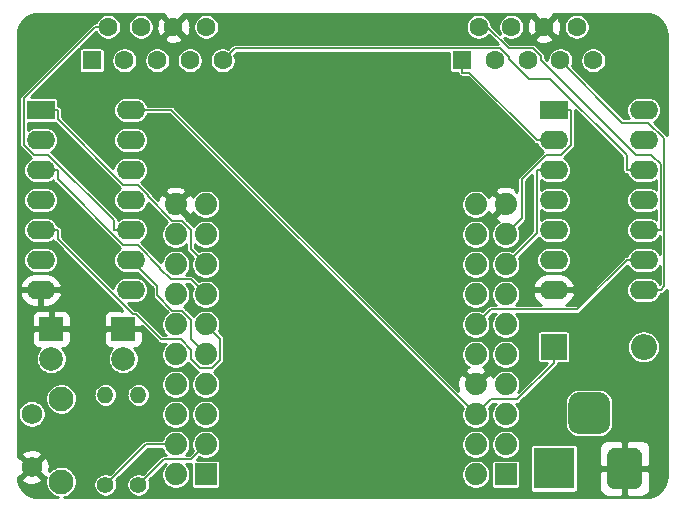
<source format=gbr>
G04 #@! TF.GenerationSoftware,KiCad,Pcbnew,(5.1.0-0)*
G04 #@! TF.CreationDate,2019-03-28T18:25:31-07:00*
G04 #@! TF.ProjectId,unijoysticle,756e696a-6f79-4737-9469-636c652e6b69,v0.0.1*
G04 #@! TF.SameCoordinates,Original*
G04 #@! TF.FileFunction,Copper,L1,Top*
G04 #@! TF.FilePolarity,Positive*
%FSLAX46Y46*%
G04 Gerber Fmt 4.6, Leading zero omitted, Abs format (unit mm)*
G04 Created by KiCad (PCBNEW (5.1.0-0)) date 2019-03-28 18:25:31*
%MOMM*%
%LPD*%
G04 APERTURE LIST*
%ADD10O,2.200000X2.200000*%
%ADD11R,2.200000X2.200000*%
%ADD12O,1.400000X1.400000*%
%ADD13C,1.400000*%
%ADD14C,2.000000*%
%ADD15R,2.000000X2.000000*%
%ADD16C,2.100000*%
%ADD17C,1.750000*%
%ADD18C,1.879600*%
%ADD19R,1.879600X1.879600*%
%ADD20R,1.600000X1.600000*%
%ADD21C,1.600000*%
%ADD22O,2.400000X1.600000*%
%ADD23R,2.400000X1.600000*%
%ADD24C,0.100000*%
%ADD25C,3.500000*%
%ADD26C,3.000000*%
%ADD27R,3.500000X3.500000*%
%ADD28C,0.152400*%
%ADD29C,0.254000*%
G04 APERTURE END LIST*
D10*
X168148000Y-103505000D03*
D11*
X160528000Y-103505000D03*
D12*
X125349000Y-107569000D03*
D13*
X125349000Y-115189000D03*
D12*
X122555000Y-107569000D03*
D13*
X122555000Y-115189000D03*
D14*
X117983000Y-104521000D03*
D15*
X117983000Y-101981000D03*
D16*
X118822000Y-107905000D03*
D17*
X116332000Y-109165000D03*
X116332000Y-113665000D03*
D16*
X118822000Y-114915000D03*
D18*
X128524000Y-114300000D03*
X128524000Y-111760000D03*
X128524000Y-109220000D03*
X128524000Y-106680000D03*
X128524000Y-104140000D03*
X128524000Y-101600000D03*
X128524000Y-99060000D03*
X128524000Y-96520000D03*
X128524000Y-93980000D03*
X128524000Y-91440000D03*
D19*
X131064000Y-114300000D03*
D18*
X131064000Y-111760000D03*
X131064000Y-109220000D03*
X131064000Y-106680000D03*
X131064000Y-104140000D03*
X131064000Y-101600000D03*
X131064000Y-99060000D03*
X131064000Y-96520000D03*
X131064000Y-93980000D03*
X131064000Y-91440000D03*
X153924000Y-91440000D03*
X153924000Y-93980000D03*
X153924000Y-96520000D03*
X153924000Y-99060000D03*
X153924000Y-101600000D03*
X153924000Y-104140000D03*
X153924000Y-106680000D03*
X153924000Y-109220000D03*
X153924000Y-111760000D03*
X153924000Y-114300000D03*
X156464000Y-91440000D03*
X156464000Y-93980000D03*
X156464000Y-96520000D03*
X156464000Y-99060000D03*
X156464000Y-101600000D03*
X156464000Y-104140000D03*
X156464000Y-106680000D03*
X156464000Y-109220000D03*
X156464000Y-111760000D03*
D19*
X156464000Y-114300000D03*
D20*
X121412000Y-79248000D03*
D21*
X124182000Y-79248000D03*
X126952000Y-79248000D03*
X129722000Y-79248000D03*
X132492000Y-79248000D03*
X122797000Y-76408000D03*
X125567000Y-76408000D03*
X128337000Y-76408000D03*
X131107000Y-76408000D03*
D22*
X168148000Y-83439000D03*
X160528000Y-98679000D03*
X168148000Y-85979000D03*
X160528000Y-96139000D03*
X168148000Y-88519000D03*
X160528000Y-93599000D03*
X168148000Y-91059000D03*
X160528000Y-91059000D03*
X168148000Y-93599000D03*
X160528000Y-88519000D03*
X168148000Y-96139000D03*
X160528000Y-85979000D03*
X168148000Y-98679000D03*
D23*
X160528000Y-83439000D03*
X117094000Y-83439000D03*
D22*
X124714000Y-98679000D03*
X117094000Y-85979000D03*
X124714000Y-96139000D03*
X117094000Y-88519000D03*
X124714000Y-93599000D03*
X117094000Y-91059000D03*
X124714000Y-91059000D03*
X117094000Y-93599000D03*
X124714000Y-88519000D03*
X117094000Y-96139000D03*
X124714000Y-85979000D03*
X117094000Y-98679000D03*
X124714000Y-83439000D03*
D14*
X124079000Y-104521000D03*
D15*
X124079000Y-101981000D03*
D20*
X152781000Y-79248000D03*
D21*
X155551000Y-79248000D03*
X158321000Y-79248000D03*
X161091000Y-79248000D03*
X163861000Y-79248000D03*
X154166000Y-76408000D03*
X156936000Y-76408000D03*
X159706000Y-76408000D03*
X162476000Y-76408000D03*
D24*
G36*
X164488765Y-107346213D02*
G01*
X164573704Y-107358813D01*
X164656999Y-107379677D01*
X164737848Y-107408605D01*
X164815472Y-107445319D01*
X164889124Y-107489464D01*
X164958094Y-107540616D01*
X165021718Y-107598282D01*
X165079384Y-107661906D01*
X165130536Y-107730876D01*
X165174681Y-107804528D01*
X165211395Y-107882152D01*
X165240323Y-107963001D01*
X165261187Y-108046296D01*
X165273787Y-108131235D01*
X165278000Y-108217000D01*
X165278000Y-109967000D01*
X165273787Y-110052765D01*
X165261187Y-110137704D01*
X165240323Y-110220999D01*
X165211395Y-110301848D01*
X165174681Y-110379472D01*
X165130536Y-110453124D01*
X165079384Y-110522094D01*
X165021718Y-110585718D01*
X164958094Y-110643384D01*
X164889124Y-110694536D01*
X164815472Y-110738681D01*
X164737848Y-110775395D01*
X164656999Y-110804323D01*
X164573704Y-110825187D01*
X164488765Y-110837787D01*
X164403000Y-110842000D01*
X162653000Y-110842000D01*
X162567235Y-110837787D01*
X162482296Y-110825187D01*
X162399001Y-110804323D01*
X162318152Y-110775395D01*
X162240528Y-110738681D01*
X162166876Y-110694536D01*
X162097906Y-110643384D01*
X162034282Y-110585718D01*
X161976616Y-110522094D01*
X161925464Y-110453124D01*
X161881319Y-110379472D01*
X161844605Y-110301848D01*
X161815677Y-110220999D01*
X161794813Y-110137704D01*
X161782213Y-110052765D01*
X161778000Y-109967000D01*
X161778000Y-108217000D01*
X161782213Y-108131235D01*
X161794813Y-108046296D01*
X161815677Y-107963001D01*
X161844605Y-107882152D01*
X161881319Y-107804528D01*
X161925464Y-107730876D01*
X161976616Y-107661906D01*
X162034282Y-107598282D01*
X162097906Y-107540616D01*
X162166876Y-107489464D01*
X162240528Y-107445319D01*
X162318152Y-107408605D01*
X162399001Y-107379677D01*
X162482296Y-107358813D01*
X162567235Y-107346213D01*
X162653000Y-107342000D01*
X164403000Y-107342000D01*
X164488765Y-107346213D01*
X164488765Y-107346213D01*
G37*
D25*
X163528000Y-109092000D03*
D24*
G36*
X167351513Y-112045611D02*
G01*
X167424318Y-112056411D01*
X167495714Y-112074295D01*
X167565013Y-112099090D01*
X167631548Y-112130559D01*
X167694678Y-112168398D01*
X167753795Y-112212242D01*
X167808330Y-112261670D01*
X167857758Y-112316205D01*
X167901602Y-112375322D01*
X167939441Y-112438452D01*
X167970910Y-112504987D01*
X167995705Y-112574286D01*
X168013589Y-112645682D01*
X168024389Y-112718487D01*
X168028000Y-112792000D01*
X168028000Y-114792000D01*
X168024389Y-114865513D01*
X168013589Y-114938318D01*
X167995705Y-115009714D01*
X167970910Y-115079013D01*
X167939441Y-115145548D01*
X167901602Y-115208678D01*
X167857758Y-115267795D01*
X167808330Y-115322330D01*
X167753795Y-115371758D01*
X167694678Y-115415602D01*
X167631548Y-115453441D01*
X167565013Y-115484910D01*
X167495714Y-115509705D01*
X167424318Y-115527589D01*
X167351513Y-115538389D01*
X167278000Y-115542000D01*
X165778000Y-115542000D01*
X165704487Y-115538389D01*
X165631682Y-115527589D01*
X165560286Y-115509705D01*
X165490987Y-115484910D01*
X165424452Y-115453441D01*
X165361322Y-115415602D01*
X165302205Y-115371758D01*
X165247670Y-115322330D01*
X165198242Y-115267795D01*
X165154398Y-115208678D01*
X165116559Y-115145548D01*
X165085090Y-115079013D01*
X165060295Y-115009714D01*
X165042411Y-114938318D01*
X165031611Y-114865513D01*
X165028000Y-114792000D01*
X165028000Y-112792000D01*
X165031611Y-112718487D01*
X165042411Y-112645682D01*
X165060295Y-112574286D01*
X165085090Y-112504987D01*
X165116559Y-112438452D01*
X165154398Y-112375322D01*
X165198242Y-112316205D01*
X165247670Y-112261670D01*
X165302205Y-112212242D01*
X165361322Y-112168398D01*
X165424452Y-112130559D01*
X165490987Y-112099090D01*
X165560286Y-112074295D01*
X165631682Y-112056411D01*
X165704487Y-112045611D01*
X165778000Y-112042000D01*
X167278000Y-112042000D01*
X167351513Y-112045611D01*
X167351513Y-112045611D01*
G37*
D26*
X166528000Y-113792000D03*
D27*
X160528000Y-113792000D03*
D28*
X131064000Y-99060000D02*
X129794000Y-97790000D01*
X129794000Y-97790000D02*
X128098300Y-97790000D01*
X128098300Y-97790000D02*
X127224900Y-96916600D01*
X127224900Y-96916600D02*
X127224900Y-96792000D01*
X127224900Y-96792000D02*
X125301900Y-94869000D01*
X125301900Y-94869000D02*
X124069100Y-94869000D01*
X124069100Y-94869000D02*
X118522900Y-89322800D01*
X118522900Y-89322800D02*
X118522900Y-88519000D01*
X117094000Y-88519000D02*
X118522900Y-88519000D01*
X117094000Y-83439000D02*
X118522900Y-83439000D01*
X118522900Y-83439000D02*
X118522900Y-84210700D01*
X118522900Y-84210700D02*
X124101200Y-89789000D01*
X124101200Y-89789000D02*
X125304900Y-89789000D01*
X125304900Y-89789000D02*
X126143000Y-90627100D01*
X126143000Y-90627100D02*
X126143000Y-90743100D01*
X126143000Y-90743100D02*
X128211100Y-92811200D01*
X128211100Y-92811200D02*
X129031000Y-92811200D01*
X129031000Y-92811200D02*
X129794000Y-93574200D01*
X129794000Y-93574200D02*
X129794000Y-95250000D01*
X129794000Y-95250000D02*
X131064000Y-96520000D01*
X168148000Y-96139000D02*
X166719100Y-96139000D01*
X166719100Y-96139000D02*
X162528100Y-100330000D01*
X162528100Y-100330000D02*
X155194000Y-100330000D01*
X155194000Y-100330000D02*
X153924000Y-101600000D01*
X160528000Y-88519000D02*
X159099100Y-88519000D01*
X159099100Y-88519000D02*
X159099100Y-93884900D01*
X159099100Y-93884900D02*
X156464000Y-96520000D01*
X160528000Y-83439000D02*
X161956900Y-83439000D01*
X161956900Y-83439000D02*
X161956900Y-86408400D01*
X161956900Y-86408400D02*
X161116300Y-87249000D01*
X161116300Y-87249000D02*
X159882500Y-87249000D01*
X159882500Y-87249000D02*
X157835200Y-89296300D01*
X157835200Y-89296300D02*
X157835200Y-92608800D01*
X157835200Y-92608800D02*
X156464000Y-93980000D01*
X124714000Y-96139000D02*
X126939100Y-98364100D01*
X126939100Y-98364100D02*
X126939100Y-99131300D01*
X126939100Y-99131300D02*
X128239000Y-100431200D01*
X128239000Y-100431200D02*
X129015100Y-100431200D01*
X129015100Y-100431200D02*
X129794000Y-101210100D01*
X129794000Y-101210100D02*
X129794000Y-102870000D01*
X129794000Y-102870000D02*
X131064000Y-104140000D01*
X117094000Y-93599000D02*
X118522900Y-93599000D01*
X118522900Y-93599000D02*
X118522900Y-94354700D01*
X118522900Y-94354700D02*
X124904800Y-100736600D01*
X124904800Y-100736600D02*
X125168300Y-100736600D01*
X125168300Y-100736600D02*
X127301700Y-102870000D01*
X127301700Y-102870000D02*
X128934800Y-102870000D01*
X128934800Y-102870000D02*
X129794200Y-103729400D01*
X129794200Y-103729400D02*
X129794200Y-104545800D01*
X129794200Y-104545800D02*
X130562300Y-105313900D01*
X130562300Y-105313900D02*
X131573500Y-105313900D01*
X131573500Y-105313900D02*
X132273600Y-104613800D01*
X132273600Y-104613800D02*
X132273600Y-102809600D01*
X132273600Y-102809600D02*
X131064000Y-101600000D01*
X168148000Y-88519000D02*
X166719100Y-88519000D01*
X166719100Y-88519000D02*
X166719100Y-87268700D01*
X166719100Y-87268700D02*
X160246800Y-80796400D01*
X160246800Y-80796400D02*
X158409300Y-80796400D01*
X158409300Y-80796400D02*
X156752200Y-79139300D01*
X156752200Y-79139300D02*
X156752200Y-78984400D01*
X156752200Y-78984400D02*
X155986800Y-78219000D01*
X155986800Y-78219000D02*
X133521000Y-78219000D01*
X133521000Y-78219000D02*
X132492000Y-79248000D01*
X124714000Y-93599000D02*
X123285100Y-93599000D01*
X123285100Y-93599000D02*
X123285100Y-92795200D01*
X123285100Y-92795200D02*
X117738900Y-87249000D01*
X117738900Y-87249000D02*
X116508400Y-87249000D01*
X116508400Y-87249000D02*
X115665000Y-86405600D01*
X115665000Y-86405600D02*
X115665000Y-82450400D01*
X115665000Y-82450400D02*
X121707400Y-76408000D01*
X121707400Y-76408000D02*
X122797000Y-76408000D01*
X152781000Y-79248000D02*
X152781000Y-80276900D01*
X160528000Y-85979000D02*
X159099100Y-85979000D01*
X159099100Y-85979000D02*
X153397000Y-80276900D01*
X153397000Y-80276900D02*
X152781000Y-80276900D01*
X168148000Y-98679000D02*
X169576900Y-98679000D01*
X169576900Y-98679000D02*
X169888300Y-98367600D01*
X169888300Y-98367600D02*
X169888300Y-85852900D01*
X169888300Y-85852900D02*
X168544400Y-84509000D01*
X168544400Y-84509000D02*
X166352000Y-84509000D01*
X166352000Y-84509000D02*
X161091000Y-79248000D01*
X168148000Y-93599000D02*
X169576900Y-93599000D01*
X169576900Y-93599000D02*
X169576900Y-88039900D01*
X169576900Y-88039900D02*
X168786000Y-87249000D01*
X168786000Y-87249000D02*
X167526200Y-87249000D01*
X167526200Y-87249000D02*
X159458800Y-79181600D01*
X159458800Y-79181600D02*
X159458800Y-78910900D01*
X159458800Y-78910900D02*
X158766900Y-78219000D01*
X158766900Y-78219000D02*
X156706000Y-78219000D01*
X156706000Y-78219000D02*
X154895000Y-76408000D01*
X154895000Y-76408000D02*
X154166000Y-76408000D01*
X124714000Y-83439000D02*
X128143000Y-83439000D01*
X128143000Y-83439000D02*
X153924000Y-109220000D01*
X160528000Y-103505000D02*
X160528000Y-104833900D01*
X160528000Y-104833900D02*
X157411900Y-107950000D01*
X157411900Y-107950000D02*
X155194000Y-107950000D01*
X155194000Y-107950000D02*
X153924000Y-109220000D01*
X128524000Y-111760000D02*
X125984000Y-111760000D01*
X125984000Y-111760000D02*
X122555000Y-115189000D01*
X131064000Y-111760000D02*
X129794000Y-113030000D01*
X129794000Y-113030000D02*
X127508000Y-113030000D01*
X127508000Y-113030000D02*
X125349000Y-115189000D01*
D29*
G36*
X127523903Y-75415298D02*
G01*
X128337000Y-76228395D01*
X129150097Y-75415298D01*
X129109519Y-75277000D01*
X158933481Y-75277000D01*
X158892903Y-75415298D01*
X159706000Y-76228395D01*
X160519097Y-75415298D01*
X160478519Y-75277000D01*
X168258028Y-75277000D01*
X168626629Y-75313142D01*
X168964865Y-75415261D01*
X169276823Y-75581132D01*
X169550625Y-75804440D01*
X169775836Y-76076672D01*
X169943882Y-76387467D01*
X170048361Y-76724983D01*
X170087000Y-77092615D01*
X170087000Y-85523816D01*
X169002906Y-84439722D01*
X169160409Y-84355535D01*
X169327449Y-84218449D01*
X169464535Y-84051409D01*
X169566399Y-83860835D01*
X169629126Y-83654049D01*
X169650307Y-83439000D01*
X169629126Y-83223951D01*
X169566399Y-83017165D01*
X169464535Y-82826591D01*
X169327449Y-82659551D01*
X169160409Y-82522465D01*
X168969835Y-82420601D01*
X168763049Y-82357874D01*
X168601882Y-82342000D01*
X167694118Y-82342000D01*
X167532951Y-82357874D01*
X167326165Y-82420601D01*
X167135591Y-82522465D01*
X166968551Y-82659551D01*
X166831465Y-82826591D01*
X166729601Y-83017165D01*
X166666874Y-83223951D01*
X166645693Y-83439000D01*
X166666874Y-83654049D01*
X166729601Y-83860835D01*
X166831465Y-84051409D01*
X166900723Y-84135800D01*
X166506585Y-84135800D01*
X162085192Y-79714408D01*
X162145843Y-79567983D01*
X162188000Y-79356045D01*
X162188000Y-79139955D01*
X162764000Y-79139955D01*
X162764000Y-79356045D01*
X162806157Y-79567983D01*
X162888851Y-79767624D01*
X163008904Y-79947297D01*
X163161703Y-80100096D01*
X163341376Y-80220149D01*
X163541017Y-80302843D01*
X163752955Y-80345000D01*
X163969045Y-80345000D01*
X164180983Y-80302843D01*
X164380624Y-80220149D01*
X164560297Y-80100096D01*
X164713096Y-79947297D01*
X164833149Y-79767624D01*
X164915843Y-79567983D01*
X164958000Y-79356045D01*
X164958000Y-79139955D01*
X164915843Y-78928017D01*
X164833149Y-78728376D01*
X164713096Y-78548703D01*
X164560297Y-78395904D01*
X164380624Y-78275851D01*
X164180983Y-78193157D01*
X163969045Y-78151000D01*
X163752955Y-78151000D01*
X163541017Y-78193157D01*
X163341376Y-78275851D01*
X163161703Y-78395904D01*
X163008904Y-78548703D01*
X162888851Y-78728376D01*
X162806157Y-78928017D01*
X162764000Y-79139955D01*
X162188000Y-79139955D01*
X162145843Y-78928017D01*
X162063149Y-78728376D01*
X161943096Y-78548703D01*
X161790297Y-78395904D01*
X161610624Y-78275851D01*
X161410983Y-78193157D01*
X161199045Y-78151000D01*
X160982955Y-78151000D01*
X160771017Y-78193157D01*
X160571376Y-78275851D01*
X160391703Y-78395904D01*
X160238904Y-78548703D01*
X160118851Y-78728376D01*
X160036157Y-78928017D01*
X159994000Y-79139955D01*
X159994000Y-79189017D01*
X159832000Y-79027017D01*
X159832000Y-78929225D01*
X159833805Y-78910899D01*
X159826599Y-78837740D01*
X159812979Y-78792842D01*
X159805259Y-78767392D01*
X159770605Y-78702558D01*
X159723969Y-78645731D01*
X159709733Y-78634048D01*
X159043761Y-77968078D01*
X159032069Y-77953831D01*
X158975242Y-77907195D01*
X158910408Y-77872541D01*
X158840060Y-77851201D01*
X158785226Y-77845800D01*
X158785225Y-77845800D01*
X158766900Y-77843995D01*
X158748575Y-77845800D01*
X156860584Y-77845800D01*
X156351754Y-77336970D01*
X156416376Y-77380149D01*
X156616017Y-77462843D01*
X156827955Y-77505000D01*
X157044045Y-77505000D01*
X157255983Y-77462843D01*
X157406004Y-77400702D01*
X158892903Y-77400702D01*
X158964486Y-77644671D01*
X159219996Y-77765571D01*
X159494184Y-77834300D01*
X159776512Y-77848217D01*
X160056130Y-77806787D01*
X160322292Y-77711603D01*
X160447514Y-77644671D01*
X160519097Y-77400702D01*
X159706000Y-76587605D01*
X158892903Y-77400702D01*
X157406004Y-77400702D01*
X157455624Y-77380149D01*
X157635297Y-77260096D01*
X157788096Y-77107297D01*
X157908149Y-76927624D01*
X157990843Y-76727983D01*
X158033000Y-76516045D01*
X158033000Y-76478512D01*
X158265783Y-76478512D01*
X158307213Y-76758130D01*
X158402397Y-77024292D01*
X158469329Y-77149514D01*
X158713298Y-77221097D01*
X159526395Y-76408000D01*
X159885605Y-76408000D01*
X160698702Y-77221097D01*
X160942671Y-77149514D01*
X161063571Y-76894004D01*
X161132300Y-76619816D01*
X161146217Y-76337488D01*
X161140656Y-76299955D01*
X161379000Y-76299955D01*
X161379000Y-76516045D01*
X161421157Y-76727983D01*
X161503851Y-76927624D01*
X161623904Y-77107297D01*
X161776703Y-77260096D01*
X161956376Y-77380149D01*
X162156017Y-77462843D01*
X162367955Y-77505000D01*
X162584045Y-77505000D01*
X162795983Y-77462843D01*
X162995624Y-77380149D01*
X163175297Y-77260096D01*
X163328096Y-77107297D01*
X163448149Y-76927624D01*
X163530843Y-76727983D01*
X163573000Y-76516045D01*
X163573000Y-76299955D01*
X163530843Y-76088017D01*
X163448149Y-75888376D01*
X163328096Y-75708703D01*
X163175297Y-75555904D01*
X162995624Y-75435851D01*
X162795983Y-75353157D01*
X162584045Y-75311000D01*
X162367955Y-75311000D01*
X162156017Y-75353157D01*
X161956376Y-75435851D01*
X161776703Y-75555904D01*
X161623904Y-75708703D01*
X161503851Y-75888376D01*
X161421157Y-76088017D01*
X161379000Y-76299955D01*
X161140656Y-76299955D01*
X161104787Y-76057870D01*
X161009603Y-75791708D01*
X160942671Y-75666486D01*
X160698702Y-75594903D01*
X159885605Y-76408000D01*
X159526395Y-76408000D01*
X158713298Y-75594903D01*
X158469329Y-75666486D01*
X158348429Y-75921996D01*
X158279700Y-76196184D01*
X158265783Y-76478512D01*
X158033000Y-76478512D01*
X158033000Y-76299955D01*
X157990843Y-76088017D01*
X157908149Y-75888376D01*
X157788096Y-75708703D01*
X157635297Y-75555904D01*
X157455624Y-75435851D01*
X157255983Y-75353157D01*
X157044045Y-75311000D01*
X156827955Y-75311000D01*
X156616017Y-75353157D01*
X156416376Y-75435851D01*
X156236703Y-75555904D01*
X156083904Y-75708703D01*
X155963851Y-75888376D01*
X155881157Y-76088017D01*
X155839000Y-76299955D01*
X155839000Y-76516045D01*
X155881157Y-76727983D01*
X155963851Y-76927624D01*
X156007030Y-76992247D01*
X155250153Y-76235370D01*
X155220843Y-76088017D01*
X155138149Y-75888376D01*
X155018096Y-75708703D01*
X154865297Y-75555904D01*
X154685624Y-75435851D01*
X154485983Y-75353157D01*
X154274045Y-75311000D01*
X154057955Y-75311000D01*
X153846017Y-75353157D01*
X153646376Y-75435851D01*
X153466703Y-75555904D01*
X153313904Y-75708703D01*
X153193851Y-75888376D01*
X153111157Y-76088017D01*
X153069000Y-76299955D01*
X153069000Y-76516045D01*
X153111157Y-76727983D01*
X153193851Y-76927624D01*
X153313904Y-77107297D01*
X153466703Y-77260096D01*
X153646376Y-77380149D01*
X153846017Y-77462843D01*
X154057955Y-77505000D01*
X154274045Y-77505000D01*
X154485983Y-77462843D01*
X154685624Y-77380149D01*
X154865297Y-77260096D01*
X155018096Y-77107297D01*
X155037489Y-77078273D01*
X155805016Y-77845800D01*
X133539325Y-77845800D01*
X133521000Y-77843995D01*
X133502674Y-77845800D01*
X133447840Y-77851201D01*
X133377492Y-77872541D01*
X133312658Y-77907195D01*
X133255831Y-77953831D01*
X133244143Y-77968073D01*
X132958408Y-78253808D01*
X132811983Y-78193157D01*
X132600045Y-78151000D01*
X132383955Y-78151000D01*
X132172017Y-78193157D01*
X131972376Y-78275851D01*
X131792703Y-78395904D01*
X131639904Y-78548703D01*
X131519851Y-78728376D01*
X131437157Y-78928017D01*
X131395000Y-79139955D01*
X131395000Y-79356045D01*
X131437157Y-79567983D01*
X131519851Y-79767624D01*
X131639904Y-79947297D01*
X131792703Y-80100096D01*
X131972376Y-80220149D01*
X132172017Y-80302843D01*
X132383955Y-80345000D01*
X132600045Y-80345000D01*
X132811983Y-80302843D01*
X133011624Y-80220149D01*
X133191297Y-80100096D01*
X133344096Y-79947297D01*
X133464149Y-79767624D01*
X133546843Y-79567983D01*
X133589000Y-79356045D01*
X133589000Y-79139955D01*
X133546843Y-78928017D01*
X133486192Y-78781592D01*
X133675584Y-78592200D01*
X151682563Y-78592200D01*
X151682563Y-80048000D01*
X151688297Y-80106222D01*
X151705280Y-80162207D01*
X151732859Y-80213803D01*
X151769973Y-80259027D01*
X151815197Y-80296141D01*
X151866793Y-80323720D01*
X151922778Y-80340703D01*
X151981000Y-80346437D01*
X152412844Y-80346437D01*
X152413201Y-80350060D01*
X152434541Y-80420408D01*
X152469195Y-80485242D01*
X152515831Y-80542069D01*
X152572658Y-80588705D01*
X152637492Y-80623359D01*
X152707840Y-80644699D01*
X152762674Y-80650100D01*
X152762675Y-80650100D01*
X152781000Y-80651905D01*
X152799326Y-80650100D01*
X153242417Y-80650100D01*
X158822243Y-86229927D01*
X158833931Y-86244169D01*
X158890758Y-86290805D01*
X158955592Y-86325459D01*
X159025940Y-86346799D01*
X159095281Y-86353629D01*
X159109601Y-86400835D01*
X159211465Y-86591409D01*
X159348551Y-86758449D01*
X159515591Y-86895535D01*
X159642357Y-86963293D01*
X159617331Y-86983831D01*
X159605650Y-86998065D01*
X157584278Y-89019439D01*
X157570031Y-89031131D01*
X157523395Y-89087959D01*
X157488741Y-89152793D01*
X157480703Y-89179292D01*
X157467401Y-89223141D01*
X157460195Y-89296300D01*
X157462000Y-89314625D01*
X157462000Y-90262392D01*
X157376870Y-90347522D01*
X157288377Y-90089277D01*
X157009024Y-89954403D01*
X156708725Y-89876619D01*
X156399023Y-89858916D01*
X156091816Y-89901973D01*
X155798914Y-90004135D01*
X155639623Y-90089277D01*
X155551129Y-90347524D01*
X156464000Y-91260395D01*
X156478143Y-91246253D01*
X156657748Y-91425858D01*
X156643605Y-91440000D01*
X156657748Y-91454143D01*
X156478143Y-91633748D01*
X156464000Y-91619605D01*
X155551129Y-92532476D01*
X155639623Y-92790723D01*
X155859106Y-92896691D01*
X155675586Y-93019315D01*
X155503315Y-93191586D01*
X155367962Y-93394156D01*
X155274730Y-93619239D01*
X155227200Y-93858186D01*
X155227200Y-94101814D01*
X155274730Y-94340761D01*
X155367962Y-94565844D01*
X155503315Y-94768414D01*
X155675586Y-94940685D01*
X155878156Y-95076038D01*
X156103239Y-95169270D01*
X156342186Y-95216800D01*
X156585814Y-95216800D01*
X156824761Y-95169270D01*
X157049844Y-95076038D01*
X157252414Y-94940685D01*
X157424685Y-94768414D01*
X157560038Y-94565844D01*
X157653270Y-94340761D01*
X157700800Y-94101814D01*
X157700800Y-93858186D01*
X157653270Y-93619239D01*
X157565190Y-93406594D01*
X158086127Y-92885657D01*
X158100369Y-92873969D01*
X158147005Y-92817142D01*
X158181659Y-92752308D01*
X158202999Y-92681960D01*
X158208400Y-92627126D01*
X158210205Y-92608800D01*
X158208400Y-92590475D01*
X158208400Y-89450883D01*
X158725900Y-88933384D01*
X158725901Y-93730315D01*
X157037406Y-95418810D01*
X156824761Y-95330730D01*
X156585814Y-95283200D01*
X156342186Y-95283200D01*
X156103239Y-95330730D01*
X155878156Y-95423962D01*
X155675586Y-95559315D01*
X155503315Y-95731586D01*
X155367962Y-95934156D01*
X155274730Y-96159239D01*
X155227200Y-96398186D01*
X155227200Y-96641814D01*
X155274730Y-96880761D01*
X155367962Y-97105844D01*
X155503315Y-97308414D01*
X155675586Y-97480685D01*
X155878156Y-97616038D01*
X156103239Y-97709270D01*
X156342186Y-97756800D01*
X156585814Y-97756800D01*
X156824761Y-97709270D01*
X157049844Y-97616038D01*
X157252414Y-97480685D01*
X157424685Y-97308414D01*
X157560038Y-97105844D01*
X157653270Y-96880761D01*
X157700800Y-96641814D01*
X157700800Y-96398186D01*
X157653270Y-96159239D01*
X157644887Y-96139000D01*
X159025693Y-96139000D01*
X159046874Y-96354049D01*
X159109601Y-96560835D01*
X159211465Y-96751409D01*
X159348551Y-96918449D01*
X159515591Y-97055535D01*
X159706165Y-97157399D01*
X159912951Y-97220126D01*
X160074118Y-97236000D01*
X160981882Y-97236000D01*
X161143049Y-97220126D01*
X161349835Y-97157399D01*
X161540409Y-97055535D01*
X161707449Y-96918449D01*
X161844535Y-96751409D01*
X161946399Y-96560835D01*
X162009126Y-96354049D01*
X162030307Y-96139000D01*
X162009126Y-95923951D01*
X161946399Y-95717165D01*
X161844535Y-95526591D01*
X161707449Y-95359551D01*
X161540409Y-95222465D01*
X161349835Y-95120601D01*
X161143049Y-95057874D01*
X160981882Y-95042000D01*
X160074118Y-95042000D01*
X159912951Y-95057874D01*
X159706165Y-95120601D01*
X159515591Y-95222465D01*
X159348551Y-95359551D01*
X159211465Y-95526591D01*
X159109601Y-95717165D01*
X159046874Y-95923951D01*
X159025693Y-96139000D01*
X157644887Y-96139000D01*
X157565190Y-95946594D01*
X159251542Y-94260242D01*
X159348551Y-94378449D01*
X159515591Y-94515535D01*
X159706165Y-94617399D01*
X159912951Y-94680126D01*
X160074118Y-94696000D01*
X160981882Y-94696000D01*
X161143049Y-94680126D01*
X161349835Y-94617399D01*
X161540409Y-94515535D01*
X161707449Y-94378449D01*
X161844535Y-94211409D01*
X161946399Y-94020835D01*
X162009126Y-93814049D01*
X162030307Y-93599000D01*
X162009126Y-93383951D01*
X161946399Y-93177165D01*
X161844535Y-92986591D01*
X161707449Y-92819551D01*
X161540409Y-92682465D01*
X161349835Y-92580601D01*
X161143049Y-92517874D01*
X160981882Y-92502000D01*
X160074118Y-92502000D01*
X159912951Y-92517874D01*
X159706165Y-92580601D01*
X159515591Y-92682465D01*
X159472300Y-92717993D01*
X159472300Y-91940007D01*
X159515591Y-91975535D01*
X159706165Y-92077399D01*
X159912951Y-92140126D01*
X160074118Y-92156000D01*
X160981882Y-92156000D01*
X161143049Y-92140126D01*
X161349835Y-92077399D01*
X161540409Y-91975535D01*
X161707449Y-91838449D01*
X161844535Y-91671409D01*
X161946399Y-91480835D01*
X162009126Y-91274049D01*
X162030307Y-91059000D01*
X162009126Y-90843951D01*
X161946399Y-90637165D01*
X161844535Y-90446591D01*
X161707449Y-90279551D01*
X161540409Y-90142465D01*
X161349835Y-90040601D01*
X161143049Y-89977874D01*
X160981882Y-89962000D01*
X160074118Y-89962000D01*
X159912951Y-89977874D01*
X159706165Y-90040601D01*
X159515591Y-90142465D01*
X159472300Y-90177993D01*
X159472300Y-89400007D01*
X159515591Y-89435535D01*
X159706165Y-89537399D01*
X159912951Y-89600126D01*
X160074118Y-89616000D01*
X160981882Y-89616000D01*
X161143049Y-89600126D01*
X161349835Y-89537399D01*
X161540409Y-89435535D01*
X161707449Y-89298449D01*
X161844535Y-89131409D01*
X161946399Y-88940835D01*
X162009126Y-88734049D01*
X162030307Y-88519000D01*
X162009126Y-88303951D01*
X161946399Y-88097165D01*
X161844535Y-87906591D01*
X161707449Y-87739551D01*
X161540409Y-87602465D01*
X161379004Y-87516192D01*
X161381469Y-87514169D01*
X161393161Y-87499922D01*
X162207827Y-86685257D01*
X162222069Y-86673569D01*
X162268705Y-86616742D01*
X162303359Y-86551908D01*
X162324699Y-86481560D01*
X162330100Y-86426726D01*
X162331905Y-86408400D01*
X162330100Y-86390075D01*
X162330100Y-83457326D01*
X162331905Y-83439000D01*
X162328659Y-83406043D01*
X166345901Y-87423286D01*
X166345900Y-88500674D01*
X166344095Y-88519000D01*
X166351301Y-88592160D01*
X166372641Y-88662508D01*
X166407295Y-88727342D01*
X166453931Y-88784169D01*
X166510758Y-88830805D01*
X166575592Y-88865459D01*
X166645940Y-88886799D01*
X166715281Y-88893629D01*
X166729601Y-88940835D01*
X166831465Y-89131409D01*
X166968551Y-89298449D01*
X167135591Y-89435535D01*
X167326165Y-89537399D01*
X167532951Y-89600126D01*
X167694118Y-89616000D01*
X168601882Y-89616000D01*
X168763049Y-89600126D01*
X168969835Y-89537399D01*
X169160409Y-89435535D01*
X169203701Y-89400006D01*
X169203701Y-90177993D01*
X169160409Y-90142465D01*
X168969835Y-90040601D01*
X168763049Y-89977874D01*
X168601882Y-89962000D01*
X167694118Y-89962000D01*
X167532951Y-89977874D01*
X167326165Y-90040601D01*
X167135591Y-90142465D01*
X166968551Y-90279551D01*
X166831465Y-90446591D01*
X166729601Y-90637165D01*
X166666874Y-90843951D01*
X166645693Y-91059000D01*
X166666874Y-91274049D01*
X166729601Y-91480835D01*
X166831465Y-91671409D01*
X166968551Y-91838449D01*
X167135591Y-91975535D01*
X167326165Y-92077399D01*
X167532951Y-92140126D01*
X167694118Y-92156000D01*
X168601882Y-92156000D01*
X168763049Y-92140126D01*
X168969835Y-92077399D01*
X169160409Y-91975535D01*
X169203700Y-91940007D01*
X169203700Y-92717993D01*
X169160409Y-92682465D01*
X168969835Y-92580601D01*
X168763049Y-92517874D01*
X168601882Y-92502000D01*
X167694118Y-92502000D01*
X167532951Y-92517874D01*
X167326165Y-92580601D01*
X167135591Y-92682465D01*
X166968551Y-92819551D01*
X166831465Y-92986591D01*
X166729601Y-93177165D01*
X166666874Y-93383951D01*
X166645693Y-93599000D01*
X166666874Y-93814049D01*
X166729601Y-94020835D01*
X166831465Y-94211409D01*
X166968551Y-94378449D01*
X167135591Y-94515535D01*
X167326165Y-94617399D01*
X167532951Y-94680126D01*
X167694118Y-94696000D01*
X168601882Y-94696000D01*
X168763049Y-94680126D01*
X168969835Y-94617399D01*
X169160409Y-94515535D01*
X169327449Y-94378449D01*
X169464535Y-94211409D01*
X169515100Y-94116808D01*
X169515100Y-95621192D01*
X169464535Y-95526591D01*
X169327449Y-95359551D01*
X169160409Y-95222465D01*
X168969835Y-95120601D01*
X168763049Y-95057874D01*
X168601882Y-95042000D01*
X167694118Y-95042000D01*
X167532951Y-95057874D01*
X167326165Y-95120601D01*
X167135591Y-95222465D01*
X166968551Y-95359551D01*
X166831465Y-95526591D01*
X166729601Y-95717165D01*
X166715281Y-95764371D01*
X166700774Y-95765800D01*
X166645940Y-95771201D01*
X166575592Y-95792541D01*
X166510758Y-95827195D01*
X166453931Y-95873831D01*
X166442243Y-95888073D01*
X162373517Y-99956800D01*
X161592908Y-99956800D01*
X161594483Y-99956166D01*
X161830839Y-99801601D01*
X162032500Y-99603895D01*
X162191715Y-99370646D01*
X162302367Y-99110818D01*
X162319904Y-99028039D01*
X162197915Y-98806000D01*
X160655000Y-98806000D01*
X160655000Y-98826000D01*
X160401000Y-98826000D01*
X160401000Y-98806000D01*
X158858085Y-98806000D01*
X158736096Y-99028039D01*
X158753633Y-99110818D01*
X158864285Y-99370646D01*
X159023500Y-99603895D01*
X159225161Y-99801601D01*
X159461517Y-99956166D01*
X159463092Y-99956800D01*
X157316299Y-99956800D01*
X157424685Y-99848414D01*
X157560038Y-99645844D01*
X157653270Y-99420761D01*
X157700800Y-99181814D01*
X157700800Y-98938186D01*
X157653270Y-98699239D01*
X157560038Y-98474156D01*
X157463690Y-98329961D01*
X158736096Y-98329961D01*
X158858085Y-98552000D01*
X160401000Y-98552000D01*
X160401000Y-98532000D01*
X160655000Y-98532000D01*
X160655000Y-98552000D01*
X162197915Y-98552000D01*
X162319904Y-98329961D01*
X162302367Y-98247182D01*
X162191715Y-97987354D01*
X162032500Y-97754105D01*
X161830839Y-97556399D01*
X161594483Y-97401834D01*
X161332514Y-97296350D01*
X161055000Y-97244000D01*
X160001000Y-97244000D01*
X159723486Y-97296350D01*
X159461517Y-97401834D01*
X159225161Y-97556399D01*
X159023500Y-97754105D01*
X158864285Y-97987354D01*
X158753633Y-98247182D01*
X158736096Y-98329961D01*
X157463690Y-98329961D01*
X157424685Y-98271586D01*
X157252414Y-98099315D01*
X157049844Y-97963962D01*
X156824761Y-97870730D01*
X156585814Y-97823200D01*
X156342186Y-97823200D01*
X156103239Y-97870730D01*
X155878156Y-97963962D01*
X155675586Y-98099315D01*
X155503315Y-98271586D01*
X155367962Y-98474156D01*
X155274730Y-98699239D01*
X155227200Y-98938186D01*
X155227200Y-99181814D01*
X155274730Y-99420761D01*
X155367962Y-99645844D01*
X155503315Y-99848414D01*
X155611701Y-99956800D01*
X155212325Y-99956800D01*
X155193999Y-99954995D01*
X155175674Y-99956800D01*
X155120840Y-99962201D01*
X155050492Y-99983541D01*
X154985658Y-100018195D01*
X154928831Y-100064831D01*
X154917143Y-100079073D01*
X154497406Y-100498810D01*
X154284761Y-100410730D01*
X154045814Y-100363200D01*
X153802186Y-100363200D01*
X153563239Y-100410730D01*
X153338156Y-100503962D01*
X153135586Y-100639315D01*
X152963315Y-100811586D01*
X152827962Y-101014156D01*
X152734730Y-101239239D01*
X152687200Y-101478186D01*
X152687200Y-101721814D01*
X152734730Y-101960761D01*
X152827962Y-102185844D01*
X152963315Y-102388414D01*
X153135586Y-102560685D01*
X153338156Y-102696038D01*
X153563239Y-102789270D01*
X153802186Y-102836800D01*
X154045814Y-102836800D01*
X154284761Y-102789270D01*
X154509844Y-102696038D01*
X154712414Y-102560685D01*
X154884685Y-102388414D01*
X155020038Y-102185844D01*
X155113270Y-101960761D01*
X155160800Y-101721814D01*
X155160800Y-101478186D01*
X155113270Y-101239239D01*
X155025190Y-101026594D01*
X155348584Y-100703200D01*
X155611701Y-100703200D01*
X155503315Y-100811586D01*
X155367962Y-101014156D01*
X155274730Y-101239239D01*
X155227200Y-101478186D01*
X155227200Y-101721814D01*
X155274730Y-101960761D01*
X155367962Y-102185844D01*
X155503315Y-102388414D01*
X155675586Y-102560685D01*
X155878156Y-102696038D01*
X156103239Y-102789270D01*
X156342186Y-102836800D01*
X156585814Y-102836800D01*
X156824761Y-102789270D01*
X157049844Y-102696038D01*
X157252414Y-102560685D01*
X157424685Y-102388414D01*
X157560038Y-102185844D01*
X157653270Y-101960761D01*
X157700800Y-101721814D01*
X157700800Y-101478186D01*
X157653270Y-101239239D01*
X157560038Y-101014156D01*
X157424685Y-100811586D01*
X157316299Y-100703200D01*
X162509775Y-100703200D01*
X162528100Y-100705005D01*
X162546425Y-100703200D01*
X162546426Y-100703200D01*
X162601260Y-100697799D01*
X162671608Y-100676459D01*
X162736442Y-100641805D01*
X162793269Y-100595169D01*
X162804961Y-100580922D01*
X166762848Y-96623036D01*
X166831465Y-96751409D01*
X166968551Y-96918449D01*
X167135591Y-97055535D01*
X167326165Y-97157399D01*
X167532951Y-97220126D01*
X167694118Y-97236000D01*
X168601882Y-97236000D01*
X168763049Y-97220126D01*
X168969835Y-97157399D01*
X169160409Y-97055535D01*
X169327449Y-96918449D01*
X169464535Y-96751409D01*
X169515100Y-96656808D01*
X169515100Y-98161191D01*
X169464535Y-98066591D01*
X169327449Y-97899551D01*
X169160409Y-97762465D01*
X168969835Y-97660601D01*
X168763049Y-97597874D01*
X168601882Y-97582000D01*
X167694118Y-97582000D01*
X167532951Y-97597874D01*
X167326165Y-97660601D01*
X167135591Y-97762465D01*
X166968551Y-97899551D01*
X166831465Y-98066591D01*
X166729601Y-98257165D01*
X166666874Y-98463951D01*
X166645693Y-98679000D01*
X166666874Y-98894049D01*
X166729601Y-99100835D01*
X166831465Y-99291409D01*
X166968551Y-99458449D01*
X167135591Y-99595535D01*
X167326165Y-99697399D01*
X167532951Y-99760126D01*
X167694118Y-99776000D01*
X168601882Y-99776000D01*
X168763049Y-99760126D01*
X168969835Y-99697399D01*
X169160409Y-99595535D01*
X169327449Y-99458449D01*
X169464535Y-99291409D01*
X169566399Y-99100835D01*
X169580719Y-99053629D01*
X169595225Y-99052200D01*
X169595226Y-99052200D01*
X169650060Y-99046799D01*
X169720408Y-99025459D01*
X169785242Y-98990805D01*
X169842069Y-98944169D01*
X169853761Y-98929922D01*
X170087001Y-98696683D01*
X170087001Y-114410018D01*
X170050858Y-114778629D01*
X169948739Y-115116864D01*
X169782867Y-115428825D01*
X169559560Y-115702625D01*
X169287328Y-115927836D01*
X168976533Y-116095882D01*
X168639017Y-116200361D01*
X168271385Y-116239000D01*
X119070298Y-116239000D01*
X119214906Y-116210236D01*
X119460044Y-116108696D01*
X119680663Y-115961284D01*
X119868284Y-115773663D01*
X120015696Y-115553044D01*
X120117236Y-115307906D01*
X120160419Y-115090804D01*
X121558000Y-115090804D01*
X121558000Y-115287196D01*
X121596314Y-115479814D01*
X121671470Y-115661257D01*
X121780580Y-115824550D01*
X121919450Y-115963420D01*
X122082743Y-116072530D01*
X122264186Y-116147686D01*
X122456804Y-116186000D01*
X122653196Y-116186000D01*
X122845814Y-116147686D01*
X123027257Y-116072530D01*
X123190550Y-115963420D01*
X123329420Y-115824550D01*
X123438530Y-115661257D01*
X123513686Y-115479814D01*
X123552000Y-115287196D01*
X123552000Y-115090804D01*
X123513686Y-114898186D01*
X123472655Y-114799128D01*
X126138585Y-112133200D01*
X127339882Y-112133200D01*
X127427962Y-112345844D01*
X127563315Y-112548414D01*
X127671701Y-112656800D01*
X127526325Y-112656800D01*
X127507999Y-112654995D01*
X127489674Y-112656800D01*
X127434840Y-112662201D01*
X127364492Y-112683541D01*
X127299658Y-112718195D01*
X127242831Y-112764831D01*
X127231143Y-112779073D01*
X125738872Y-114271345D01*
X125639814Y-114230314D01*
X125447196Y-114192000D01*
X125250804Y-114192000D01*
X125058186Y-114230314D01*
X124876743Y-114305470D01*
X124713450Y-114414580D01*
X124574580Y-114553450D01*
X124465470Y-114716743D01*
X124390314Y-114898186D01*
X124352000Y-115090804D01*
X124352000Y-115287196D01*
X124390314Y-115479814D01*
X124465470Y-115661257D01*
X124574580Y-115824550D01*
X124713450Y-115963420D01*
X124876743Y-116072530D01*
X125058186Y-116147686D01*
X125250804Y-116186000D01*
X125447196Y-116186000D01*
X125639814Y-116147686D01*
X125821257Y-116072530D01*
X125984550Y-115963420D01*
X126123420Y-115824550D01*
X126232530Y-115661257D01*
X126307686Y-115479814D01*
X126346000Y-115287196D01*
X126346000Y-115090804D01*
X126307686Y-114898186D01*
X126266655Y-114799128D01*
X127662584Y-113403200D01*
X127671701Y-113403200D01*
X127563315Y-113511586D01*
X127427962Y-113714156D01*
X127334730Y-113939239D01*
X127287200Y-114178186D01*
X127287200Y-114421814D01*
X127334730Y-114660761D01*
X127427962Y-114885844D01*
X127563315Y-115088414D01*
X127735586Y-115260685D01*
X127938156Y-115396038D01*
X128163239Y-115489270D01*
X128402186Y-115536800D01*
X128645814Y-115536800D01*
X128884761Y-115489270D01*
X129109844Y-115396038D01*
X129312414Y-115260685D01*
X129484685Y-115088414D01*
X129620038Y-114885844D01*
X129713270Y-114660761D01*
X129760800Y-114421814D01*
X129760800Y-114178186D01*
X129713270Y-113939239D01*
X129620038Y-113714156D01*
X129484685Y-113511586D01*
X129376299Y-113403200D01*
X129775675Y-113403200D01*
X129794000Y-113405005D01*
X129812325Y-113403200D01*
X129812326Y-113403200D01*
X129825763Y-113401876D01*
X129825763Y-115239800D01*
X129831497Y-115298022D01*
X129848480Y-115354007D01*
X129876059Y-115405603D01*
X129913173Y-115450827D01*
X129958397Y-115487941D01*
X130009993Y-115515520D01*
X130065978Y-115532503D01*
X130124200Y-115538237D01*
X132003800Y-115538237D01*
X132062022Y-115532503D01*
X132118007Y-115515520D01*
X132169603Y-115487941D01*
X132214827Y-115450827D01*
X132251941Y-115405603D01*
X132279520Y-115354007D01*
X132296503Y-115298022D01*
X132302237Y-115239800D01*
X132302237Y-114178186D01*
X152687200Y-114178186D01*
X152687200Y-114421814D01*
X152734730Y-114660761D01*
X152827962Y-114885844D01*
X152963315Y-115088414D01*
X153135586Y-115260685D01*
X153338156Y-115396038D01*
X153563239Y-115489270D01*
X153802186Y-115536800D01*
X154045814Y-115536800D01*
X154284761Y-115489270D01*
X154509844Y-115396038D01*
X154712414Y-115260685D01*
X154884685Y-115088414D01*
X155020038Y-114885844D01*
X155113270Y-114660761D01*
X155160800Y-114421814D01*
X155160800Y-114178186D01*
X155113270Y-113939239D01*
X155020038Y-113714156D01*
X154884685Y-113511586D01*
X154733299Y-113360200D01*
X155225763Y-113360200D01*
X155225763Y-115239800D01*
X155231497Y-115298022D01*
X155248480Y-115354007D01*
X155276059Y-115405603D01*
X155313173Y-115450827D01*
X155358397Y-115487941D01*
X155409993Y-115515520D01*
X155465978Y-115532503D01*
X155524200Y-115538237D01*
X157403800Y-115538237D01*
X157462022Y-115532503D01*
X157518007Y-115515520D01*
X157569603Y-115487941D01*
X157614827Y-115450827D01*
X157651941Y-115405603D01*
X157679520Y-115354007D01*
X157696503Y-115298022D01*
X157702237Y-115239800D01*
X157702237Y-113360200D01*
X157696503Y-113301978D01*
X157679520Y-113245993D01*
X157651941Y-113194397D01*
X157614827Y-113149173D01*
X157569603Y-113112059D01*
X157518007Y-113084480D01*
X157462022Y-113067497D01*
X157403800Y-113061763D01*
X155524200Y-113061763D01*
X155465978Y-113067497D01*
X155409993Y-113084480D01*
X155358397Y-113112059D01*
X155313173Y-113149173D01*
X155276059Y-113194397D01*
X155248480Y-113245993D01*
X155231497Y-113301978D01*
X155225763Y-113360200D01*
X154733299Y-113360200D01*
X154712414Y-113339315D01*
X154509844Y-113203962D01*
X154284761Y-113110730D01*
X154045814Y-113063200D01*
X153802186Y-113063200D01*
X153563239Y-113110730D01*
X153338156Y-113203962D01*
X153135586Y-113339315D01*
X152963315Y-113511586D01*
X152827962Y-113714156D01*
X152734730Y-113939239D01*
X152687200Y-114178186D01*
X132302237Y-114178186D01*
X132302237Y-113360200D01*
X132296503Y-113301978D01*
X132279520Y-113245993D01*
X132251941Y-113194397D01*
X132214827Y-113149173D01*
X132169603Y-113112059D01*
X132118007Y-113084480D01*
X132062022Y-113067497D01*
X132003800Y-113061763D01*
X130290020Y-113061763D01*
X130490594Y-112861190D01*
X130703239Y-112949270D01*
X130942186Y-112996800D01*
X131185814Y-112996800D01*
X131424761Y-112949270D01*
X131649844Y-112856038D01*
X131852414Y-112720685D01*
X132024685Y-112548414D01*
X132160038Y-112345844D01*
X132253270Y-112120761D01*
X132300800Y-111881814D01*
X132300800Y-111638186D01*
X152687200Y-111638186D01*
X152687200Y-111881814D01*
X152734730Y-112120761D01*
X152827962Y-112345844D01*
X152963315Y-112548414D01*
X153135586Y-112720685D01*
X153338156Y-112856038D01*
X153563239Y-112949270D01*
X153802186Y-112996800D01*
X154045814Y-112996800D01*
X154284761Y-112949270D01*
X154509844Y-112856038D01*
X154712414Y-112720685D01*
X154884685Y-112548414D01*
X155020038Y-112345844D01*
X155113270Y-112120761D01*
X155160800Y-111881814D01*
X155160800Y-111638186D01*
X155227200Y-111638186D01*
X155227200Y-111881814D01*
X155274730Y-112120761D01*
X155367962Y-112345844D01*
X155503315Y-112548414D01*
X155675586Y-112720685D01*
X155878156Y-112856038D01*
X156103239Y-112949270D01*
X156342186Y-112996800D01*
X156585814Y-112996800D01*
X156824761Y-112949270D01*
X157049844Y-112856038D01*
X157252414Y-112720685D01*
X157424685Y-112548414D01*
X157560038Y-112345844D01*
X157653270Y-112120761D01*
X157668936Y-112042000D01*
X158479563Y-112042000D01*
X158479563Y-115542000D01*
X158485297Y-115600222D01*
X158502280Y-115656207D01*
X158529859Y-115707803D01*
X158566973Y-115753027D01*
X158612197Y-115790141D01*
X158663793Y-115817720D01*
X158719778Y-115834703D01*
X158778000Y-115840437D01*
X162278000Y-115840437D01*
X162336222Y-115834703D01*
X162392207Y-115817720D01*
X162443803Y-115790141D01*
X162489027Y-115753027D01*
X162526141Y-115707803D01*
X162553720Y-115656207D01*
X162570703Y-115600222D01*
X162576437Y-115542000D01*
X164389928Y-115542000D01*
X164402188Y-115666482D01*
X164438498Y-115786180D01*
X164497463Y-115896494D01*
X164576815Y-115993185D01*
X164673506Y-116072537D01*
X164783820Y-116131502D01*
X164903518Y-116167812D01*
X165028000Y-116180072D01*
X166242250Y-116177000D01*
X166401000Y-116018250D01*
X166401000Y-113919000D01*
X166655000Y-113919000D01*
X166655000Y-116018250D01*
X166813750Y-116177000D01*
X168028000Y-116180072D01*
X168152482Y-116167812D01*
X168272180Y-116131502D01*
X168382494Y-116072537D01*
X168479185Y-115993185D01*
X168558537Y-115896494D01*
X168617502Y-115786180D01*
X168653812Y-115666482D01*
X168666072Y-115542000D01*
X168663000Y-114077750D01*
X168504250Y-113919000D01*
X166655000Y-113919000D01*
X166401000Y-113919000D01*
X164551750Y-113919000D01*
X164393000Y-114077750D01*
X164389928Y-115542000D01*
X162576437Y-115542000D01*
X162576437Y-112042000D01*
X164389928Y-112042000D01*
X164393000Y-113506250D01*
X164551750Y-113665000D01*
X166401000Y-113665000D01*
X166401000Y-111565750D01*
X166655000Y-111565750D01*
X166655000Y-113665000D01*
X168504250Y-113665000D01*
X168663000Y-113506250D01*
X168666072Y-112042000D01*
X168653812Y-111917518D01*
X168617502Y-111797820D01*
X168558537Y-111687506D01*
X168479185Y-111590815D01*
X168382494Y-111511463D01*
X168272180Y-111452498D01*
X168152482Y-111416188D01*
X168028000Y-111403928D01*
X166813750Y-111407000D01*
X166655000Y-111565750D01*
X166401000Y-111565750D01*
X166242250Y-111407000D01*
X165028000Y-111403928D01*
X164903518Y-111416188D01*
X164783820Y-111452498D01*
X164673506Y-111511463D01*
X164576815Y-111590815D01*
X164497463Y-111687506D01*
X164438498Y-111797820D01*
X164402188Y-111917518D01*
X164389928Y-112042000D01*
X162576437Y-112042000D01*
X162570703Y-111983778D01*
X162553720Y-111927793D01*
X162526141Y-111876197D01*
X162489027Y-111830973D01*
X162443803Y-111793859D01*
X162392207Y-111766280D01*
X162336222Y-111749297D01*
X162278000Y-111743563D01*
X158778000Y-111743563D01*
X158719778Y-111749297D01*
X158663793Y-111766280D01*
X158612197Y-111793859D01*
X158566973Y-111830973D01*
X158529859Y-111876197D01*
X158502280Y-111927793D01*
X158485297Y-111983778D01*
X158479563Y-112042000D01*
X157668936Y-112042000D01*
X157700800Y-111881814D01*
X157700800Y-111638186D01*
X157653270Y-111399239D01*
X157560038Y-111174156D01*
X157424685Y-110971586D01*
X157252414Y-110799315D01*
X157049844Y-110663962D01*
X156824761Y-110570730D01*
X156585814Y-110523200D01*
X156342186Y-110523200D01*
X156103239Y-110570730D01*
X155878156Y-110663962D01*
X155675586Y-110799315D01*
X155503315Y-110971586D01*
X155367962Y-111174156D01*
X155274730Y-111399239D01*
X155227200Y-111638186D01*
X155160800Y-111638186D01*
X155113270Y-111399239D01*
X155020038Y-111174156D01*
X154884685Y-110971586D01*
X154712414Y-110799315D01*
X154509844Y-110663962D01*
X154284761Y-110570730D01*
X154045814Y-110523200D01*
X153802186Y-110523200D01*
X153563239Y-110570730D01*
X153338156Y-110663962D01*
X153135586Y-110799315D01*
X152963315Y-110971586D01*
X152827962Y-111174156D01*
X152734730Y-111399239D01*
X152687200Y-111638186D01*
X132300800Y-111638186D01*
X132253270Y-111399239D01*
X132160038Y-111174156D01*
X132024685Y-110971586D01*
X131852414Y-110799315D01*
X131649844Y-110663962D01*
X131424761Y-110570730D01*
X131185814Y-110523200D01*
X130942186Y-110523200D01*
X130703239Y-110570730D01*
X130478156Y-110663962D01*
X130275586Y-110799315D01*
X130103315Y-110971586D01*
X129967962Y-111174156D01*
X129874730Y-111399239D01*
X129827200Y-111638186D01*
X129827200Y-111881814D01*
X129874730Y-112120761D01*
X129962810Y-112333406D01*
X129639417Y-112656800D01*
X129376299Y-112656800D01*
X129484685Y-112548414D01*
X129620038Y-112345844D01*
X129713270Y-112120761D01*
X129760800Y-111881814D01*
X129760800Y-111638186D01*
X129713270Y-111399239D01*
X129620038Y-111174156D01*
X129484685Y-110971586D01*
X129312414Y-110799315D01*
X129109844Y-110663962D01*
X128884761Y-110570730D01*
X128645814Y-110523200D01*
X128402186Y-110523200D01*
X128163239Y-110570730D01*
X127938156Y-110663962D01*
X127735586Y-110799315D01*
X127563315Y-110971586D01*
X127427962Y-111174156D01*
X127339882Y-111386800D01*
X126002325Y-111386800D01*
X125983999Y-111384995D01*
X125965674Y-111386800D01*
X125910840Y-111392201D01*
X125840492Y-111413541D01*
X125775658Y-111448195D01*
X125718831Y-111494831D01*
X125707148Y-111509067D01*
X122944872Y-114271345D01*
X122845814Y-114230314D01*
X122653196Y-114192000D01*
X122456804Y-114192000D01*
X122264186Y-114230314D01*
X122082743Y-114305470D01*
X121919450Y-114414580D01*
X121780580Y-114553450D01*
X121671470Y-114716743D01*
X121596314Y-114898186D01*
X121558000Y-115090804D01*
X120160419Y-115090804D01*
X120169000Y-115047668D01*
X120169000Y-114782332D01*
X120117236Y-114522094D01*
X120015696Y-114276956D01*
X119868284Y-114056337D01*
X119680663Y-113868716D01*
X119460044Y-113721304D01*
X119214906Y-113619764D01*
X118954668Y-113568000D01*
X118689332Y-113568000D01*
X118429094Y-113619764D01*
X118183956Y-113721304D01*
X117963337Y-113868716D01*
X117795603Y-114036450D01*
X117831855Y-113894474D01*
X117847804Y-113597457D01*
X117805501Y-113303037D01*
X117706572Y-113022526D01*
X117629868Y-112879025D01*
X117378240Y-112798365D01*
X116511605Y-113665000D01*
X117378240Y-114531635D01*
X117544947Y-114478197D01*
X117526764Y-114522094D01*
X117475000Y-114782332D01*
X117475000Y-115047668D01*
X117526764Y-115307906D01*
X117628304Y-115553044D01*
X117775716Y-115773663D01*
X117963337Y-115961284D01*
X118183956Y-116108696D01*
X118429094Y-116210236D01*
X118573702Y-116239000D01*
X116983972Y-116239000D01*
X116615371Y-116202858D01*
X116277136Y-116100739D01*
X115965175Y-115934867D01*
X115691375Y-115711560D01*
X115466164Y-115439328D01*
X115298118Y-115128533D01*
X115193639Y-114791017D01*
X115185255Y-114711240D01*
X115465365Y-114711240D01*
X115546025Y-114962868D01*
X115814329Y-115091267D01*
X116102526Y-115164855D01*
X116399543Y-115180804D01*
X116693963Y-115138501D01*
X116974474Y-115039572D01*
X117117975Y-114962868D01*
X117198635Y-114711240D01*
X116332000Y-113844605D01*
X115465365Y-114711240D01*
X115185255Y-114711240D01*
X115162215Y-114492032D01*
X115285760Y-114531635D01*
X116152395Y-113665000D01*
X115285760Y-112798365D01*
X115155000Y-112840280D01*
X115155000Y-112618760D01*
X115465365Y-112618760D01*
X116332000Y-113485395D01*
X117198635Y-112618760D01*
X117117975Y-112367132D01*
X116849671Y-112238733D01*
X116561474Y-112165145D01*
X116264457Y-112149196D01*
X115970037Y-112191499D01*
X115689526Y-112290428D01*
X115546025Y-112367132D01*
X115465365Y-112618760D01*
X115155000Y-112618760D01*
X115155000Y-109049568D01*
X115160000Y-109049568D01*
X115160000Y-109280432D01*
X115205039Y-109506860D01*
X115293387Y-109720150D01*
X115421648Y-109912107D01*
X115584893Y-110075352D01*
X115776850Y-110203613D01*
X115990140Y-110291961D01*
X116216568Y-110337000D01*
X116447432Y-110337000D01*
X116673860Y-110291961D01*
X116887150Y-110203613D01*
X117079107Y-110075352D01*
X117242352Y-109912107D01*
X117370613Y-109720150D01*
X117458961Y-109506860D01*
X117504000Y-109280432D01*
X117504000Y-109049568D01*
X117458961Y-108823140D01*
X117370613Y-108609850D01*
X117242352Y-108417893D01*
X117079107Y-108254648D01*
X116887150Y-108126387D01*
X116673860Y-108038039D01*
X116447432Y-107993000D01*
X116216568Y-107993000D01*
X115990140Y-108038039D01*
X115776850Y-108126387D01*
X115584893Y-108254648D01*
X115421648Y-108417893D01*
X115293387Y-108609850D01*
X115205039Y-108823140D01*
X115160000Y-109049568D01*
X115155000Y-109049568D01*
X115155000Y-107772332D01*
X117475000Y-107772332D01*
X117475000Y-108037668D01*
X117526764Y-108297906D01*
X117628304Y-108543044D01*
X117775716Y-108763663D01*
X117963337Y-108951284D01*
X118183956Y-109098696D01*
X118429094Y-109200236D01*
X118689332Y-109252000D01*
X118954668Y-109252000D01*
X119214906Y-109200236D01*
X119460044Y-109098696D01*
X119460807Y-109098186D01*
X127287200Y-109098186D01*
X127287200Y-109341814D01*
X127334730Y-109580761D01*
X127427962Y-109805844D01*
X127563315Y-110008414D01*
X127735586Y-110180685D01*
X127938156Y-110316038D01*
X128163239Y-110409270D01*
X128402186Y-110456800D01*
X128645814Y-110456800D01*
X128884761Y-110409270D01*
X129109844Y-110316038D01*
X129312414Y-110180685D01*
X129484685Y-110008414D01*
X129620038Y-109805844D01*
X129713270Y-109580761D01*
X129760800Y-109341814D01*
X129760800Y-109098186D01*
X129827200Y-109098186D01*
X129827200Y-109341814D01*
X129874730Y-109580761D01*
X129967962Y-109805844D01*
X130103315Y-110008414D01*
X130275586Y-110180685D01*
X130478156Y-110316038D01*
X130703239Y-110409270D01*
X130942186Y-110456800D01*
X131185814Y-110456800D01*
X131424761Y-110409270D01*
X131649844Y-110316038D01*
X131852414Y-110180685D01*
X132024685Y-110008414D01*
X132160038Y-109805844D01*
X132253270Y-109580761D01*
X132300800Y-109341814D01*
X132300800Y-109098186D01*
X132253270Y-108859239D01*
X132160038Y-108634156D01*
X132024685Y-108431586D01*
X131852414Y-108259315D01*
X131649844Y-108123962D01*
X131424761Y-108030730D01*
X131185814Y-107983200D01*
X130942186Y-107983200D01*
X130703239Y-108030730D01*
X130478156Y-108123962D01*
X130275586Y-108259315D01*
X130103315Y-108431586D01*
X129967962Y-108634156D01*
X129874730Y-108859239D01*
X129827200Y-109098186D01*
X129760800Y-109098186D01*
X129713270Y-108859239D01*
X129620038Y-108634156D01*
X129484685Y-108431586D01*
X129312414Y-108259315D01*
X129109844Y-108123962D01*
X128884761Y-108030730D01*
X128645814Y-107983200D01*
X128402186Y-107983200D01*
X128163239Y-108030730D01*
X127938156Y-108123962D01*
X127735586Y-108259315D01*
X127563315Y-108431586D01*
X127427962Y-108634156D01*
X127334730Y-108859239D01*
X127287200Y-109098186D01*
X119460807Y-109098186D01*
X119680663Y-108951284D01*
X119868284Y-108763663D01*
X120015696Y-108543044D01*
X120117236Y-108297906D01*
X120169000Y-108037668D01*
X120169000Y-107772332D01*
X120128556Y-107569000D01*
X121553176Y-107569000D01*
X121572426Y-107764446D01*
X121629435Y-107952381D01*
X121722014Y-108125584D01*
X121846603Y-108277397D01*
X121998416Y-108401986D01*
X122171619Y-108494565D01*
X122359554Y-108551574D01*
X122506022Y-108566000D01*
X122603978Y-108566000D01*
X122750446Y-108551574D01*
X122938381Y-108494565D01*
X123111584Y-108401986D01*
X123263397Y-108277397D01*
X123387986Y-108125584D01*
X123480565Y-107952381D01*
X123537574Y-107764446D01*
X123556824Y-107569000D01*
X124347176Y-107569000D01*
X124366426Y-107764446D01*
X124423435Y-107952381D01*
X124516014Y-108125584D01*
X124640603Y-108277397D01*
X124792416Y-108401986D01*
X124965619Y-108494565D01*
X125153554Y-108551574D01*
X125300022Y-108566000D01*
X125397978Y-108566000D01*
X125544446Y-108551574D01*
X125732381Y-108494565D01*
X125905584Y-108401986D01*
X126057397Y-108277397D01*
X126181986Y-108125584D01*
X126274565Y-107952381D01*
X126331574Y-107764446D01*
X126350824Y-107569000D01*
X126331574Y-107373554D01*
X126274565Y-107185619D01*
X126181986Y-107012416D01*
X126057397Y-106860603D01*
X125905584Y-106736014D01*
X125732381Y-106643435D01*
X125544446Y-106586426D01*
X125397978Y-106572000D01*
X125300022Y-106572000D01*
X125153554Y-106586426D01*
X124965619Y-106643435D01*
X124792416Y-106736014D01*
X124640603Y-106860603D01*
X124516014Y-107012416D01*
X124423435Y-107185619D01*
X124366426Y-107373554D01*
X124347176Y-107569000D01*
X123556824Y-107569000D01*
X123537574Y-107373554D01*
X123480565Y-107185619D01*
X123387986Y-107012416D01*
X123263397Y-106860603D01*
X123111584Y-106736014D01*
X122938381Y-106643435D01*
X122750446Y-106586426D01*
X122603978Y-106572000D01*
X122506022Y-106572000D01*
X122359554Y-106586426D01*
X122171619Y-106643435D01*
X121998416Y-106736014D01*
X121846603Y-106860603D01*
X121722014Y-107012416D01*
X121629435Y-107185619D01*
X121572426Y-107373554D01*
X121553176Y-107569000D01*
X120128556Y-107569000D01*
X120117236Y-107512094D01*
X120015696Y-107266956D01*
X119868284Y-107046337D01*
X119680663Y-106858716D01*
X119460044Y-106711304D01*
X119214906Y-106609764D01*
X118955604Y-106558186D01*
X127287200Y-106558186D01*
X127287200Y-106801814D01*
X127334730Y-107040761D01*
X127427962Y-107265844D01*
X127563315Y-107468414D01*
X127735586Y-107640685D01*
X127938156Y-107776038D01*
X128163239Y-107869270D01*
X128402186Y-107916800D01*
X128645814Y-107916800D01*
X128884761Y-107869270D01*
X129109844Y-107776038D01*
X129312414Y-107640685D01*
X129484685Y-107468414D01*
X129620038Y-107265844D01*
X129713270Y-107040761D01*
X129760800Y-106801814D01*
X129760800Y-106558186D01*
X129713270Y-106319239D01*
X129620038Y-106094156D01*
X129484685Y-105891586D01*
X129312414Y-105719315D01*
X129109844Y-105583962D01*
X128884761Y-105490730D01*
X128645814Y-105443200D01*
X128402186Y-105443200D01*
X128163239Y-105490730D01*
X127938156Y-105583962D01*
X127735586Y-105719315D01*
X127563315Y-105891586D01*
X127427962Y-106094156D01*
X127334730Y-106319239D01*
X127287200Y-106558186D01*
X118955604Y-106558186D01*
X118954668Y-106558000D01*
X118689332Y-106558000D01*
X118429094Y-106609764D01*
X118183956Y-106711304D01*
X117963337Y-106858716D01*
X117775716Y-107046337D01*
X117628304Y-107266956D01*
X117526764Y-107512094D01*
X117475000Y-107772332D01*
X115155000Y-107772332D01*
X115155000Y-102981000D01*
X116344928Y-102981000D01*
X116357188Y-103105482D01*
X116393498Y-103225180D01*
X116452463Y-103335494D01*
X116531815Y-103432185D01*
X116628506Y-103511537D01*
X116738820Y-103570502D01*
X116858518Y-103606812D01*
X116983000Y-103619072D01*
X117050984Y-103618780D01*
X116975554Y-103694210D01*
X116833613Y-103906640D01*
X116735843Y-104142679D01*
X116686000Y-104393257D01*
X116686000Y-104648743D01*
X116735843Y-104899321D01*
X116833613Y-105135360D01*
X116975554Y-105347790D01*
X117156210Y-105528446D01*
X117368640Y-105670387D01*
X117604679Y-105768157D01*
X117855257Y-105818000D01*
X118110743Y-105818000D01*
X118361321Y-105768157D01*
X118597360Y-105670387D01*
X118809790Y-105528446D01*
X118990446Y-105347790D01*
X119132387Y-105135360D01*
X119230157Y-104899321D01*
X119280000Y-104648743D01*
X119280000Y-104393257D01*
X119230157Y-104142679D01*
X119132387Y-103906640D01*
X118990446Y-103694210D01*
X118915016Y-103618780D01*
X118983000Y-103619072D01*
X119107482Y-103606812D01*
X119227180Y-103570502D01*
X119337494Y-103511537D01*
X119434185Y-103432185D01*
X119513537Y-103335494D01*
X119572502Y-103225180D01*
X119608812Y-103105482D01*
X119621072Y-102981000D01*
X122440928Y-102981000D01*
X122453188Y-103105482D01*
X122489498Y-103225180D01*
X122548463Y-103335494D01*
X122627815Y-103432185D01*
X122724506Y-103511537D01*
X122834820Y-103570502D01*
X122954518Y-103606812D01*
X123079000Y-103619072D01*
X123146984Y-103618780D01*
X123071554Y-103694210D01*
X122929613Y-103906640D01*
X122831843Y-104142679D01*
X122782000Y-104393257D01*
X122782000Y-104648743D01*
X122831843Y-104899321D01*
X122929613Y-105135360D01*
X123071554Y-105347790D01*
X123252210Y-105528446D01*
X123464640Y-105670387D01*
X123700679Y-105768157D01*
X123951257Y-105818000D01*
X124206743Y-105818000D01*
X124457321Y-105768157D01*
X124693360Y-105670387D01*
X124905790Y-105528446D01*
X125086446Y-105347790D01*
X125228387Y-105135360D01*
X125326157Y-104899321D01*
X125376000Y-104648743D01*
X125376000Y-104393257D01*
X125326157Y-104142679D01*
X125228387Y-103906640D01*
X125086446Y-103694210D01*
X125011016Y-103618780D01*
X125079000Y-103619072D01*
X125203482Y-103606812D01*
X125323180Y-103570502D01*
X125433494Y-103511537D01*
X125530185Y-103432185D01*
X125609537Y-103335494D01*
X125668502Y-103225180D01*
X125704812Y-103105482D01*
X125717072Y-102981000D01*
X125714000Y-102266750D01*
X125555250Y-102108000D01*
X124206000Y-102108000D01*
X124206000Y-102128000D01*
X123952000Y-102128000D01*
X123952000Y-102108000D01*
X122602750Y-102108000D01*
X122444000Y-102266750D01*
X122440928Y-102981000D01*
X119621072Y-102981000D01*
X119618000Y-102266750D01*
X119459250Y-102108000D01*
X118110000Y-102108000D01*
X118110000Y-102128000D01*
X117856000Y-102128000D01*
X117856000Y-102108000D01*
X116506750Y-102108000D01*
X116348000Y-102266750D01*
X116344928Y-102981000D01*
X115155000Y-102981000D01*
X115155000Y-100981000D01*
X116344928Y-100981000D01*
X116348000Y-101695250D01*
X116506750Y-101854000D01*
X117856000Y-101854000D01*
X117856000Y-100504750D01*
X118110000Y-100504750D01*
X118110000Y-101854000D01*
X119459250Y-101854000D01*
X119618000Y-101695250D01*
X119621072Y-100981000D01*
X119608812Y-100856518D01*
X119572502Y-100736820D01*
X119513537Y-100626506D01*
X119434185Y-100529815D01*
X119337494Y-100450463D01*
X119227180Y-100391498D01*
X119107482Y-100355188D01*
X118983000Y-100342928D01*
X118268750Y-100346000D01*
X118110000Y-100504750D01*
X117856000Y-100504750D01*
X117697250Y-100346000D01*
X116983000Y-100342928D01*
X116858518Y-100355188D01*
X116738820Y-100391498D01*
X116628506Y-100450463D01*
X116531815Y-100529815D01*
X116452463Y-100626506D01*
X116393498Y-100736820D01*
X116357188Y-100856518D01*
X116344928Y-100981000D01*
X115155000Y-100981000D01*
X115155000Y-99028039D01*
X115302096Y-99028039D01*
X115319633Y-99110818D01*
X115430285Y-99370646D01*
X115589500Y-99603895D01*
X115791161Y-99801601D01*
X116027517Y-99956166D01*
X116289486Y-100061650D01*
X116567000Y-100114000D01*
X116967000Y-100114000D01*
X116967000Y-98806000D01*
X117221000Y-98806000D01*
X117221000Y-100114000D01*
X117621000Y-100114000D01*
X117898514Y-100061650D01*
X118160483Y-99956166D01*
X118396839Y-99801601D01*
X118598500Y-99603895D01*
X118757715Y-99370646D01*
X118868367Y-99110818D01*
X118885904Y-99028039D01*
X118763915Y-98806000D01*
X117221000Y-98806000D01*
X116967000Y-98806000D01*
X115424085Y-98806000D01*
X115302096Y-99028039D01*
X115155000Y-99028039D01*
X115155000Y-98329961D01*
X115302096Y-98329961D01*
X115424085Y-98552000D01*
X116967000Y-98552000D01*
X116967000Y-98532000D01*
X117221000Y-98532000D01*
X117221000Y-98552000D01*
X118763915Y-98552000D01*
X118885904Y-98329961D01*
X118868367Y-98247182D01*
X118757715Y-97987354D01*
X118598500Y-97754105D01*
X118396839Y-97556399D01*
X118160483Y-97401834D01*
X117898514Y-97296350D01*
X117621000Y-97244000D01*
X116567000Y-97244000D01*
X116289486Y-97296350D01*
X116027517Y-97401834D01*
X115791161Y-97556399D01*
X115589500Y-97754105D01*
X115430285Y-97987354D01*
X115319633Y-98247182D01*
X115302096Y-98329961D01*
X115155000Y-98329961D01*
X115155000Y-96139000D01*
X115591693Y-96139000D01*
X115612874Y-96354049D01*
X115675601Y-96560835D01*
X115777465Y-96751409D01*
X115914551Y-96918449D01*
X116081591Y-97055535D01*
X116272165Y-97157399D01*
X116478951Y-97220126D01*
X116640118Y-97236000D01*
X117547882Y-97236000D01*
X117709049Y-97220126D01*
X117915835Y-97157399D01*
X118106409Y-97055535D01*
X118273449Y-96918449D01*
X118410535Y-96751409D01*
X118512399Y-96560835D01*
X118575126Y-96354049D01*
X118596307Y-96139000D01*
X118575126Y-95923951D01*
X118512399Y-95717165D01*
X118410535Y-95526591D01*
X118273449Y-95359551D01*
X118106409Y-95222465D01*
X117915835Y-95120601D01*
X117709049Y-95057874D01*
X117547882Y-95042000D01*
X116640118Y-95042000D01*
X116478951Y-95057874D01*
X116272165Y-95120601D01*
X116081591Y-95222465D01*
X115914551Y-95359551D01*
X115777465Y-95526591D01*
X115675601Y-95717165D01*
X115612874Y-95923951D01*
X115591693Y-96139000D01*
X115155000Y-96139000D01*
X115155000Y-91059000D01*
X115591693Y-91059000D01*
X115612874Y-91274049D01*
X115675601Y-91480835D01*
X115777465Y-91671409D01*
X115914551Y-91838449D01*
X116081591Y-91975535D01*
X116272165Y-92077399D01*
X116478951Y-92140126D01*
X116640118Y-92156000D01*
X117547882Y-92156000D01*
X117709049Y-92140126D01*
X117915835Y-92077399D01*
X118106409Y-91975535D01*
X118273449Y-91838449D01*
X118410535Y-91671409D01*
X118512399Y-91480835D01*
X118575126Y-91274049D01*
X118596307Y-91059000D01*
X118575126Y-90843951D01*
X118512399Y-90637165D01*
X118410535Y-90446591D01*
X118273449Y-90279551D01*
X118106409Y-90142465D01*
X117915835Y-90040601D01*
X117709049Y-89977874D01*
X117547882Y-89962000D01*
X116640118Y-89962000D01*
X116478951Y-89977874D01*
X116272165Y-90040601D01*
X116081591Y-90142465D01*
X115914551Y-90279551D01*
X115777465Y-90446591D01*
X115675601Y-90637165D01*
X115612874Y-90843951D01*
X115591693Y-91059000D01*
X115155000Y-91059000D01*
X115155000Y-82450400D01*
X115289995Y-82450400D01*
X115291801Y-82468735D01*
X115291800Y-86387275D01*
X115289995Y-86405600D01*
X115291800Y-86423925D01*
X115297201Y-86478759D01*
X115318541Y-86549107D01*
X115353195Y-86613941D01*
X115399831Y-86670769D01*
X115414078Y-86682461D01*
X116231543Y-87499927D01*
X116243231Y-87514169D01*
X116244631Y-87515318D01*
X116081591Y-87602465D01*
X115914551Y-87739551D01*
X115777465Y-87906591D01*
X115675601Y-88097165D01*
X115612874Y-88303951D01*
X115591693Y-88519000D01*
X115612874Y-88734049D01*
X115675601Y-88940835D01*
X115777465Y-89131409D01*
X115914551Y-89298449D01*
X116081591Y-89435535D01*
X116272165Y-89537399D01*
X116478951Y-89600126D01*
X116640118Y-89616000D01*
X117547882Y-89616000D01*
X117709049Y-89600126D01*
X117915835Y-89537399D01*
X118106409Y-89435535D01*
X118155066Y-89395603D01*
X118155101Y-89395959D01*
X118176441Y-89466307D01*
X118211095Y-89531141D01*
X118257731Y-89587969D01*
X118271978Y-89599661D01*
X123792243Y-95119927D01*
X123803931Y-95134169D01*
X123828720Y-95154513D01*
X123701591Y-95222465D01*
X123534551Y-95359551D01*
X123397465Y-95526591D01*
X123295601Y-95717165D01*
X123232874Y-95923951D01*
X123211693Y-96139000D01*
X123232874Y-96354049D01*
X123295601Y-96560835D01*
X123397465Y-96751409D01*
X123534551Y-96918449D01*
X123701591Y-97055535D01*
X123892165Y-97157399D01*
X124098951Y-97220126D01*
X124260118Y-97236000D01*
X125167882Y-97236000D01*
X125272875Y-97225659D01*
X126565900Y-98518684D01*
X126565901Y-99112965D01*
X126564095Y-99131300D01*
X126571301Y-99204459D01*
X126592642Y-99274808D01*
X126625804Y-99336850D01*
X126627296Y-99339642D01*
X126673932Y-99396469D01*
X126688173Y-99408157D01*
X127845733Y-100565717D01*
X127735586Y-100639315D01*
X127563315Y-100811586D01*
X127427962Y-101014156D01*
X127334730Y-101239239D01*
X127287200Y-101478186D01*
X127287200Y-101721814D01*
X127334730Y-101960761D01*
X127427962Y-102185844D01*
X127563315Y-102388414D01*
X127671701Y-102496800D01*
X127456284Y-102496800D01*
X125636577Y-100677094D01*
X125609537Y-100626506D01*
X125530185Y-100529815D01*
X125433494Y-100450463D01*
X125323180Y-100391498D01*
X125203482Y-100355188D01*
X125079000Y-100342928D01*
X125039085Y-100343100D01*
X124471985Y-99776000D01*
X125167882Y-99776000D01*
X125329049Y-99760126D01*
X125535835Y-99697399D01*
X125726409Y-99595535D01*
X125893449Y-99458449D01*
X126030535Y-99291409D01*
X126132399Y-99100835D01*
X126195126Y-98894049D01*
X126216307Y-98679000D01*
X126195126Y-98463951D01*
X126132399Y-98257165D01*
X126030535Y-98066591D01*
X125893449Y-97899551D01*
X125726409Y-97762465D01*
X125535835Y-97660601D01*
X125329049Y-97597874D01*
X125167882Y-97582000D01*
X124260118Y-97582000D01*
X124098951Y-97597874D01*
X123892165Y-97660601D01*
X123701591Y-97762465D01*
X123534551Y-97899551D01*
X123397465Y-98066591D01*
X123295601Y-98257165D01*
X123232874Y-98463951D01*
X123226334Y-98530350D01*
X118896100Y-94200117D01*
X118896100Y-93617325D01*
X118897905Y-93599000D01*
X118890699Y-93525840D01*
X118869359Y-93455492D01*
X118834705Y-93390658D01*
X118788069Y-93333831D01*
X118731242Y-93287195D01*
X118666408Y-93252541D01*
X118596060Y-93231201D01*
X118541226Y-93225800D01*
X118541225Y-93225800D01*
X118526719Y-93224371D01*
X118512399Y-93177165D01*
X118410535Y-92986591D01*
X118273449Y-92819551D01*
X118106409Y-92682465D01*
X117915835Y-92580601D01*
X117709049Y-92517874D01*
X117547882Y-92502000D01*
X116640118Y-92502000D01*
X116478951Y-92517874D01*
X116272165Y-92580601D01*
X116081591Y-92682465D01*
X115914551Y-92819551D01*
X115777465Y-92986591D01*
X115675601Y-93177165D01*
X115612874Y-93383951D01*
X115591693Y-93599000D01*
X115612874Y-93814049D01*
X115675601Y-94020835D01*
X115777465Y-94211409D01*
X115914551Y-94378449D01*
X116081591Y-94515535D01*
X116272165Y-94617399D01*
X116478951Y-94680126D01*
X116640118Y-94696000D01*
X117547882Y-94696000D01*
X117709049Y-94680126D01*
X117915835Y-94617399D01*
X118106409Y-94515535D01*
X118166691Y-94466063D01*
X118176442Y-94498208D01*
X118211095Y-94563041D01*
X118216390Y-94569493D01*
X118257732Y-94619869D01*
X118271974Y-94631557D01*
X123986415Y-100346000D01*
X123951998Y-100346000D01*
X123951998Y-100504748D01*
X123793250Y-100346000D01*
X123079000Y-100342928D01*
X122954518Y-100355188D01*
X122834820Y-100391498D01*
X122724506Y-100450463D01*
X122627815Y-100529815D01*
X122548463Y-100626506D01*
X122489498Y-100736820D01*
X122453188Y-100856518D01*
X122440928Y-100981000D01*
X122444000Y-101695250D01*
X122602750Y-101854000D01*
X123952000Y-101854000D01*
X123952000Y-101834000D01*
X124206000Y-101834000D01*
X124206000Y-101854000D01*
X125555250Y-101854000D01*
X125656583Y-101752667D01*
X127024843Y-103120927D01*
X127036531Y-103135169D01*
X127093358Y-103181805D01*
X127158192Y-103216459D01*
X127228540Y-103237799D01*
X127301699Y-103245005D01*
X127320025Y-103243200D01*
X127671701Y-103243200D01*
X127563315Y-103351586D01*
X127427962Y-103554156D01*
X127334730Y-103779239D01*
X127287200Y-104018186D01*
X127287200Y-104261814D01*
X127334730Y-104500761D01*
X127427962Y-104725844D01*
X127563315Y-104928414D01*
X127735586Y-105100685D01*
X127938156Y-105236038D01*
X128163239Y-105329270D01*
X128402186Y-105376800D01*
X128645814Y-105376800D01*
X128884761Y-105329270D01*
X129109844Y-105236038D01*
X129312414Y-105100685D01*
X129484685Y-104928414D01*
X129550513Y-104829896D01*
X130285448Y-105564833D01*
X130297131Y-105579069D01*
X130353958Y-105625705D01*
X130388251Y-105644035D01*
X130275586Y-105719315D01*
X130103315Y-105891586D01*
X129967962Y-106094156D01*
X129874730Y-106319239D01*
X129827200Y-106558186D01*
X129827200Y-106801814D01*
X129874730Y-107040761D01*
X129967962Y-107265844D01*
X130103315Y-107468414D01*
X130275586Y-107640685D01*
X130478156Y-107776038D01*
X130703239Y-107869270D01*
X130942186Y-107916800D01*
X131185814Y-107916800D01*
X131424761Y-107869270D01*
X131649844Y-107776038D01*
X131852414Y-107640685D01*
X132024685Y-107468414D01*
X132160038Y-107265844D01*
X132253270Y-107040761D01*
X132300800Y-106801814D01*
X132300800Y-106558186D01*
X132253270Y-106319239D01*
X132160038Y-106094156D01*
X132024685Y-105891586D01*
X131852414Y-105719315D01*
X131743216Y-105646351D01*
X131781842Y-105625705D01*
X131838669Y-105579069D01*
X131850361Y-105564822D01*
X132524528Y-104890656D01*
X132538769Y-104878969D01*
X132585405Y-104822142D01*
X132620059Y-104757308D01*
X132641399Y-104686960D01*
X132646800Y-104632126D01*
X132646800Y-104632125D01*
X132648605Y-104613800D01*
X132646800Y-104595475D01*
X132646800Y-102827925D01*
X132648605Y-102809600D01*
X132641399Y-102736440D01*
X132620059Y-102666092D01*
X132585405Y-102601258D01*
X132578751Y-102593150D01*
X132538769Y-102544431D01*
X132524527Y-102532743D01*
X132165190Y-102173406D01*
X132253270Y-101960761D01*
X132300800Y-101721814D01*
X132300800Y-101478186D01*
X132253270Y-101239239D01*
X132160038Y-101014156D01*
X132024685Y-100811586D01*
X131852414Y-100639315D01*
X131649844Y-100503962D01*
X131424761Y-100410730D01*
X131185814Y-100363200D01*
X130942186Y-100363200D01*
X130703239Y-100410730D01*
X130478156Y-100503962D01*
X130275586Y-100639315D01*
X130103315Y-100811586D01*
X130031199Y-100919515D01*
X129291961Y-100180278D01*
X129280269Y-100166031D01*
X129223442Y-100119395D01*
X129190798Y-100101946D01*
X129312414Y-100020685D01*
X129484685Y-99848414D01*
X129620038Y-99645844D01*
X129713270Y-99420761D01*
X129760800Y-99181814D01*
X129760800Y-98938186D01*
X129713270Y-98699239D01*
X129620038Y-98474156D01*
X129484685Y-98271586D01*
X129376299Y-98163200D01*
X129639417Y-98163200D01*
X129962810Y-98486594D01*
X129874730Y-98699239D01*
X129827200Y-98938186D01*
X129827200Y-99181814D01*
X129874730Y-99420761D01*
X129967962Y-99645844D01*
X130103315Y-99848414D01*
X130275586Y-100020685D01*
X130478156Y-100156038D01*
X130703239Y-100249270D01*
X130942186Y-100296800D01*
X131185814Y-100296800D01*
X131424761Y-100249270D01*
X131649844Y-100156038D01*
X131852414Y-100020685D01*
X132024685Y-99848414D01*
X132160038Y-99645844D01*
X132253270Y-99420761D01*
X132300800Y-99181814D01*
X132300800Y-98938186D01*
X132253270Y-98699239D01*
X132160038Y-98474156D01*
X132024685Y-98271586D01*
X131852414Y-98099315D01*
X131649844Y-97963962D01*
X131424761Y-97870730D01*
X131185814Y-97823200D01*
X130942186Y-97823200D01*
X130703239Y-97870730D01*
X130490594Y-97958810D01*
X130070861Y-97539078D01*
X130059169Y-97524831D01*
X130002342Y-97478195D01*
X129937508Y-97443541D01*
X129867160Y-97422201D01*
X129812326Y-97416800D01*
X129812325Y-97416800D01*
X129794000Y-97414995D01*
X129775675Y-97416800D01*
X129376299Y-97416800D01*
X129484685Y-97308414D01*
X129620038Y-97105844D01*
X129713270Y-96880761D01*
X129760800Y-96641814D01*
X129760800Y-96398186D01*
X129713270Y-96159239D01*
X129620038Y-95934156D01*
X129484685Y-95731586D01*
X129312414Y-95559315D01*
X129109844Y-95423962D01*
X128884761Y-95330730D01*
X128645814Y-95283200D01*
X128402186Y-95283200D01*
X128163239Y-95330730D01*
X127938156Y-95423962D01*
X127735586Y-95559315D01*
X127563315Y-95731586D01*
X127427962Y-95934156D01*
X127334730Y-96159239D01*
X127299091Y-96338407D01*
X125578761Y-94618078D01*
X125567069Y-94603831D01*
X125564762Y-94601937D01*
X125726409Y-94515535D01*
X125893449Y-94378449D01*
X126030535Y-94211409D01*
X126132399Y-94020835D01*
X126195126Y-93814049D01*
X126216307Y-93599000D01*
X126195126Y-93383951D01*
X126132399Y-93177165D01*
X126030535Y-92986591D01*
X125893449Y-92819551D01*
X125726409Y-92682465D01*
X125535835Y-92580601D01*
X125329049Y-92517874D01*
X125167882Y-92502000D01*
X124260118Y-92502000D01*
X124098951Y-92517874D01*
X123892165Y-92580601D01*
X123701591Y-92682465D01*
X123652934Y-92722397D01*
X123652899Y-92722040D01*
X123640894Y-92682465D01*
X123631559Y-92651692D01*
X123596905Y-92586858D01*
X123550269Y-92530031D01*
X123536027Y-92518343D01*
X118015761Y-86998078D01*
X118004069Y-86983831D01*
X117979280Y-86963487D01*
X118106409Y-86895535D01*
X118273449Y-86758449D01*
X118410535Y-86591409D01*
X118512399Y-86400835D01*
X118575126Y-86194049D01*
X118596307Y-85979000D01*
X118575126Y-85763951D01*
X118512399Y-85557165D01*
X118410535Y-85366591D01*
X118273449Y-85199551D01*
X118106409Y-85062465D01*
X117915835Y-84960601D01*
X117709049Y-84897874D01*
X117547882Y-84882000D01*
X116640118Y-84882000D01*
X116478951Y-84897874D01*
X116272165Y-84960601D01*
X116081591Y-85062465D01*
X116038200Y-85098075D01*
X116038200Y-84537437D01*
X118294000Y-84537437D01*
X118319357Y-84534940D01*
X123824348Y-90039933D01*
X123836031Y-90054169D01*
X123848159Y-90064122D01*
X123701591Y-90142465D01*
X123534551Y-90279551D01*
X123397465Y-90446591D01*
X123295601Y-90637165D01*
X123232874Y-90843951D01*
X123211693Y-91059000D01*
X123232874Y-91274049D01*
X123295601Y-91480835D01*
X123397465Y-91671409D01*
X123534551Y-91838449D01*
X123701591Y-91975535D01*
X123892165Y-92077399D01*
X124098951Y-92140126D01*
X124260118Y-92156000D01*
X125167882Y-92156000D01*
X125329049Y-92140126D01*
X125535835Y-92077399D01*
X125726409Y-91975535D01*
X125893449Y-91838449D01*
X126030535Y-91671409D01*
X126132399Y-91480835D01*
X126183731Y-91311614D01*
X127829008Y-92956892D01*
X127735586Y-93019315D01*
X127563315Y-93191586D01*
X127427962Y-93394156D01*
X127334730Y-93619239D01*
X127287200Y-93858186D01*
X127287200Y-94101814D01*
X127334730Y-94340761D01*
X127427962Y-94565844D01*
X127563315Y-94768414D01*
X127735586Y-94940685D01*
X127938156Y-95076038D01*
X128163239Y-95169270D01*
X128402186Y-95216800D01*
X128645814Y-95216800D01*
X128884761Y-95169270D01*
X129109844Y-95076038D01*
X129312414Y-94940685D01*
X129420801Y-94832298D01*
X129420801Y-95231665D01*
X129418995Y-95250000D01*
X129426201Y-95323159D01*
X129428498Y-95330730D01*
X129447542Y-95393508D01*
X129482196Y-95458342D01*
X129528832Y-95515169D01*
X129543073Y-95526857D01*
X129962810Y-95946594D01*
X129874730Y-96159239D01*
X129827200Y-96398186D01*
X129827200Y-96641814D01*
X129874730Y-96880761D01*
X129967962Y-97105844D01*
X130103315Y-97308414D01*
X130275586Y-97480685D01*
X130478156Y-97616038D01*
X130703239Y-97709270D01*
X130942186Y-97756800D01*
X131185814Y-97756800D01*
X131424761Y-97709270D01*
X131649844Y-97616038D01*
X131852414Y-97480685D01*
X132024685Y-97308414D01*
X132160038Y-97105844D01*
X132253270Y-96880761D01*
X132300800Y-96641814D01*
X132300800Y-96398186D01*
X132253270Y-96159239D01*
X132160038Y-95934156D01*
X132024685Y-95731586D01*
X131852414Y-95559315D01*
X131649844Y-95423962D01*
X131424761Y-95330730D01*
X131185814Y-95283200D01*
X130942186Y-95283200D01*
X130703239Y-95330730D01*
X130490594Y-95418810D01*
X130167200Y-95095417D01*
X130167200Y-94832299D01*
X130275586Y-94940685D01*
X130478156Y-95076038D01*
X130703239Y-95169270D01*
X130942186Y-95216800D01*
X131185814Y-95216800D01*
X131424761Y-95169270D01*
X131649844Y-95076038D01*
X131852414Y-94940685D01*
X132024685Y-94768414D01*
X132160038Y-94565844D01*
X132253270Y-94340761D01*
X132300800Y-94101814D01*
X132300800Y-93858186D01*
X132253270Y-93619239D01*
X132160038Y-93394156D01*
X132024685Y-93191586D01*
X131852414Y-93019315D01*
X131649844Y-92883962D01*
X131424761Y-92790730D01*
X131185814Y-92743200D01*
X130942186Y-92743200D01*
X130703239Y-92790730D01*
X130478156Y-92883962D01*
X130275586Y-93019315D01*
X130103315Y-93191586D01*
X130037568Y-93289984D01*
X129396850Y-92649267D01*
X129436871Y-92532476D01*
X128524000Y-91619605D01*
X128035644Y-92107961D01*
X127856039Y-91928356D01*
X128344395Y-91440000D01*
X128703605Y-91440000D01*
X129616476Y-92352871D01*
X129874723Y-92264377D01*
X129980691Y-92044894D01*
X130103315Y-92228414D01*
X130275586Y-92400685D01*
X130478156Y-92536038D01*
X130703239Y-92629270D01*
X130942186Y-92676800D01*
X131185814Y-92676800D01*
X131424761Y-92629270D01*
X131649844Y-92536038D01*
X131852414Y-92400685D01*
X132024685Y-92228414D01*
X132160038Y-92025844D01*
X132253270Y-91800761D01*
X132300800Y-91561814D01*
X132300800Y-91318186D01*
X132253270Y-91079239D01*
X132160038Y-90854156D01*
X132024685Y-90651586D01*
X131852414Y-90479315D01*
X131649844Y-90343962D01*
X131424761Y-90250730D01*
X131185814Y-90203200D01*
X130942186Y-90203200D01*
X130703239Y-90250730D01*
X130478156Y-90343962D01*
X130275586Y-90479315D01*
X130103315Y-90651586D01*
X129980802Y-90834940D01*
X129959865Y-90774914D01*
X129874723Y-90615623D01*
X129616476Y-90527129D01*
X128703605Y-91440000D01*
X128344395Y-91440000D01*
X127431524Y-90527129D01*
X127173277Y-90615623D01*
X127038403Y-90894976D01*
X126994017Y-91066334D01*
X126513987Y-90586304D01*
X126510799Y-90553940D01*
X126489459Y-90483593D01*
X126489459Y-90483592D01*
X126454805Y-90418758D01*
X126408169Y-90361931D01*
X126393934Y-90350249D01*
X126391209Y-90347524D01*
X127611129Y-90347524D01*
X128524000Y-91260395D01*
X129436871Y-90347524D01*
X129348377Y-90089277D01*
X129069024Y-89954403D01*
X128768725Y-89876619D01*
X128459023Y-89858916D01*
X128151816Y-89901973D01*
X127858914Y-90004135D01*
X127699623Y-90089277D01*
X127611129Y-90347524D01*
X126391209Y-90347524D01*
X125581761Y-89538078D01*
X125570069Y-89523831D01*
X125566578Y-89520966D01*
X125726409Y-89435535D01*
X125893449Y-89298449D01*
X126030535Y-89131409D01*
X126132399Y-88940835D01*
X126195126Y-88734049D01*
X126216307Y-88519000D01*
X126195126Y-88303951D01*
X126132399Y-88097165D01*
X126030535Y-87906591D01*
X125893449Y-87739551D01*
X125726409Y-87602465D01*
X125535835Y-87500601D01*
X125329049Y-87437874D01*
X125167882Y-87422000D01*
X124260118Y-87422000D01*
X124098951Y-87437874D01*
X123892165Y-87500601D01*
X123701591Y-87602465D01*
X123534551Y-87739551D01*
X123397465Y-87906591D01*
X123295601Y-88097165D01*
X123232874Y-88303951D01*
X123224900Y-88384915D01*
X120818984Y-85979000D01*
X123211693Y-85979000D01*
X123232874Y-86194049D01*
X123295601Y-86400835D01*
X123397465Y-86591409D01*
X123534551Y-86758449D01*
X123701591Y-86895535D01*
X123892165Y-86997399D01*
X124098951Y-87060126D01*
X124260118Y-87076000D01*
X125167882Y-87076000D01*
X125329049Y-87060126D01*
X125535835Y-86997399D01*
X125726409Y-86895535D01*
X125893449Y-86758449D01*
X126030535Y-86591409D01*
X126132399Y-86400835D01*
X126195126Y-86194049D01*
X126216307Y-85979000D01*
X126195126Y-85763951D01*
X126132399Y-85557165D01*
X126030535Y-85366591D01*
X125893449Y-85199551D01*
X125726409Y-85062465D01*
X125535835Y-84960601D01*
X125329049Y-84897874D01*
X125167882Y-84882000D01*
X124260118Y-84882000D01*
X124098951Y-84897874D01*
X123892165Y-84960601D01*
X123701591Y-85062465D01*
X123534551Y-85199551D01*
X123397465Y-85366591D01*
X123295601Y-85557165D01*
X123232874Y-85763951D01*
X123211693Y-85979000D01*
X120818984Y-85979000D01*
X118896100Y-84056117D01*
X118896100Y-83457326D01*
X118897905Y-83439000D01*
X123211693Y-83439000D01*
X123232874Y-83654049D01*
X123295601Y-83860835D01*
X123397465Y-84051409D01*
X123534551Y-84218449D01*
X123701591Y-84355535D01*
X123892165Y-84457399D01*
X124098951Y-84520126D01*
X124260118Y-84536000D01*
X125167882Y-84536000D01*
X125329049Y-84520126D01*
X125535835Y-84457399D01*
X125726409Y-84355535D01*
X125893449Y-84218449D01*
X126030535Y-84051409D01*
X126132399Y-83860835D01*
X126147152Y-83812200D01*
X127988417Y-83812200D01*
X152822810Y-108646594D01*
X152734730Y-108859239D01*
X152687200Y-109098186D01*
X152687200Y-109341814D01*
X152734730Y-109580761D01*
X152827962Y-109805844D01*
X152963315Y-110008414D01*
X153135586Y-110180685D01*
X153338156Y-110316038D01*
X153563239Y-110409270D01*
X153802186Y-110456800D01*
X154045814Y-110456800D01*
X154284761Y-110409270D01*
X154509844Y-110316038D01*
X154712414Y-110180685D01*
X154884685Y-110008414D01*
X155020038Y-109805844D01*
X155113270Y-109580761D01*
X155160800Y-109341814D01*
X155160800Y-109098186D01*
X155113270Y-108859239D01*
X155025190Y-108646594D01*
X155348584Y-108323200D01*
X155611701Y-108323200D01*
X155503315Y-108431586D01*
X155367962Y-108634156D01*
X155274730Y-108859239D01*
X155227200Y-109098186D01*
X155227200Y-109341814D01*
X155274730Y-109580761D01*
X155367962Y-109805844D01*
X155503315Y-110008414D01*
X155675586Y-110180685D01*
X155878156Y-110316038D01*
X156103239Y-110409270D01*
X156342186Y-110456800D01*
X156585814Y-110456800D01*
X156824761Y-110409270D01*
X157049844Y-110316038D01*
X157252414Y-110180685D01*
X157424685Y-110008414D01*
X157560038Y-109805844D01*
X157653270Y-109580761D01*
X157700800Y-109341814D01*
X157700800Y-109098186D01*
X157653270Y-108859239D01*
X157560038Y-108634156D01*
X157424685Y-108431586D01*
X157316299Y-108323200D01*
X157393575Y-108323200D01*
X157411900Y-108325005D01*
X157430225Y-108323200D01*
X157430226Y-108323200D01*
X157485060Y-108317799D01*
X157555408Y-108296459D01*
X157620242Y-108261805D01*
X157674837Y-108217000D01*
X161479563Y-108217000D01*
X161479563Y-109967000D01*
X161502110Y-110195926D01*
X161568886Y-110416055D01*
X161677323Y-110618927D01*
X161823255Y-110796745D01*
X162001073Y-110942677D01*
X162203945Y-111051114D01*
X162424074Y-111117890D01*
X162653000Y-111140437D01*
X164403000Y-111140437D01*
X164631926Y-111117890D01*
X164852055Y-111051114D01*
X165054927Y-110942677D01*
X165232745Y-110796745D01*
X165378677Y-110618927D01*
X165487114Y-110416055D01*
X165553890Y-110195926D01*
X165576437Y-109967000D01*
X165576437Y-108217000D01*
X165553890Y-107988074D01*
X165487114Y-107767945D01*
X165378677Y-107565073D01*
X165232745Y-107387255D01*
X165054927Y-107241323D01*
X164852055Y-107132886D01*
X164631926Y-107066110D01*
X164403000Y-107043563D01*
X162653000Y-107043563D01*
X162424074Y-107066110D01*
X162203945Y-107132886D01*
X162001073Y-107241323D01*
X161823255Y-107387255D01*
X161677323Y-107565073D01*
X161568886Y-107767945D01*
X161502110Y-107988074D01*
X161479563Y-108217000D01*
X157674837Y-108217000D01*
X157677069Y-108215169D01*
X157688761Y-108200922D01*
X160778927Y-105110757D01*
X160793169Y-105099069D01*
X160839805Y-105042242D01*
X160874459Y-104977408D01*
X160895799Y-104907060D01*
X160896156Y-104903437D01*
X161628000Y-104903437D01*
X161686222Y-104897703D01*
X161742207Y-104880720D01*
X161793803Y-104853141D01*
X161839027Y-104816027D01*
X161876141Y-104770803D01*
X161903720Y-104719207D01*
X161920703Y-104663222D01*
X161926437Y-104605000D01*
X161926437Y-103505000D01*
X166744241Y-103505000D01*
X166771214Y-103778860D01*
X166851096Y-104042195D01*
X166980817Y-104284887D01*
X167155392Y-104497608D01*
X167368113Y-104672183D01*
X167610805Y-104801904D01*
X167874140Y-104881786D01*
X168079375Y-104902000D01*
X168216625Y-104902000D01*
X168421860Y-104881786D01*
X168685195Y-104801904D01*
X168927887Y-104672183D01*
X169140608Y-104497608D01*
X169315183Y-104284887D01*
X169444904Y-104042195D01*
X169524786Y-103778860D01*
X169551759Y-103505000D01*
X169524786Y-103231140D01*
X169444904Y-102967805D01*
X169315183Y-102725113D01*
X169140608Y-102512392D01*
X168927887Y-102337817D01*
X168685195Y-102208096D01*
X168421860Y-102128214D01*
X168216625Y-102108000D01*
X168079375Y-102108000D01*
X167874140Y-102128214D01*
X167610805Y-102208096D01*
X167368113Y-102337817D01*
X167155392Y-102512392D01*
X166980817Y-102725113D01*
X166851096Y-102967805D01*
X166771214Y-103231140D01*
X166744241Y-103505000D01*
X161926437Y-103505000D01*
X161926437Y-102405000D01*
X161920703Y-102346778D01*
X161903720Y-102290793D01*
X161876141Y-102239197D01*
X161839027Y-102193973D01*
X161793803Y-102156859D01*
X161742207Y-102129280D01*
X161686222Y-102112297D01*
X161628000Y-102106563D01*
X159428000Y-102106563D01*
X159369778Y-102112297D01*
X159313793Y-102129280D01*
X159262197Y-102156859D01*
X159216973Y-102193973D01*
X159179859Y-102239197D01*
X159152280Y-102290793D01*
X159135297Y-102346778D01*
X159129563Y-102405000D01*
X159129563Y-104605000D01*
X159135297Y-104663222D01*
X159152280Y-104719207D01*
X159179859Y-104770803D01*
X159216973Y-104816027D01*
X159262197Y-104853141D01*
X159313793Y-104880720D01*
X159369778Y-104897703D01*
X159428000Y-104903437D01*
X159930679Y-104903437D01*
X157543456Y-107290661D01*
X157560038Y-107265844D01*
X157653270Y-107040761D01*
X157700800Y-106801814D01*
X157700800Y-106558186D01*
X157653270Y-106319239D01*
X157560038Y-106094156D01*
X157424685Y-105891586D01*
X157252414Y-105719315D01*
X157049844Y-105583962D01*
X156824761Y-105490730D01*
X156585814Y-105443200D01*
X156342186Y-105443200D01*
X156103239Y-105490730D01*
X155878156Y-105583962D01*
X155675586Y-105719315D01*
X155503315Y-105891586D01*
X155380802Y-106074940D01*
X155359865Y-106014914D01*
X155274723Y-105855623D01*
X155016476Y-105767129D01*
X154103605Y-106680000D01*
X154117748Y-106694143D01*
X153938143Y-106873748D01*
X153924000Y-106859605D01*
X153909858Y-106873748D01*
X153730253Y-106694143D01*
X153744395Y-106680000D01*
X152831524Y-105767129D01*
X152573277Y-105855623D01*
X152438403Y-106134976D01*
X152360619Y-106435275D01*
X152342916Y-106744977D01*
X152385973Y-107052184D01*
X152440608Y-107208824D01*
X149249970Y-104018186D01*
X152687200Y-104018186D01*
X152687200Y-104261814D01*
X152734730Y-104500761D01*
X152827962Y-104725844D01*
X152963315Y-104928414D01*
X153135586Y-105100685D01*
X153318940Y-105223198D01*
X153258914Y-105244135D01*
X153099623Y-105329277D01*
X153011129Y-105587524D01*
X153924000Y-106500395D01*
X154836871Y-105587524D01*
X154748377Y-105329277D01*
X154528894Y-105223309D01*
X154712414Y-105100685D01*
X154884685Y-104928414D01*
X155020038Y-104725844D01*
X155113270Y-104500761D01*
X155160800Y-104261814D01*
X155160800Y-104018186D01*
X155227200Y-104018186D01*
X155227200Y-104261814D01*
X155274730Y-104500761D01*
X155367962Y-104725844D01*
X155503315Y-104928414D01*
X155675586Y-105100685D01*
X155878156Y-105236038D01*
X156103239Y-105329270D01*
X156342186Y-105376800D01*
X156585814Y-105376800D01*
X156824761Y-105329270D01*
X157049844Y-105236038D01*
X157252414Y-105100685D01*
X157424685Y-104928414D01*
X157560038Y-104725844D01*
X157653270Y-104500761D01*
X157700800Y-104261814D01*
X157700800Y-104018186D01*
X157653270Y-103779239D01*
X157560038Y-103554156D01*
X157424685Y-103351586D01*
X157252414Y-103179315D01*
X157049844Y-103043962D01*
X156824761Y-102950730D01*
X156585814Y-102903200D01*
X156342186Y-102903200D01*
X156103239Y-102950730D01*
X155878156Y-103043962D01*
X155675586Y-103179315D01*
X155503315Y-103351586D01*
X155367962Y-103554156D01*
X155274730Y-103779239D01*
X155227200Y-104018186D01*
X155160800Y-104018186D01*
X155113270Y-103779239D01*
X155020038Y-103554156D01*
X154884685Y-103351586D01*
X154712414Y-103179315D01*
X154509844Y-103043962D01*
X154284761Y-102950730D01*
X154045814Y-102903200D01*
X153802186Y-102903200D01*
X153563239Y-102950730D01*
X153338156Y-103043962D01*
X153135586Y-103179315D01*
X152963315Y-103351586D01*
X152827962Y-103554156D01*
X152734730Y-103779239D01*
X152687200Y-104018186D01*
X149249970Y-104018186D01*
X144169970Y-98938186D01*
X152687200Y-98938186D01*
X152687200Y-99181814D01*
X152734730Y-99420761D01*
X152827962Y-99645844D01*
X152963315Y-99848414D01*
X153135586Y-100020685D01*
X153338156Y-100156038D01*
X153563239Y-100249270D01*
X153802186Y-100296800D01*
X154045814Y-100296800D01*
X154284761Y-100249270D01*
X154509844Y-100156038D01*
X154712414Y-100020685D01*
X154884685Y-99848414D01*
X155020038Y-99645844D01*
X155113270Y-99420761D01*
X155160800Y-99181814D01*
X155160800Y-98938186D01*
X155113270Y-98699239D01*
X155020038Y-98474156D01*
X154884685Y-98271586D01*
X154712414Y-98099315D01*
X154509844Y-97963962D01*
X154284761Y-97870730D01*
X154045814Y-97823200D01*
X153802186Y-97823200D01*
X153563239Y-97870730D01*
X153338156Y-97963962D01*
X153135586Y-98099315D01*
X152963315Y-98271586D01*
X152827962Y-98474156D01*
X152734730Y-98699239D01*
X152687200Y-98938186D01*
X144169970Y-98938186D01*
X141629970Y-96398186D01*
X152687200Y-96398186D01*
X152687200Y-96641814D01*
X152734730Y-96880761D01*
X152827962Y-97105844D01*
X152963315Y-97308414D01*
X153135586Y-97480685D01*
X153338156Y-97616038D01*
X153563239Y-97709270D01*
X153802186Y-97756800D01*
X154045814Y-97756800D01*
X154284761Y-97709270D01*
X154509844Y-97616038D01*
X154712414Y-97480685D01*
X154884685Y-97308414D01*
X155020038Y-97105844D01*
X155113270Y-96880761D01*
X155160800Y-96641814D01*
X155160800Y-96398186D01*
X155113270Y-96159239D01*
X155020038Y-95934156D01*
X154884685Y-95731586D01*
X154712414Y-95559315D01*
X154509844Y-95423962D01*
X154284761Y-95330730D01*
X154045814Y-95283200D01*
X153802186Y-95283200D01*
X153563239Y-95330730D01*
X153338156Y-95423962D01*
X153135586Y-95559315D01*
X152963315Y-95731586D01*
X152827962Y-95934156D01*
X152734730Y-96159239D01*
X152687200Y-96398186D01*
X141629970Y-96398186D01*
X139089970Y-93858186D01*
X152687200Y-93858186D01*
X152687200Y-94101814D01*
X152734730Y-94340761D01*
X152827962Y-94565844D01*
X152963315Y-94768414D01*
X153135586Y-94940685D01*
X153338156Y-95076038D01*
X153563239Y-95169270D01*
X153802186Y-95216800D01*
X154045814Y-95216800D01*
X154284761Y-95169270D01*
X154509844Y-95076038D01*
X154712414Y-94940685D01*
X154884685Y-94768414D01*
X155020038Y-94565844D01*
X155113270Y-94340761D01*
X155160800Y-94101814D01*
X155160800Y-93858186D01*
X155113270Y-93619239D01*
X155020038Y-93394156D01*
X154884685Y-93191586D01*
X154712414Y-93019315D01*
X154509844Y-92883962D01*
X154284761Y-92790730D01*
X154045814Y-92743200D01*
X153802186Y-92743200D01*
X153563239Y-92790730D01*
X153338156Y-92883962D01*
X153135586Y-93019315D01*
X152963315Y-93191586D01*
X152827962Y-93394156D01*
X152734730Y-93619239D01*
X152687200Y-93858186D01*
X139089970Y-93858186D01*
X136549970Y-91318186D01*
X152687200Y-91318186D01*
X152687200Y-91561814D01*
X152734730Y-91800761D01*
X152827962Y-92025844D01*
X152963315Y-92228414D01*
X153135586Y-92400685D01*
X153338156Y-92536038D01*
X153563239Y-92629270D01*
X153802186Y-92676800D01*
X154045814Y-92676800D01*
X154284761Y-92629270D01*
X154509844Y-92536038D01*
X154712414Y-92400685D01*
X154884685Y-92228414D01*
X155007198Y-92045060D01*
X155028135Y-92105086D01*
X155113277Y-92264377D01*
X155371524Y-92352871D01*
X156284395Y-91440000D01*
X155371524Y-90527129D01*
X155113277Y-90615623D01*
X155007309Y-90835106D01*
X154884685Y-90651586D01*
X154712414Y-90479315D01*
X154509844Y-90343962D01*
X154284761Y-90250730D01*
X154045814Y-90203200D01*
X153802186Y-90203200D01*
X153563239Y-90250730D01*
X153338156Y-90343962D01*
X153135586Y-90479315D01*
X152963315Y-90651586D01*
X152827962Y-90854156D01*
X152734730Y-91079239D01*
X152687200Y-91318186D01*
X136549970Y-91318186D01*
X128419861Y-83188078D01*
X128408169Y-83173831D01*
X128351342Y-83127195D01*
X128286508Y-83092541D01*
X128216160Y-83071201D01*
X128161326Y-83065800D01*
X128161325Y-83065800D01*
X128143000Y-83063995D01*
X128124675Y-83065800D01*
X126147152Y-83065800D01*
X126132399Y-83017165D01*
X126030535Y-82826591D01*
X125893449Y-82659551D01*
X125726409Y-82522465D01*
X125535835Y-82420601D01*
X125329049Y-82357874D01*
X125167882Y-82342000D01*
X124260118Y-82342000D01*
X124098951Y-82357874D01*
X123892165Y-82420601D01*
X123701591Y-82522465D01*
X123534551Y-82659551D01*
X123397465Y-82826591D01*
X123295601Y-83017165D01*
X123232874Y-83223951D01*
X123211693Y-83439000D01*
X118897905Y-83439000D01*
X118890699Y-83365840D01*
X118869359Y-83295492D01*
X118834705Y-83230658D01*
X118788069Y-83173831D01*
X118731242Y-83127195D01*
X118666408Y-83092541D01*
X118596060Y-83071201D01*
X118592437Y-83070844D01*
X118592437Y-82639000D01*
X118586703Y-82580778D01*
X118569720Y-82524793D01*
X118542141Y-82473197D01*
X118505027Y-82427973D01*
X118459803Y-82390859D01*
X118408207Y-82363280D01*
X118352222Y-82346297D01*
X118294000Y-82340563D01*
X116302620Y-82340563D01*
X120377003Y-78266180D01*
X120363859Y-78282197D01*
X120336280Y-78333793D01*
X120319297Y-78389778D01*
X120313563Y-78448000D01*
X120313563Y-80048000D01*
X120319297Y-80106222D01*
X120336280Y-80162207D01*
X120363859Y-80213803D01*
X120400973Y-80259027D01*
X120446197Y-80296141D01*
X120497793Y-80323720D01*
X120553778Y-80340703D01*
X120612000Y-80346437D01*
X122212000Y-80346437D01*
X122270222Y-80340703D01*
X122326207Y-80323720D01*
X122377803Y-80296141D01*
X122423027Y-80259027D01*
X122460141Y-80213803D01*
X122487720Y-80162207D01*
X122504703Y-80106222D01*
X122510437Y-80048000D01*
X122510437Y-79139955D01*
X123085000Y-79139955D01*
X123085000Y-79356045D01*
X123127157Y-79567983D01*
X123209851Y-79767624D01*
X123329904Y-79947297D01*
X123482703Y-80100096D01*
X123662376Y-80220149D01*
X123862017Y-80302843D01*
X124073955Y-80345000D01*
X124290045Y-80345000D01*
X124501983Y-80302843D01*
X124701624Y-80220149D01*
X124881297Y-80100096D01*
X125034096Y-79947297D01*
X125154149Y-79767624D01*
X125236843Y-79567983D01*
X125279000Y-79356045D01*
X125279000Y-79139955D01*
X125855000Y-79139955D01*
X125855000Y-79356045D01*
X125897157Y-79567983D01*
X125979851Y-79767624D01*
X126099904Y-79947297D01*
X126252703Y-80100096D01*
X126432376Y-80220149D01*
X126632017Y-80302843D01*
X126843955Y-80345000D01*
X127060045Y-80345000D01*
X127271983Y-80302843D01*
X127471624Y-80220149D01*
X127651297Y-80100096D01*
X127804096Y-79947297D01*
X127924149Y-79767624D01*
X128006843Y-79567983D01*
X128049000Y-79356045D01*
X128049000Y-79139955D01*
X128625000Y-79139955D01*
X128625000Y-79356045D01*
X128667157Y-79567983D01*
X128749851Y-79767624D01*
X128869904Y-79947297D01*
X129022703Y-80100096D01*
X129202376Y-80220149D01*
X129402017Y-80302843D01*
X129613955Y-80345000D01*
X129830045Y-80345000D01*
X130041983Y-80302843D01*
X130241624Y-80220149D01*
X130421297Y-80100096D01*
X130574096Y-79947297D01*
X130694149Y-79767624D01*
X130776843Y-79567983D01*
X130819000Y-79356045D01*
X130819000Y-79139955D01*
X130776843Y-78928017D01*
X130694149Y-78728376D01*
X130574096Y-78548703D01*
X130421297Y-78395904D01*
X130241624Y-78275851D01*
X130041983Y-78193157D01*
X129830045Y-78151000D01*
X129613955Y-78151000D01*
X129402017Y-78193157D01*
X129202376Y-78275851D01*
X129022703Y-78395904D01*
X128869904Y-78548703D01*
X128749851Y-78728376D01*
X128667157Y-78928017D01*
X128625000Y-79139955D01*
X128049000Y-79139955D01*
X128006843Y-78928017D01*
X127924149Y-78728376D01*
X127804096Y-78548703D01*
X127651297Y-78395904D01*
X127471624Y-78275851D01*
X127271983Y-78193157D01*
X127060045Y-78151000D01*
X126843955Y-78151000D01*
X126632017Y-78193157D01*
X126432376Y-78275851D01*
X126252703Y-78395904D01*
X126099904Y-78548703D01*
X125979851Y-78728376D01*
X125897157Y-78928017D01*
X125855000Y-79139955D01*
X125279000Y-79139955D01*
X125236843Y-78928017D01*
X125154149Y-78728376D01*
X125034096Y-78548703D01*
X124881297Y-78395904D01*
X124701624Y-78275851D01*
X124501983Y-78193157D01*
X124290045Y-78151000D01*
X124073955Y-78151000D01*
X123862017Y-78193157D01*
X123662376Y-78275851D01*
X123482703Y-78395904D01*
X123329904Y-78548703D01*
X123209851Y-78728376D01*
X123127157Y-78928017D01*
X123085000Y-79139955D01*
X122510437Y-79139955D01*
X122510437Y-78448000D01*
X122504703Y-78389778D01*
X122487720Y-78333793D01*
X122460141Y-78282197D01*
X122423027Y-78236973D01*
X122377803Y-78199859D01*
X122326207Y-78172280D01*
X122270222Y-78155297D01*
X122212000Y-78149563D01*
X120612000Y-78149563D01*
X120553778Y-78155297D01*
X120497793Y-78172280D01*
X120446197Y-78199859D01*
X120430180Y-78213003D01*
X121792840Y-76850344D01*
X121824851Y-76927624D01*
X121944904Y-77107297D01*
X122097703Y-77260096D01*
X122277376Y-77380149D01*
X122477017Y-77462843D01*
X122688955Y-77505000D01*
X122905045Y-77505000D01*
X123116983Y-77462843D01*
X123316624Y-77380149D01*
X123496297Y-77260096D01*
X123649096Y-77107297D01*
X123769149Y-76927624D01*
X123851843Y-76727983D01*
X123894000Y-76516045D01*
X123894000Y-76299955D01*
X124470000Y-76299955D01*
X124470000Y-76516045D01*
X124512157Y-76727983D01*
X124594851Y-76927624D01*
X124714904Y-77107297D01*
X124867703Y-77260096D01*
X125047376Y-77380149D01*
X125247017Y-77462843D01*
X125458955Y-77505000D01*
X125675045Y-77505000D01*
X125886983Y-77462843D01*
X126037004Y-77400702D01*
X127523903Y-77400702D01*
X127595486Y-77644671D01*
X127850996Y-77765571D01*
X128125184Y-77834300D01*
X128407512Y-77848217D01*
X128687130Y-77806787D01*
X128953292Y-77711603D01*
X129078514Y-77644671D01*
X129150097Y-77400702D01*
X128337000Y-76587605D01*
X127523903Y-77400702D01*
X126037004Y-77400702D01*
X126086624Y-77380149D01*
X126266297Y-77260096D01*
X126419096Y-77107297D01*
X126539149Y-76927624D01*
X126621843Y-76727983D01*
X126664000Y-76516045D01*
X126664000Y-76478512D01*
X126896783Y-76478512D01*
X126938213Y-76758130D01*
X127033397Y-77024292D01*
X127100329Y-77149514D01*
X127344298Y-77221097D01*
X128157395Y-76408000D01*
X128516605Y-76408000D01*
X129329702Y-77221097D01*
X129573671Y-77149514D01*
X129694571Y-76894004D01*
X129763300Y-76619816D01*
X129777217Y-76337488D01*
X129771656Y-76299955D01*
X130010000Y-76299955D01*
X130010000Y-76516045D01*
X130052157Y-76727983D01*
X130134851Y-76927624D01*
X130254904Y-77107297D01*
X130407703Y-77260096D01*
X130587376Y-77380149D01*
X130787017Y-77462843D01*
X130998955Y-77505000D01*
X131215045Y-77505000D01*
X131426983Y-77462843D01*
X131626624Y-77380149D01*
X131806297Y-77260096D01*
X131959096Y-77107297D01*
X132079149Y-76927624D01*
X132161843Y-76727983D01*
X132204000Y-76516045D01*
X132204000Y-76299955D01*
X132161843Y-76088017D01*
X132079149Y-75888376D01*
X131959096Y-75708703D01*
X131806297Y-75555904D01*
X131626624Y-75435851D01*
X131426983Y-75353157D01*
X131215045Y-75311000D01*
X130998955Y-75311000D01*
X130787017Y-75353157D01*
X130587376Y-75435851D01*
X130407703Y-75555904D01*
X130254904Y-75708703D01*
X130134851Y-75888376D01*
X130052157Y-76088017D01*
X130010000Y-76299955D01*
X129771656Y-76299955D01*
X129735787Y-76057870D01*
X129640603Y-75791708D01*
X129573671Y-75666486D01*
X129329702Y-75594903D01*
X128516605Y-76408000D01*
X128157395Y-76408000D01*
X127344298Y-75594903D01*
X127100329Y-75666486D01*
X126979429Y-75921996D01*
X126910700Y-76196184D01*
X126896783Y-76478512D01*
X126664000Y-76478512D01*
X126664000Y-76299955D01*
X126621843Y-76088017D01*
X126539149Y-75888376D01*
X126419096Y-75708703D01*
X126266297Y-75555904D01*
X126086624Y-75435851D01*
X125886983Y-75353157D01*
X125675045Y-75311000D01*
X125458955Y-75311000D01*
X125247017Y-75353157D01*
X125047376Y-75435851D01*
X124867703Y-75555904D01*
X124714904Y-75708703D01*
X124594851Y-75888376D01*
X124512157Y-76088017D01*
X124470000Y-76299955D01*
X123894000Y-76299955D01*
X123851843Y-76088017D01*
X123769149Y-75888376D01*
X123649096Y-75708703D01*
X123496297Y-75555904D01*
X123316624Y-75435851D01*
X123116983Y-75353157D01*
X122905045Y-75311000D01*
X122688955Y-75311000D01*
X122477017Y-75353157D01*
X122277376Y-75435851D01*
X122097703Y-75555904D01*
X121944904Y-75708703D01*
X121824851Y-75888376D01*
X121764200Y-76034800D01*
X121725725Y-76034800D01*
X121707399Y-76032995D01*
X121689074Y-76034800D01*
X121634240Y-76040201D01*
X121563892Y-76061541D01*
X121499058Y-76096195D01*
X121442231Y-76142831D01*
X121430543Y-76157073D01*
X115414074Y-82173543D01*
X115399832Y-82185231D01*
X115358490Y-82235607D01*
X115353195Y-82242059D01*
X115318542Y-82306892D01*
X115297201Y-82377241D01*
X115289995Y-82450400D01*
X115155000Y-82450400D01*
X115155000Y-77105972D01*
X115191142Y-76737371D01*
X115293261Y-76399135D01*
X115459132Y-76087177D01*
X115682440Y-75813375D01*
X115954672Y-75588164D01*
X116265467Y-75420118D01*
X116602983Y-75315639D01*
X116970615Y-75277000D01*
X127564481Y-75277000D01*
X127523903Y-75415298D01*
X127523903Y-75415298D01*
G37*
X127523903Y-75415298D02*
X128337000Y-76228395D01*
X129150097Y-75415298D01*
X129109519Y-75277000D01*
X158933481Y-75277000D01*
X158892903Y-75415298D01*
X159706000Y-76228395D01*
X160519097Y-75415298D01*
X160478519Y-75277000D01*
X168258028Y-75277000D01*
X168626629Y-75313142D01*
X168964865Y-75415261D01*
X169276823Y-75581132D01*
X169550625Y-75804440D01*
X169775836Y-76076672D01*
X169943882Y-76387467D01*
X170048361Y-76724983D01*
X170087000Y-77092615D01*
X170087000Y-85523816D01*
X169002906Y-84439722D01*
X169160409Y-84355535D01*
X169327449Y-84218449D01*
X169464535Y-84051409D01*
X169566399Y-83860835D01*
X169629126Y-83654049D01*
X169650307Y-83439000D01*
X169629126Y-83223951D01*
X169566399Y-83017165D01*
X169464535Y-82826591D01*
X169327449Y-82659551D01*
X169160409Y-82522465D01*
X168969835Y-82420601D01*
X168763049Y-82357874D01*
X168601882Y-82342000D01*
X167694118Y-82342000D01*
X167532951Y-82357874D01*
X167326165Y-82420601D01*
X167135591Y-82522465D01*
X166968551Y-82659551D01*
X166831465Y-82826591D01*
X166729601Y-83017165D01*
X166666874Y-83223951D01*
X166645693Y-83439000D01*
X166666874Y-83654049D01*
X166729601Y-83860835D01*
X166831465Y-84051409D01*
X166900723Y-84135800D01*
X166506585Y-84135800D01*
X162085192Y-79714408D01*
X162145843Y-79567983D01*
X162188000Y-79356045D01*
X162188000Y-79139955D01*
X162764000Y-79139955D01*
X162764000Y-79356045D01*
X162806157Y-79567983D01*
X162888851Y-79767624D01*
X163008904Y-79947297D01*
X163161703Y-80100096D01*
X163341376Y-80220149D01*
X163541017Y-80302843D01*
X163752955Y-80345000D01*
X163969045Y-80345000D01*
X164180983Y-80302843D01*
X164380624Y-80220149D01*
X164560297Y-80100096D01*
X164713096Y-79947297D01*
X164833149Y-79767624D01*
X164915843Y-79567983D01*
X164958000Y-79356045D01*
X164958000Y-79139955D01*
X164915843Y-78928017D01*
X164833149Y-78728376D01*
X164713096Y-78548703D01*
X164560297Y-78395904D01*
X164380624Y-78275851D01*
X164180983Y-78193157D01*
X163969045Y-78151000D01*
X163752955Y-78151000D01*
X163541017Y-78193157D01*
X163341376Y-78275851D01*
X163161703Y-78395904D01*
X163008904Y-78548703D01*
X162888851Y-78728376D01*
X162806157Y-78928017D01*
X162764000Y-79139955D01*
X162188000Y-79139955D01*
X162145843Y-78928017D01*
X162063149Y-78728376D01*
X161943096Y-78548703D01*
X161790297Y-78395904D01*
X161610624Y-78275851D01*
X161410983Y-78193157D01*
X161199045Y-78151000D01*
X160982955Y-78151000D01*
X160771017Y-78193157D01*
X160571376Y-78275851D01*
X160391703Y-78395904D01*
X160238904Y-78548703D01*
X160118851Y-78728376D01*
X160036157Y-78928017D01*
X159994000Y-79139955D01*
X159994000Y-79189017D01*
X159832000Y-79027017D01*
X159832000Y-78929225D01*
X159833805Y-78910899D01*
X159826599Y-78837740D01*
X159812979Y-78792842D01*
X159805259Y-78767392D01*
X159770605Y-78702558D01*
X159723969Y-78645731D01*
X159709733Y-78634048D01*
X159043761Y-77968078D01*
X159032069Y-77953831D01*
X158975242Y-77907195D01*
X158910408Y-77872541D01*
X158840060Y-77851201D01*
X158785226Y-77845800D01*
X158785225Y-77845800D01*
X158766900Y-77843995D01*
X158748575Y-77845800D01*
X156860584Y-77845800D01*
X156351754Y-77336970D01*
X156416376Y-77380149D01*
X156616017Y-77462843D01*
X156827955Y-77505000D01*
X157044045Y-77505000D01*
X157255983Y-77462843D01*
X157406004Y-77400702D01*
X158892903Y-77400702D01*
X158964486Y-77644671D01*
X159219996Y-77765571D01*
X159494184Y-77834300D01*
X159776512Y-77848217D01*
X160056130Y-77806787D01*
X160322292Y-77711603D01*
X160447514Y-77644671D01*
X160519097Y-77400702D01*
X159706000Y-76587605D01*
X158892903Y-77400702D01*
X157406004Y-77400702D01*
X157455624Y-77380149D01*
X157635297Y-77260096D01*
X157788096Y-77107297D01*
X157908149Y-76927624D01*
X157990843Y-76727983D01*
X158033000Y-76516045D01*
X158033000Y-76478512D01*
X158265783Y-76478512D01*
X158307213Y-76758130D01*
X158402397Y-77024292D01*
X158469329Y-77149514D01*
X158713298Y-77221097D01*
X159526395Y-76408000D01*
X159885605Y-76408000D01*
X160698702Y-77221097D01*
X160942671Y-77149514D01*
X161063571Y-76894004D01*
X161132300Y-76619816D01*
X161146217Y-76337488D01*
X161140656Y-76299955D01*
X161379000Y-76299955D01*
X161379000Y-76516045D01*
X161421157Y-76727983D01*
X161503851Y-76927624D01*
X161623904Y-77107297D01*
X161776703Y-77260096D01*
X161956376Y-77380149D01*
X162156017Y-77462843D01*
X162367955Y-77505000D01*
X162584045Y-77505000D01*
X162795983Y-77462843D01*
X162995624Y-77380149D01*
X163175297Y-77260096D01*
X163328096Y-77107297D01*
X163448149Y-76927624D01*
X163530843Y-76727983D01*
X163573000Y-76516045D01*
X163573000Y-76299955D01*
X163530843Y-76088017D01*
X163448149Y-75888376D01*
X163328096Y-75708703D01*
X163175297Y-75555904D01*
X162995624Y-75435851D01*
X162795983Y-75353157D01*
X162584045Y-75311000D01*
X162367955Y-75311000D01*
X162156017Y-75353157D01*
X161956376Y-75435851D01*
X161776703Y-75555904D01*
X161623904Y-75708703D01*
X161503851Y-75888376D01*
X161421157Y-76088017D01*
X161379000Y-76299955D01*
X161140656Y-76299955D01*
X161104787Y-76057870D01*
X161009603Y-75791708D01*
X160942671Y-75666486D01*
X160698702Y-75594903D01*
X159885605Y-76408000D01*
X159526395Y-76408000D01*
X158713298Y-75594903D01*
X158469329Y-75666486D01*
X158348429Y-75921996D01*
X158279700Y-76196184D01*
X158265783Y-76478512D01*
X158033000Y-76478512D01*
X158033000Y-76299955D01*
X157990843Y-76088017D01*
X157908149Y-75888376D01*
X157788096Y-75708703D01*
X157635297Y-75555904D01*
X157455624Y-75435851D01*
X157255983Y-75353157D01*
X157044045Y-75311000D01*
X156827955Y-75311000D01*
X156616017Y-75353157D01*
X156416376Y-75435851D01*
X156236703Y-75555904D01*
X156083904Y-75708703D01*
X155963851Y-75888376D01*
X155881157Y-76088017D01*
X155839000Y-76299955D01*
X155839000Y-76516045D01*
X155881157Y-76727983D01*
X155963851Y-76927624D01*
X156007030Y-76992247D01*
X155250153Y-76235370D01*
X155220843Y-76088017D01*
X155138149Y-75888376D01*
X155018096Y-75708703D01*
X154865297Y-75555904D01*
X154685624Y-75435851D01*
X154485983Y-75353157D01*
X154274045Y-75311000D01*
X154057955Y-75311000D01*
X153846017Y-75353157D01*
X153646376Y-75435851D01*
X153466703Y-75555904D01*
X153313904Y-75708703D01*
X153193851Y-75888376D01*
X153111157Y-76088017D01*
X153069000Y-76299955D01*
X153069000Y-76516045D01*
X153111157Y-76727983D01*
X153193851Y-76927624D01*
X153313904Y-77107297D01*
X153466703Y-77260096D01*
X153646376Y-77380149D01*
X153846017Y-77462843D01*
X154057955Y-77505000D01*
X154274045Y-77505000D01*
X154485983Y-77462843D01*
X154685624Y-77380149D01*
X154865297Y-77260096D01*
X155018096Y-77107297D01*
X155037489Y-77078273D01*
X155805016Y-77845800D01*
X133539325Y-77845800D01*
X133521000Y-77843995D01*
X133502674Y-77845800D01*
X133447840Y-77851201D01*
X133377492Y-77872541D01*
X133312658Y-77907195D01*
X133255831Y-77953831D01*
X133244143Y-77968073D01*
X132958408Y-78253808D01*
X132811983Y-78193157D01*
X132600045Y-78151000D01*
X132383955Y-78151000D01*
X132172017Y-78193157D01*
X131972376Y-78275851D01*
X131792703Y-78395904D01*
X131639904Y-78548703D01*
X131519851Y-78728376D01*
X131437157Y-78928017D01*
X131395000Y-79139955D01*
X131395000Y-79356045D01*
X131437157Y-79567983D01*
X131519851Y-79767624D01*
X131639904Y-79947297D01*
X131792703Y-80100096D01*
X131972376Y-80220149D01*
X132172017Y-80302843D01*
X132383955Y-80345000D01*
X132600045Y-80345000D01*
X132811983Y-80302843D01*
X133011624Y-80220149D01*
X133191297Y-80100096D01*
X133344096Y-79947297D01*
X133464149Y-79767624D01*
X133546843Y-79567983D01*
X133589000Y-79356045D01*
X133589000Y-79139955D01*
X133546843Y-78928017D01*
X133486192Y-78781592D01*
X133675584Y-78592200D01*
X151682563Y-78592200D01*
X151682563Y-80048000D01*
X151688297Y-80106222D01*
X151705280Y-80162207D01*
X151732859Y-80213803D01*
X151769973Y-80259027D01*
X151815197Y-80296141D01*
X151866793Y-80323720D01*
X151922778Y-80340703D01*
X151981000Y-80346437D01*
X152412844Y-80346437D01*
X152413201Y-80350060D01*
X152434541Y-80420408D01*
X152469195Y-80485242D01*
X152515831Y-80542069D01*
X152572658Y-80588705D01*
X152637492Y-80623359D01*
X152707840Y-80644699D01*
X152762674Y-80650100D01*
X152762675Y-80650100D01*
X152781000Y-80651905D01*
X152799326Y-80650100D01*
X153242417Y-80650100D01*
X158822243Y-86229927D01*
X158833931Y-86244169D01*
X158890758Y-86290805D01*
X158955592Y-86325459D01*
X159025940Y-86346799D01*
X159095281Y-86353629D01*
X159109601Y-86400835D01*
X159211465Y-86591409D01*
X159348551Y-86758449D01*
X159515591Y-86895535D01*
X159642357Y-86963293D01*
X159617331Y-86983831D01*
X159605650Y-86998065D01*
X157584278Y-89019439D01*
X157570031Y-89031131D01*
X157523395Y-89087959D01*
X157488741Y-89152793D01*
X157480703Y-89179292D01*
X157467401Y-89223141D01*
X157460195Y-89296300D01*
X157462000Y-89314625D01*
X157462000Y-90262392D01*
X157376870Y-90347522D01*
X157288377Y-90089277D01*
X157009024Y-89954403D01*
X156708725Y-89876619D01*
X156399023Y-89858916D01*
X156091816Y-89901973D01*
X155798914Y-90004135D01*
X155639623Y-90089277D01*
X155551129Y-90347524D01*
X156464000Y-91260395D01*
X156478143Y-91246253D01*
X156657748Y-91425858D01*
X156643605Y-91440000D01*
X156657748Y-91454143D01*
X156478143Y-91633748D01*
X156464000Y-91619605D01*
X155551129Y-92532476D01*
X155639623Y-92790723D01*
X155859106Y-92896691D01*
X155675586Y-93019315D01*
X155503315Y-93191586D01*
X155367962Y-93394156D01*
X155274730Y-93619239D01*
X155227200Y-93858186D01*
X155227200Y-94101814D01*
X155274730Y-94340761D01*
X155367962Y-94565844D01*
X155503315Y-94768414D01*
X155675586Y-94940685D01*
X155878156Y-95076038D01*
X156103239Y-95169270D01*
X156342186Y-95216800D01*
X156585814Y-95216800D01*
X156824761Y-95169270D01*
X157049844Y-95076038D01*
X157252414Y-94940685D01*
X157424685Y-94768414D01*
X157560038Y-94565844D01*
X157653270Y-94340761D01*
X157700800Y-94101814D01*
X157700800Y-93858186D01*
X157653270Y-93619239D01*
X157565190Y-93406594D01*
X158086127Y-92885657D01*
X158100369Y-92873969D01*
X158147005Y-92817142D01*
X158181659Y-92752308D01*
X158202999Y-92681960D01*
X158208400Y-92627126D01*
X158210205Y-92608800D01*
X158208400Y-92590475D01*
X158208400Y-89450883D01*
X158725900Y-88933384D01*
X158725901Y-93730315D01*
X157037406Y-95418810D01*
X156824761Y-95330730D01*
X156585814Y-95283200D01*
X156342186Y-95283200D01*
X156103239Y-95330730D01*
X155878156Y-95423962D01*
X155675586Y-95559315D01*
X155503315Y-95731586D01*
X155367962Y-95934156D01*
X155274730Y-96159239D01*
X155227200Y-96398186D01*
X155227200Y-96641814D01*
X155274730Y-96880761D01*
X155367962Y-97105844D01*
X155503315Y-97308414D01*
X155675586Y-97480685D01*
X155878156Y-97616038D01*
X156103239Y-97709270D01*
X156342186Y-97756800D01*
X156585814Y-97756800D01*
X156824761Y-97709270D01*
X157049844Y-97616038D01*
X157252414Y-97480685D01*
X157424685Y-97308414D01*
X157560038Y-97105844D01*
X157653270Y-96880761D01*
X157700800Y-96641814D01*
X157700800Y-96398186D01*
X157653270Y-96159239D01*
X157644887Y-96139000D01*
X159025693Y-96139000D01*
X159046874Y-96354049D01*
X159109601Y-96560835D01*
X159211465Y-96751409D01*
X159348551Y-96918449D01*
X159515591Y-97055535D01*
X159706165Y-97157399D01*
X159912951Y-97220126D01*
X160074118Y-97236000D01*
X160981882Y-97236000D01*
X161143049Y-97220126D01*
X161349835Y-97157399D01*
X161540409Y-97055535D01*
X161707449Y-96918449D01*
X161844535Y-96751409D01*
X161946399Y-96560835D01*
X162009126Y-96354049D01*
X162030307Y-96139000D01*
X162009126Y-95923951D01*
X161946399Y-95717165D01*
X161844535Y-95526591D01*
X161707449Y-95359551D01*
X161540409Y-95222465D01*
X161349835Y-95120601D01*
X161143049Y-95057874D01*
X160981882Y-95042000D01*
X160074118Y-95042000D01*
X159912951Y-95057874D01*
X159706165Y-95120601D01*
X159515591Y-95222465D01*
X159348551Y-95359551D01*
X159211465Y-95526591D01*
X159109601Y-95717165D01*
X159046874Y-95923951D01*
X159025693Y-96139000D01*
X157644887Y-96139000D01*
X157565190Y-95946594D01*
X159251542Y-94260242D01*
X159348551Y-94378449D01*
X159515591Y-94515535D01*
X159706165Y-94617399D01*
X159912951Y-94680126D01*
X160074118Y-94696000D01*
X160981882Y-94696000D01*
X161143049Y-94680126D01*
X161349835Y-94617399D01*
X161540409Y-94515535D01*
X161707449Y-94378449D01*
X161844535Y-94211409D01*
X161946399Y-94020835D01*
X162009126Y-93814049D01*
X162030307Y-93599000D01*
X162009126Y-93383951D01*
X161946399Y-93177165D01*
X161844535Y-92986591D01*
X161707449Y-92819551D01*
X161540409Y-92682465D01*
X161349835Y-92580601D01*
X161143049Y-92517874D01*
X160981882Y-92502000D01*
X160074118Y-92502000D01*
X159912951Y-92517874D01*
X159706165Y-92580601D01*
X159515591Y-92682465D01*
X159472300Y-92717993D01*
X159472300Y-91940007D01*
X159515591Y-91975535D01*
X159706165Y-92077399D01*
X159912951Y-92140126D01*
X160074118Y-92156000D01*
X160981882Y-92156000D01*
X161143049Y-92140126D01*
X161349835Y-92077399D01*
X161540409Y-91975535D01*
X161707449Y-91838449D01*
X161844535Y-91671409D01*
X161946399Y-91480835D01*
X162009126Y-91274049D01*
X162030307Y-91059000D01*
X162009126Y-90843951D01*
X161946399Y-90637165D01*
X161844535Y-90446591D01*
X161707449Y-90279551D01*
X161540409Y-90142465D01*
X161349835Y-90040601D01*
X161143049Y-89977874D01*
X160981882Y-89962000D01*
X160074118Y-89962000D01*
X159912951Y-89977874D01*
X159706165Y-90040601D01*
X159515591Y-90142465D01*
X159472300Y-90177993D01*
X159472300Y-89400007D01*
X159515591Y-89435535D01*
X159706165Y-89537399D01*
X159912951Y-89600126D01*
X160074118Y-89616000D01*
X160981882Y-89616000D01*
X161143049Y-89600126D01*
X161349835Y-89537399D01*
X161540409Y-89435535D01*
X161707449Y-89298449D01*
X161844535Y-89131409D01*
X161946399Y-88940835D01*
X162009126Y-88734049D01*
X162030307Y-88519000D01*
X162009126Y-88303951D01*
X161946399Y-88097165D01*
X161844535Y-87906591D01*
X161707449Y-87739551D01*
X161540409Y-87602465D01*
X161379004Y-87516192D01*
X161381469Y-87514169D01*
X161393161Y-87499922D01*
X162207827Y-86685257D01*
X162222069Y-86673569D01*
X162268705Y-86616742D01*
X162303359Y-86551908D01*
X162324699Y-86481560D01*
X162330100Y-86426726D01*
X162331905Y-86408400D01*
X162330100Y-86390075D01*
X162330100Y-83457326D01*
X162331905Y-83439000D01*
X162328659Y-83406043D01*
X166345901Y-87423286D01*
X166345900Y-88500674D01*
X166344095Y-88519000D01*
X166351301Y-88592160D01*
X166372641Y-88662508D01*
X166407295Y-88727342D01*
X166453931Y-88784169D01*
X166510758Y-88830805D01*
X166575592Y-88865459D01*
X166645940Y-88886799D01*
X166715281Y-88893629D01*
X166729601Y-88940835D01*
X166831465Y-89131409D01*
X166968551Y-89298449D01*
X167135591Y-89435535D01*
X167326165Y-89537399D01*
X167532951Y-89600126D01*
X167694118Y-89616000D01*
X168601882Y-89616000D01*
X168763049Y-89600126D01*
X168969835Y-89537399D01*
X169160409Y-89435535D01*
X169203701Y-89400006D01*
X169203701Y-90177993D01*
X169160409Y-90142465D01*
X168969835Y-90040601D01*
X168763049Y-89977874D01*
X168601882Y-89962000D01*
X167694118Y-89962000D01*
X167532951Y-89977874D01*
X167326165Y-90040601D01*
X167135591Y-90142465D01*
X166968551Y-90279551D01*
X166831465Y-90446591D01*
X166729601Y-90637165D01*
X166666874Y-90843951D01*
X166645693Y-91059000D01*
X166666874Y-91274049D01*
X166729601Y-91480835D01*
X166831465Y-91671409D01*
X166968551Y-91838449D01*
X167135591Y-91975535D01*
X167326165Y-92077399D01*
X167532951Y-92140126D01*
X167694118Y-92156000D01*
X168601882Y-92156000D01*
X168763049Y-92140126D01*
X168969835Y-92077399D01*
X169160409Y-91975535D01*
X169203700Y-91940007D01*
X169203700Y-92717993D01*
X169160409Y-92682465D01*
X168969835Y-92580601D01*
X168763049Y-92517874D01*
X168601882Y-92502000D01*
X167694118Y-92502000D01*
X167532951Y-92517874D01*
X167326165Y-92580601D01*
X167135591Y-92682465D01*
X166968551Y-92819551D01*
X166831465Y-92986591D01*
X166729601Y-93177165D01*
X166666874Y-93383951D01*
X166645693Y-93599000D01*
X166666874Y-93814049D01*
X166729601Y-94020835D01*
X166831465Y-94211409D01*
X166968551Y-94378449D01*
X167135591Y-94515535D01*
X167326165Y-94617399D01*
X167532951Y-94680126D01*
X167694118Y-94696000D01*
X168601882Y-94696000D01*
X168763049Y-94680126D01*
X168969835Y-94617399D01*
X169160409Y-94515535D01*
X169327449Y-94378449D01*
X169464535Y-94211409D01*
X169515100Y-94116808D01*
X169515100Y-95621192D01*
X169464535Y-95526591D01*
X169327449Y-95359551D01*
X169160409Y-95222465D01*
X168969835Y-95120601D01*
X168763049Y-95057874D01*
X168601882Y-95042000D01*
X167694118Y-95042000D01*
X167532951Y-95057874D01*
X167326165Y-95120601D01*
X167135591Y-95222465D01*
X166968551Y-95359551D01*
X166831465Y-95526591D01*
X166729601Y-95717165D01*
X166715281Y-95764371D01*
X166700774Y-95765800D01*
X166645940Y-95771201D01*
X166575592Y-95792541D01*
X166510758Y-95827195D01*
X166453931Y-95873831D01*
X166442243Y-95888073D01*
X162373517Y-99956800D01*
X161592908Y-99956800D01*
X161594483Y-99956166D01*
X161830839Y-99801601D01*
X162032500Y-99603895D01*
X162191715Y-99370646D01*
X162302367Y-99110818D01*
X162319904Y-99028039D01*
X162197915Y-98806000D01*
X160655000Y-98806000D01*
X160655000Y-98826000D01*
X160401000Y-98826000D01*
X160401000Y-98806000D01*
X158858085Y-98806000D01*
X158736096Y-99028039D01*
X158753633Y-99110818D01*
X158864285Y-99370646D01*
X159023500Y-99603895D01*
X159225161Y-99801601D01*
X159461517Y-99956166D01*
X159463092Y-99956800D01*
X157316299Y-99956800D01*
X157424685Y-99848414D01*
X157560038Y-99645844D01*
X157653270Y-99420761D01*
X157700800Y-99181814D01*
X157700800Y-98938186D01*
X157653270Y-98699239D01*
X157560038Y-98474156D01*
X157463690Y-98329961D01*
X158736096Y-98329961D01*
X158858085Y-98552000D01*
X160401000Y-98552000D01*
X160401000Y-98532000D01*
X160655000Y-98532000D01*
X160655000Y-98552000D01*
X162197915Y-98552000D01*
X162319904Y-98329961D01*
X162302367Y-98247182D01*
X162191715Y-97987354D01*
X162032500Y-97754105D01*
X161830839Y-97556399D01*
X161594483Y-97401834D01*
X161332514Y-97296350D01*
X161055000Y-97244000D01*
X160001000Y-97244000D01*
X159723486Y-97296350D01*
X159461517Y-97401834D01*
X159225161Y-97556399D01*
X159023500Y-97754105D01*
X158864285Y-97987354D01*
X158753633Y-98247182D01*
X158736096Y-98329961D01*
X157463690Y-98329961D01*
X157424685Y-98271586D01*
X157252414Y-98099315D01*
X157049844Y-97963962D01*
X156824761Y-97870730D01*
X156585814Y-97823200D01*
X156342186Y-97823200D01*
X156103239Y-97870730D01*
X155878156Y-97963962D01*
X155675586Y-98099315D01*
X155503315Y-98271586D01*
X155367962Y-98474156D01*
X155274730Y-98699239D01*
X155227200Y-98938186D01*
X155227200Y-99181814D01*
X155274730Y-99420761D01*
X155367962Y-99645844D01*
X155503315Y-99848414D01*
X155611701Y-99956800D01*
X155212325Y-99956800D01*
X155193999Y-99954995D01*
X155175674Y-99956800D01*
X155120840Y-99962201D01*
X155050492Y-99983541D01*
X154985658Y-100018195D01*
X154928831Y-100064831D01*
X154917143Y-100079073D01*
X154497406Y-100498810D01*
X154284761Y-100410730D01*
X154045814Y-100363200D01*
X153802186Y-100363200D01*
X153563239Y-100410730D01*
X153338156Y-100503962D01*
X153135586Y-100639315D01*
X152963315Y-100811586D01*
X152827962Y-101014156D01*
X152734730Y-101239239D01*
X152687200Y-101478186D01*
X152687200Y-101721814D01*
X152734730Y-101960761D01*
X152827962Y-102185844D01*
X152963315Y-102388414D01*
X153135586Y-102560685D01*
X153338156Y-102696038D01*
X153563239Y-102789270D01*
X153802186Y-102836800D01*
X154045814Y-102836800D01*
X154284761Y-102789270D01*
X154509844Y-102696038D01*
X154712414Y-102560685D01*
X154884685Y-102388414D01*
X155020038Y-102185844D01*
X155113270Y-101960761D01*
X155160800Y-101721814D01*
X155160800Y-101478186D01*
X155113270Y-101239239D01*
X155025190Y-101026594D01*
X155348584Y-100703200D01*
X155611701Y-100703200D01*
X155503315Y-100811586D01*
X155367962Y-101014156D01*
X155274730Y-101239239D01*
X155227200Y-101478186D01*
X155227200Y-101721814D01*
X155274730Y-101960761D01*
X155367962Y-102185844D01*
X155503315Y-102388414D01*
X155675586Y-102560685D01*
X155878156Y-102696038D01*
X156103239Y-102789270D01*
X156342186Y-102836800D01*
X156585814Y-102836800D01*
X156824761Y-102789270D01*
X157049844Y-102696038D01*
X157252414Y-102560685D01*
X157424685Y-102388414D01*
X157560038Y-102185844D01*
X157653270Y-101960761D01*
X157700800Y-101721814D01*
X157700800Y-101478186D01*
X157653270Y-101239239D01*
X157560038Y-101014156D01*
X157424685Y-100811586D01*
X157316299Y-100703200D01*
X162509775Y-100703200D01*
X162528100Y-100705005D01*
X162546425Y-100703200D01*
X162546426Y-100703200D01*
X162601260Y-100697799D01*
X162671608Y-100676459D01*
X162736442Y-100641805D01*
X162793269Y-100595169D01*
X162804961Y-100580922D01*
X166762848Y-96623036D01*
X166831465Y-96751409D01*
X166968551Y-96918449D01*
X167135591Y-97055535D01*
X167326165Y-97157399D01*
X167532951Y-97220126D01*
X167694118Y-97236000D01*
X168601882Y-97236000D01*
X168763049Y-97220126D01*
X168969835Y-97157399D01*
X169160409Y-97055535D01*
X169327449Y-96918449D01*
X169464535Y-96751409D01*
X169515100Y-96656808D01*
X169515100Y-98161191D01*
X169464535Y-98066591D01*
X169327449Y-97899551D01*
X169160409Y-97762465D01*
X168969835Y-97660601D01*
X168763049Y-97597874D01*
X168601882Y-97582000D01*
X167694118Y-97582000D01*
X167532951Y-97597874D01*
X167326165Y-97660601D01*
X167135591Y-97762465D01*
X166968551Y-97899551D01*
X166831465Y-98066591D01*
X166729601Y-98257165D01*
X166666874Y-98463951D01*
X166645693Y-98679000D01*
X166666874Y-98894049D01*
X166729601Y-99100835D01*
X166831465Y-99291409D01*
X166968551Y-99458449D01*
X167135591Y-99595535D01*
X167326165Y-99697399D01*
X167532951Y-99760126D01*
X167694118Y-99776000D01*
X168601882Y-99776000D01*
X168763049Y-99760126D01*
X168969835Y-99697399D01*
X169160409Y-99595535D01*
X169327449Y-99458449D01*
X169464535Y-99291409D01*
X169566399Y-99100835D01*
X169580719Y-99053629D01*
X169595225Y-99052200D01*
X169595226Y-99052200D01*
X169650060Y-99046799D01*
X169720408Y-99025459D01*
X169785242Y-98990805D01*
X169842069Y-98944169D01*
X169853761Y-98929922D01*
X170087001Y-98696683D01*
X170087001Y-114410018D01*
X170050858Y-114778629D01*
X169948739Y-115116864D01*
X169782867Y-115428825D01*
X169559560Y-115702625D01*
X169287328Y-115927836D01*
X168976533Y-116095882D01*
X168639017Y-116200361D01*
X168271385Y-116239000D01*
X119070298Y-116239000D01*
X119214906Y-116210236D01*
X119460044Y-116108696D01*
X119680663Y-115961284D01*
X119868284Y-115773663D01*
X120015696Y-115553044D01*
X120117236Y-115307906D01*
X120160419Y-115090804D01*
X121558000Y-115090804D01*
X121558000Y-115287196D01*
X121596314Y-115479814D01*
X121671470Y-115661257D01*
X121780580Y-115824550D01*
X121919450Y-115963420D01*
X122082743Y-116072530D01*
X122264186Y-116147686D01*
X122456804Y-116186000D01*
X122653196Y-116186000D01*
X122845814Y-116147686D01*
X123027257Y-116072530D01*
X123190550Y-115963420D01*
X123329420Y-115824550D01*
X123438530Y-115661257D01*
X123513686Y-115479814D01*
X123552000Y-115287196D01*
X123552000Y-115090804D01*
X123513686Y-114898186D01*
X123472655Y-114799128D01*
X126138585Y-112133200D01*
X127339882Y-112133200D01*
X127427962Y-112345844D01*
X127563315Y-112548414D01*
X127671701Y-112656800D01*
X127526325Y-112656800D01*
X127507999Y-112654995D01*
X127489674Y-112656800D01*
X127434840Y-112662201D01*
X127364492Y-112683541D01*
X127299658Y-112718195D01*
X127242831Y-112764831D01*
X127231143Y-112779073D01*
X125738872Y-114271345D01*
X125639814Y-114230314D01*
X125447196Y-114192000D01*
X125250804Y-114192000D01*
X125058186Y-114230314D01*
X124876743Y-114305470D01*
X124713450Y-114414580D01*
X124574580Y-114553450D01*
X124465470Y-114716743D01*
X124390314Y-114898186D01*
X124352000Y-115090804D01*
X124352000Y-115287196D01*
X124390314Y-115479814D01*
X124465470Y-115661257D01*
X124574580Y-115824550D01*
X124713450Y-115963420D01*
X124876743Y-116072530D01*
X125058186Y-116147686D01*
X125250804Y-116186000D01*
X125447196Y-116186000D01*
X125639814Y-116147686D01*
X125821257Y-116072530D01*
X125984550Y-115963420D01*
X126123420Y-115824550D01*
X126232530Y-115661257D01*
X126307686Y-115479814D01*
X126346000Y-115287196D01*
X126346000Y-115090804D01*
X126307686Y-114898186D01*
X126266655Y-114799128D01*
X127662584Y-113403200D01*
X127671701Y-113403200D01*
X127563315Y-113511586D01*
X127427962Y-113714156D01*
X127334730Y-113939239D01*
X127287200Y-114178186D01*
X127287200Y-114421814D01*
X127334730Y-114660761D01*
X127427962Y-114885844D01*
X127563315Y-115088414D01*
X127735586Y-115260685D01*
X127938156Y-115396038D01*
X128163239Y-115489270D01*
X128402186Y-115536800D01*
X128645814Y-115536800D01*
X128884761Y-115489270D01*
X129109844Y-115396038D01*
X129312414Y-115260685D01*
X129484685Y-115088414D01*
X129620038Y-114885844D01*
X129713270Y-114660761D01*
X129760800Y-114421814D01*
X129760800Y-114178186D01*
X129713270Y-113939239D01*
X129620038Y-113714156D01*
X129484685Y-113511586D01*
X129376299Y-113403200D01*
X129775675Y-113403200D01*
X129794000Y-113405005D01*
X129812325Y-113403200D01*
X129812326Y-113403200D01*
X129825763Y-113401876D01*
X129825763Y-115239800D01*
X129831497Y-115298022D01*
X129848480Y-115354007D01*
X129876059Y-115405603D01*
X129913173Y-115450827D01*
X129958397Y-115487941D01*
X130009993Y-115515520D01*
X130065978Y-115532503D01*
X130124200Y-115538237D01*
X132003800Y-115538237D01*
X132062022Y-115532503D01*
X132118007Y-115515520D01*
X132169603Y-115487941D01*
X132214827Y-115450827D01*
X132251941Y-115405603D01*
X132279520Y-115354007D01*
X132296503Y-115298022D01*
X132302237Y-115239800D01*
X132302237Y-114178186D01*
X152687200Y-114178186D01*
X152687200Y-114421814D01*
X152734730Y-114660761D01*
X152827962Y-114885844D01*
X152963315Y-115088414D01*
X153135586Y-115260685D01*
X153338156Y-115396038D01*
X153563239Y-115489270D01*
X153802186Y-115536800D01*
X154045814Y-115536800D01*
X154284761Y-115489270D01*
X154509844Y-115396038D01*
X154712414Y-115260685D01*
X154884685Y-115088414D01*
X155020038Y-114885844D01*
X155113270Y-114660761D01*
X155160800Y-114421814D01*
X155160800Y-114178186D01*
X155113270Y-113939239D01*
X155020038Y-113714156D01*
X154884685Y-113511586D01*
X154733299Y-113360200D01*
X155225763Y-113360200D01*
X155225763Y-115239800D01*
X155231497Y-115298022D01*
X155248480Y-115354007D01*
X155276059Y-115405603D01*
X155313173Y-115450827D01*
X155358397Y-115487941D01*
X155409993Y-115515520D01*
X155465978Y-115532503D01*
X155524200Y-115538237D01*
X157403800Y-115538237D01*
X157462022Y-115532503D01*
X157518007Y-115515520D01*
X157569603Y-115487941D01*
X157614827Y-115450827D01*
X157651941Y-115405603D01*
X157679520Y-115354007D01*
X157696503Y-115298022D01*
X157702237Y-115239800D01*
X157702237Y-113360200D01*
X157696503Y-113301978D01*
X157679520Y-113245993D01*
X157651941Y-113194397D01*
X157614827Y-113149173D01*
X157569603Y-113112059D01*
X157518007Y-113084480D01*
X157462022Y-113067497D01*
X157403800Y-113061763D01*
X155524200Y-113061763D01*
X155465978Y-113067497D01*
X155409993Y-113084480D01*
X155358397Y-113112059D01*
X155313173Y-113149173D01*
X155276059Y-113194397D01*
X155248480Y-113245993D01*
X155231497Y-113301978D01*
X155225763Y-113360200D01*
X154733299Y-113360200D01*
X154712414Y-113339315D01*
X154509844Y-113203962D01*
X154284761Y-113110730D01*
X154045814Y-113063200D01*
X153802186Y-113063200D01*
X153563239Y-113110730D01*
X153338156Y-113203962D01*
X153135586Y-113339315D01*
X152963315Y-113511586D01*
X152827962Y-113714156D01*
X152734730Y-113939239D01*
X152687200Y-114178186D01*
X132302237Y-114178186D01*
X132302237Y-113360200D01*
X132296503Y-113301978D01*
X132279520Y-113245993D01*
X132251941Y-113194397D01*
X132214827Y-113149173D01*
X132169603Y-113112059D01*
X132118007Y-113084480D01*
X132062022Y-113067497D01*
X132003800Y-113061763D01*
X130290020Y-113061763D01*
X130490594Y-112861190D01*
X130703239Y-112949270D01*
X130942186Y-112996800D01*
X131185814Y-112996800D01*
X131424761Y-112949270D01*
X131649844Y-112856038D01*
X131852414Y-112720685D01*
X132024685Y-112548414D01*
X132160038Y-112345844D01*
X132253270Y-112120761D01*
X132300800Y-111881814D01*
X132300800Y-111638186D01*
X152687200Y-111638186D01*
X152687200Y-111881814D01*
X152734730Y-112120761D01*
X152827962Y-112345844D01*
X152963315Y-112548414D01*
X153135586Y-112720685D01*
X153338156Y-112856038D01*
X153563239Y-112949270D01*
X153802186Y-112996800D01*
X154045814Y-112996800D01*
X154284761Y-112949270D01*
X154509844Y-112856038D01*
X154712414Y-112720685D01*
X154884685Y-112548414D01*
X155020038Y-112345844D01*
X155113270Y-112120761D01*
X155160800Y-111881814D01*
X155160800Y-111638186D01*
X155227200Y-111638186D01*
X155227200Y-111881814D01*
X155274730Y-112120761D01*
X155367962Y-112345844D01*
X155503315Y-112548414D01*
X155675586Y-112720685D01*
X155878156Y-112856038D01*
X156103239Y-112949270D01*
X156342186Y-112996800D01*
X156585814Y-112996800D01*
X156824761Y-112949270D01*
X157049844Y-112856038D01*
X157252414Y-112720685D01*
X157424685Y-112548414D01*
X157560038Y-112345844D01*
X157653270Y-112120761D01*
X157668936Y-112042000D01*
X158479563Y-112042000D01*
X158479563Y-115542000D01*
X158485297Y-115600222D01*
X158502280Y-115656207D01*
X158529859Y-115707803D01*
X158566973Y-115753027D01*
X158612197Y-115790141D01*
X158663793Y-115817720D01*
X158719778Y-115834703D01*
X158778000Y-115840437D01*
X162278000Y-115840437D01*
X162336222Y-115834703D01*
X162392207Y-115817720D01*
X162443803Y-115790141D01*
X162489027Y-115753027D01*
X162526141Y-115707803D01*
X162553720Y-115656207D01*
X162570703Y-115600222D01*
X162576437Y-115542000D01*
X164389928Y-115542000D01*
X164402188Y-115666482D01*
X164438498Y-115786180D01*
X164497463Y-115896494D01*
X164576815Y-115993185D01*
X164673506Y-116072537D01*
X164783820Y-116131502D01*
X164903518Y-116167812D01*
X165028000Y-116180072D01*
X166242250Y-116177000D01*
X166401000Y-116018250D01*
X166401000Y-113919000D01*
X166655000Y-113919000D01*
X166655000Y-116018250D01*
X166813750Y-116177000D01*
X168028000Y-116180072D01*
X168152482Y-116167812D01*
X168272180Y-116131502D01*
X168382494Y-116072537D01*
X168479185Y-115993185D01*
X168558537Y-115896494D01*
X168617502Y-115786180D01*
X168653812Y-115666482D01*
X168666072Y-115542000D01*
X168663000Y-114077750D01*
X168504250Y-113919000D01*
X166655000Y-113919000D01*
X166401000Y-113919000D01*
X164551750Y-113919000D01*
X164393000Y-114077750D01*
X164389928Y-115542000D01*
X162576437Y-115542000D01*
X162576437Y-112042000D01*
X164389928Y-112042000D01*
X164393000Y-113506250D01*
X164551750Y-113665000D01*
X166401000Y-113665000D01*
X166401000Y-111565750D01*
X166655000Y-111565750D01*
X166655000Y-113665000D01*
X168504250Y-113665000D01*
X168663000Y-113506250D01*
X168666072Y-112042000D01*
X168653812Y-111917518D01*
X168617502Y-111797820D01*
X168558537Y-111687506D01*
X168479185Y-111590815D01*
X168382494Y-111511463D01*
X168272180Y-111452498D01*
X168152482Y-111416188D01*
X168028000Y-111403928D01*
X166813750Y-111407000D01*
X166655000Y-111565750D01*
X166401000Y-111565750D01*
X166242250Y-111407000D01*
X165028000Y-111403928D01*
X164903518Y-111416188D01*
X164783820Y-111452498D01*
X164673506Y-111511463D01*
X164576815Y-111590815D01*
X164497463Y-111687506D01*
X164438498Y-111797820D01*
X164402188Y-111917518D01*
X164389928Y-112042000D01*
X162576437Y-112042000D01*
X162570703Y-111983778D01*
X162553720Y-111927793D01*
X162526141Y-111876197D01*
X162489027Y-111830973D01*
X162443803Y-111793859D01*
X162392207Y-111766280D01*
X162336222Y-111749297D01*
X162278000Y-111743563D01*
X158778000Y-111743563D01*
X158719778Y-111749297D01*
X158663793Y-111766280D01*
X158612197Y-111793859D01*
X158566973Y-111830973D01*
X158529859Y-111876197D01*
X158502280Y-111927793D01*
X158485297Y-111983778D01*
X158479563Y-112042000D01*
X157668936Y-112042000D01*
X157700800Y-111881814D01*
X157700800Y-111638186D01*
X157653270Y-111399239D01*
X157560038Y-111174156D01*
X157424685Y-110971586D01*
X157252414Y-110799315D01*
X157049844Y-110663962D01*
X156824761Y-110570730D01*
X156585814Y-110523200D01*
X156342186Y-110523200D01*
X156103239Y-110570730D01*
X155878156Y-110663962D01*
X155675586Y-110799315D01*
X155503315Y-110971586D01*
X155367962Y-111174156D01*
X155274730Y-111399239D01*
X155227200Y-111638186D01*
X155160800Y-111638186D01*
X155113270Y-111399239D01*
X155020038Y-111174156D01*
X154884685Y-110971586D01*
X154712414Y-110799315D01*
X154509844Y-110663962D01*
X154284761Y-110570730D01*
X154045814Y-110523200D01*
X153802186Y-110523200D01*
X153563239Y-110570730D01*
X153338156Y-110663962D01*
X153135586Y-110799315D01*
X152963315Y-110971586D01*
X152827962Y-111174156D01*
X152734730Y-111399239D01*
X152687200Y-111638186D01*
X132300800Y-111638186D01*
X132253270Y-111399239D01*
X132160038Y-111174156D01*
X132024685Y-110971586D01*
X131852414Y-110799315D01*
X131649844Y-110663962D01*
X131424761Y-110570730D01*
X131185814Y-110523200D01*
X130942186Y-110523200D01*
X130703239Y-110570730D01*
X130478156Y-110663962D01*
X130275586Y-110799315D01*
X130103315Y-110971586D01*
X129967962Y-111174156D01*
X129874730Y-111399239D01*
X129827200Y-111638186D01*
X129827200Y-111881814D01*
X129874730Y-112120761D01*
X129962810Y-112333406D01*
X129639417Y-112656800D01*
X129376299Y-112656800D01*
X129484685Y-112548414D01*
X129620038Y-112345844D01*
X129713270Y-112120761D01*
X129760800Y-111881814D01*
X129760800Y-111638186D01*
X129713270Y-111399239D01*
X129620038Y-111174156D01*
X129484685Y-110971586D01*
X129312414Y-110799315D01*
X129109844Y-110663962D01*
X128884761Y-110570730D01*
X128645814Y-110523200D01*
X128402186Y-110523200D01*
X128163239Y-110570730D01*
X127938156Y-110663962D01*
X127735586Y-110799315D01*
X127563315Y-110971586D01*
X127427962Y-111174156D01*
X127339882Y-111386800D01*
X126002325Y-111386800D01*
X125983999Y-111384995D01*
X125965674Y-111386800D01*
X125910840Y-111392201D01*
X125840492Y-111413541D01*
X125775658Y-111448195D01*
X125718831Y-111494831D01*
X125707148Y-111509067D01*
X122944872Y-114271345D01*
X122845814Y-114230314D01*
X122653196Y-114192000D01*
X122456804Y-114192000D01*
X122264186Y-114230314D01*
X122082743Y-114305470D01*
X121919450Y-114414580D01*
X121780580Y-114553450D01*
X121671470Y-114716743D01*
X121596314Y-114898186D01*
X121558000Y-115090804D01*
X120160419Y-115090804D01*
X120169000Y-115047668D01*
X120169000Y-114782332D01*
X120117236Y-114522094D01*
X120015696Y-114276956D01*
X119868284Y-114056337D01*
X119680663Y-113868716D01*
X119460044Y-113721304D01*
X119214906Y-113619764D01*
X118954668Y-113568000D01*
X118689332Y-113568000D01*
X118429094Y-113619764D01*
X118183956Y-113721304D01*
X117963337Y-113868716D01*
X117795603Y-114036450D01*
X117831855Y-113894474D01*
X117847804Y-113597457D01*
X117805501Y-113303037D01*
X117706572Y-113022526D01*
X117629868Y-112879025D01*
X117378240Y-112798365D01*
X116511605Y-113665000D01*
X117378240Y-114531635D01*
X117544947Y-114478197D01*
X117526764Y-114522094D01*
X117475000Y-114782332D01*
X117475000Y-115047668D01*
X117526764Y-115307906D01*
X117628304Y-115553044D01*
X117775716Y-115773663D01*
X117963337Y-115961284D01*
X118183956Y-116108696D01*
X118429094Y-116210236D01*
X118573702Y-116239000D01*
X116983972Y-116239000D01*
X116615371Y-116202858D01*
X116277136Y-116100739D01*
X115965175Y-115934867D01*
X115691375Y-115711560D01*
X115466164Y-115439328D01*
X115298118Y-115128533D01*
X115193639Y-114791017D01*
X115185255Y-114711240D01*
X115465365Y-114711240D01*
X115546025Y-114962868D01*
X115814329Y-115091267D01*
X116102526Y-115164855D01*
X116399543Y-115180804D01*
X116693963Y-115138501D01*
X116974474Y-115039572D01*
X117117975Y-114962868D01*
X117198635Y-114711240D01*
X116332000Y-113844605D01*
X115465365Y-114711240D01*
X115185255Y-114711240D01*
X115162215Y-114492032D01*
X115285760Y-114531635D01*
X116152395Y-113665000D01*
X115285760Y-112798365D01*
X115155000Y-112840280D01*
X115155000Y-112618760D01*
X115465365Y-112618760D01*
X116332000Y-113485395D01*
X117198635Y-112618760D01*
X117117975Y-112367132D01*
X116849671Y-112238733D01*
X116561474Y-112165145D01*
X116264457Y-112149196D01*
X115970037Y-112191499D01*
X115689526Y-112290428D01*
X115546025Y-112367132D01*
X115465365Y-112618760D01*
X115155000Y-112618760D01*
X115155000Y-109049568D01*
X115160000Y-109049568D01*
X115160000Y-109280432D01*
X115205039Y-109506860D01*
X115293387Y-109720150D01*
X115421648Y-109912107D01*
X115584893Y-110075352D01*
X115776850Y-110203613D01*
X115990140Y-110291961D01*
X116216568Y-110337000D01*
X116447432Y-110337000D01*
X116673860Y-110291961D01*
X116887150Y-110203613D01*
X117079107Y-110075352D01*
X117242352Y-109912107D01*
X117370613Y-109720150D01*
X117458961Y-109506860D01*
X117504000Y-109280432D01*
X117504000Y-109049568D01*
X117458961Y-108823140D01*
X117370613Y-108609850D01*
X117242352Y-108417893D01*
X117079107Y-108254648D01*
X116887150Y-108126387D01*
X116673860Y-108038039D01*
X116447432Y-107993000D01*
X116216568Y-107993000D01*
X115990140Y-108038039D01*
X115776850Y-108126387D01*
X115584893Y-108254648D01*
X115421648Y-108417893D01*
X115293387Y-108609850D01*
X115205039Y-108823140D01*
X115160000Y-109049568D01*
X115155000Y-109049568D01*
X115155000Y-107772332D01*
X117475000Y-107772332D01*
X117475000Y-108037668D01*
X117526764Y-108297906D01*
X117628304Y-108543044D01*
X117775716Y-108763663D01*
X117963337Y-108951284D01*
X118183956Y-109098696D01*
X118429094Y-109200236D01*
X118689332Y-109252000D01*
X118954668Y-109252000D01*
X119214906Y-109200236D01*
X119460044Y-109098696D01*
X119460807Y-109098186D01*
X127287200Y-109098186D01*
X127287200Y-109341814D01*
X127334730Y-109580761D01*
X127427962Y-109805844D01*
X127563315Y-110008414D01*
X127735586Y-110180685D01*
X127938156Y-110316038D01*
X128163239Y-110409270D01*
X128402186Y-110456800D01*
X128645814Y-110456800D01*
X128884761Y-110409270D01*
X129109844Y-110316038D01*
X129312414Y-110180685D01*
X129484685Y-110008414D01*
X129620038Y-109805844D01*
X129713270Y-109580761D01*
X129760800Y-109341814D01*
X129760800Y-109098186D01*
X129827200Y-109098186D01*
X129827200Y-109341814D01*
X129874730Y-109580761D01*
X129967962Y-109805844D01*
X130103315Y-110008414D01*
X130275586Y-110180685D01*
X130478156Y-110316038D01*
X130703239Y-110409270D01*
X130942186Y-110456800D01*
X131185814Y-110456800D01*
X131424761Y-110409270D01*
X131649844Y-110316038D01*
X131852414Y-110180685D01*
X132024685Y-110008414D01*
X132160038Y-109805844D01*
X132253270Y-109580761D01*
X132300800Y-109341814D01*
X132300800Y-109098186D01*
X132253270Y-108859239D01*
X132160038Y-108634156D01*
X132024685Y-108431586D01*
X131852414Y-108259315D01*
X131649844Y-108123962D01*
X131424761Y-108030730D01*
X131185814Y-107983200D01*
X130942186Y-107983200D01*
X130703239Y-108030730D01*
X130478156Y-108123962D01*
X130275586Y-108259315D01*
X130103315Y-108431586D01*
X129967962Y-108634156D01*
X129874730Y-108859239D01*
X129827200Y-109098186D01*
X129760800Y-109098186D01*
X129713270Y-108859239D01*
X129620038Y-108634156D01*
X129484685Y-108431586D01*
X129312414Y-108259315D01*
X129109844Y-108123962D01*
X128884761Y-108030730D01*
X128645814Y-107983200D01*
X128402186Y-107983200D01*
X128163239Y-108030730D01*
X127938156Y-108123962D01*
X127735586Y-108259315D01*
X127563315Y-108431586D01*
X127427962Y-108634156D01*
X127334730Y-108859239D01*
X127287200Y-109098186D01*
X119460807Y-109098186D01*
X119680663Y-108951284D01*
X119868284Y-108763663D01*
X120015696Y-108543044D01*
X120117236Y-108297906D01*
X120169000Y-108037668D01*
X120169000Y-107772332D01*
X120128556Y-107569000D01*
X121553176Y-107569000D01*
X121572426Y-107764446D01*
X121629435Y-107952381D01*
X121722014Y-108125584D01*
X121846603Y-108277397D01*
X121998416Y-108401986D01*
X122171619Y-108494565D01*
X122359554Y-108551574D01*
X122506022Y-108566000D01*
X122603978Y-108566000D01*
X122750446Y-108551574D01*
X122938381Y-108494565D01*
X123111584Y-108401986D01*
X123263397Y-108277397D01*
X123387986Y-108125584D01*
X123480565Y-107952381D01*
X123537574Y-107764446D01*
X123556824Y-107569000D01*
X124347176Y-107569000D01*
X124366426Y-107764446D01*
X124423435Y-107952381D01*
X124516014Y-108125584D01*
X124640603Y-108277397D01*
X124792416Y-108401986D01*
X124965619Y-108494565D01*
X125153554Y-108551574D01*
X125300022Y-108566000D01*
X125397978Y-108566000D01*
X125544446Y-108551574D01*
X125732381Y-108494565D01*
X125905584Y-108401986D01*
X126057397Y-108277397D01*
X126181986Y-108125584D01*
X126274565Y-107952381D01*
X126331574Y-107764446D01*
X126350824Y-107569000D01*
X126331574Y-107373554D01*
X126274565Y-107185619D01*
X126181986Y-107012416D01*
X126057397Y-106860603D01*
X125905584Y-106736014D01*
X125732381Y-106643435D01*
X125544446Y-106586426D01*
X125397978Y-106572000D01*
X125300022Y-106572000D01*
X125153554Y-106586426D01*
X124965619Y-106643435D01*
X124792416Y-106736014D01*
X124640603Y-106860603D01*
X124516014Y-107012416D01*
X124423435Y-107185619D01*
X124366426Y-107373554D01*
X124347176Y-107569000D01*
X123556824Y-107569000D01*
X123537574Y-107373554D01*
X123480565Y-107185619D01*
X123387986Y-107012416D01*
X123263397Y-106860603D01*
X123111584Y-106736014D01*
X122938381Y-106643435D01*
X122750446Y-106586426D01*
X122603978Y-106572000D01*
X122506022Y-106572000D01*
X122359554Y-106586426D01*
X122171619Y-106643435D01*
X121998416Y-106736014D01*
X121846603Y-106860603D01*
X121722014Y-107012416D01*
X121629435Y-107185619D01*
X121572426Y-107373554D01*
X121553176Y-107569000D01*
X120128556Y-107569000D01*
X120117236Y-107512094D01*
X120015696Y-107266956D01*
X119868284Y-107046337D01*
X119680663Y-106858716D01*
X119460044Y-106711304D01*
X119214906Y-106609764D01*
X118955604Y-106558186D01*
X127287200Y-106558186D01*
X127287200Y-106801814D01*
X127334730Y-107040761D01*
X127427962Y-107265844D01*
X127563315Y-107468414D01*
X127735586Y-107640685D01*
X127938156Y-107776038D01*
X128163239Y-107869270D01*
X128402186Y-107916800D01*
X128645814Y-107916800D01*
X128884761Y-107869270D01*
X129109844Y-107776038D01*
X129312414Y-107640685D01*
X129484685Y-107468414D01*
X129620038Y-107265844D01*
X129713270Y-107040761D01*
X129760800Y-106801814D01*
X129760800Y-106558186D01*
X129713270Y-106319239D01*
X129620038Y-106094156D01*
X129484685Y-105891586D01*
X129312414Y-105719315D01*
X129109844Y-105583962D01*
X128884761Y-105490730D01*
X128645814Y-105443200D01*
X128402186Y-105443200D01*
X128163239Y-105490730D01*
X127938156Y-105583962D01*
X127735586Y-105719315D01*
X127563315Y-105891586D01*
X127427962Y-106094156D01*
X127334730Y-106319239D01*
X127287200Y-106558186D01*
X118955604Y-106558186D01*
X118954668Y-106558000D01*
X118689332Y-106558000D01*
X118429094Y-106609764D01*
X118183956Y-106711304D01*
X117963337Y-106858716D01*
X117775716Y-107046337D01*
X117628304Y-107266956D01*
X117526764Y-107512094D01*
X117475000Y-107772332D01*
X115155000Y-107772332D01*
X115155000Y-102981000D01*
X116344928Y-102981000D01*
X116357188Y-103105482D01*
X116393498Y-103225180D01*
X116452463Y-103335494D01*
X116531815Y-103432185D01*
X116628506Y-103511537D01*
X116738820Y-103570502D01*
X116858518Y-103606812D01*
X116983000Y-103619072D01*
X117050984Y-103618780D01*
X116975554Y-103694210D01*
X116833613Y-103906640D01*
X116735843Y-104142679D01*
X116686000Y-104393257D01*
X116686000Y-104648743D01*
X116735843Y-104899321D01*
X116833613Y-105135360D01*
X116975554Y-105347790D01*
X117156210Y-105528446D01*
X117368640Y-105670387D01*
X117604679Y-105768157D01*
X117855257Y-105818000D01*
X118110743Y-105818000D01*
X118361321Y-105768157D01*
X118597360Y-105670387D01*
X118809790Y-105528446D01*
X118990446Y-105347790D01*
X119132387Y-105135360D01*
X119230157Y-104899321D01*
X119280000Y-104648743D01*
X119280000Y-104393257D01*
X119230157Y-104142679D01*
X119132387Y-103906640D01*
X118990446Y-103694210D01*
X118915016Y-103618780D01*
X118983000Y-103619072D01*
X119107482Y-103606812D01*
X119227180Y-103570502D01*
X119337494Y-103511537D01*
X119434185Y-103432185D01*
X119513537Y-103335494D01*
X119572502Y-103225180D01*
X119608812Y-103105482D01*
X119621072Y-102981000D01*
X122440928Y-102981000D01*
X122453188Y-103105482D01*
X122489498Y-103225180D01*
X122548463Y-103335494D01*
X122627815Y-103432185D01*
X122724506Y-103511537D01*
X122834820Y-103570502D01*
X122954518Y-103606812D01*
X123079000Y-103619072D01*
X123146984Y-103618780D01*
X123071554Y-103694210D01*
X122929613Y-103906640D01*
X122831843Y-104142679D01*
X122782000Y-104393257D01*
X122782000Y-104648743D01*
X122831843Y-104899321D01*
X122929613Y-105135360D01*
X123071554Y-105347790D01*
X123252210Y-105528446D01*
X123464640Y-105670387D01*
X123700679Y-105768157D01*
X123951257Y-105818000D01*
X124206743Y-105818000D01*
X124457321Y-105768157D01*
X124693360Y-105670387D01*
X124905790Y-105528446D01*
X125086446Y-105347790D01*
X125228387Y-105135360D01*
X125326157Y-104899321D01*
X125376000Y-104648743D01*
X125376000Y-104393257D01*
X125326157Y-104142679D01*
X125228387Y-103906640D01*
X125086446Y-103694210D01*
X125011016Y-103618780D01*
X125079000Y-103619072D01*
X125203482Y-103606812D01*
X125323180Y-103570502D01*
X125433494Y-103511537D01*
X125530185Y-103432185D01*
X125609537Y-103335494D01*
X125668502Y-103225180D01*
X125704812Y-103105482D01*
X125717072Y-102981000D01*
X125714000Y-102266750D01*
X125555250Y-102108000D01*
X124206000Y-102108000D01*
X124206000Y-102128000D01*
X123952000Y-102128000D01*
X123952000Y-102108000D01*
X122602750Y-102108000D01*
X122444000Y-102266750D01*
X122440928Y-102981000D01*
X119621072Y-102981000D01*
X119618000Y-102266750D01*
X119459250Y-102108000D01*
X118110000Y-102108000D01*
X118110000Y-102128000D01*
X117856000Y-102128000D01*
X117856000Y-102108000D01*
X116506750Y-102108000D01*
X116348000Y-102266750D01*
X116344928Y-102981000D01*
X115155000Y-102981000D01*
X115155000Y-100981000D01*
X116344928Y-100981000D01*
X116348000Y-101695250D01*
X116506750Y-101854000D01*
X117856000Y-101854000D01*
X117856000Y-100504750D01*
X118110000Y-100504750D01*
X118110000Y-101854000D01*
X119459250Y-101854000D01*
X119618000Y-101695250D01*
X119621072Y-100981000D01*
X119608812Y-100856518D01*
X119572502Y-100736820D01*
X119513537Y-100626506D01*
X119434185Y-100529815D01*
X119337494Y-100450463D01*
X119227180Y-100391498D01*
X119107482Y-100355188D01*
X118983000Y-100342928D01*
X118268750Y-100346000D01*
X118110000Y-100504750D01*
X117856000Y-100504750D01*
X117697250Y-100346000D01*
X116983000Y-100342928D01*
X116858518Y-100355188D01*
X116738820Y-100391498D01*
X116628506Y-100450463D01*
X116531815Y-100529815D01*
X116452463Y-100626506D01*
X116393498Y-100736820D01*
X116357188Y-100856518D01*
X116344928Y-100981000D01*
X115155000Y-100981000D01*
X115155000Y-99028039D01*
X115302096Y-99028039D01*
X115319633Y-99110818D01*
X115430285Y-99370646D01*
X115589500Y-99603895D01*
X115791161Y-99801601D01*
X116027517Y-99956166D01*
X116289486Y-100061650D01*
X116567000Y-100114000D01*
X116967000Y-100114000D01*
X116967000Y-98806000D01*
X117221000Y-98806000D01*
X117221000Y-100114000D01*
X117621000Y-100114000D01*
X117898514Y-100061650D01*
X118160483Y-99956166D01*
X118396839Y-99801601D01*
X118598500Y-99603895D01*
X118757715Y-99370646D01*
X118868367Y-99110818D01*
X118885904Y-99028039D01*
X118763915Y-98806000D01*
X117221000Y-98806000D01*
X116967000Y-98806000D01*
X115424085Y-98806000D01*
X115302096Y-99028039D01*
X115155000Y-99028039D01*
X115155000Y-98329961D01*
X115302096Y-98329961D01*
X115424085Y-98552000D01*
X116967000Y-98552000D01*
X116967000Y-98532000D01*
X117221000Y-98532000D01*
X117221000Y-98552000D01*
X118763915Y-98552000D01*
X118885904Y-98329961D01*
X118868367Y-98247182D01*
X118757715Y-97987354D01*
X118598500Y-97754105D01*
X118396839Y-97556399D01*
X118160483Y-97401834D01*
X117898514Y-97296350D01*
X117621000Y-97244000D01*
X116567000Y-97244000D01*
X116289486Y-97296350D01*
X116027517Y-97401834D01*
X115791161Y-97556399D01*
X115589500Y-97754105D01*
X115430285Y-97987354D01*
X115319633Y-98247182D01*
X115302096Y-98329961D01*
X115155000Y-98329961D01*
X115155000Y-96139000D01*
X115591693Y-96139000D01*
X115612874Y-96354049D01*
X115675601Y-96560835D01*
X115777465Y-96751409D01*
X115914551Y-96918449D01*
X116081591Y-97055535D01*
X116272165Y-97157399D01*
X116478951Y-97220126D01*
X116640118Y-97236000D01*
X117547882Y-97236000D01*
X117709049Y-97220126D01*
X117915835Y-97157399D01*
X118106409Y-97055535D01*
X118273449Y-96918449D01*
X118410535Y-96751409D01*
X118512399Y-96560835D01*
X118575126Y-96354049D01*
X118596307Y-96139000D01*
X118575126Y-95923951D01*
X118512399Y-95717165D01*
X118410535Y-95526591D01*
X118273449Y-95359551D01*
X118106409Y-95222465D01*
X117915835Y-95120601D01*
X117709049Y-95057874D01*
X117547882Y-95042000D01*
X116640118Y-95042000D01*
X116478951Y-95057874D01*
X116272165Y-95120601D01*
X116081591Y-95222465D01*
X115914551Y-95359551D01*
X115777465Y-95526591D01*
X115675601Y-95717165D01*
X115612874Y-95923951D01*
X115591693Y-96139000D01*
X115155000Y-96139000D01*
X115155000Y-91059000D01*
X115591693Y-91059000D01*
X115612874Y-91274049D01*
X115675601Y-91480835D01*
X115777465Y-91671409D01*
X115914551Y-91838449D01*
X116081591Y-91975535D01*
X116272165Y-92077399D01*
X116478951Y-92140126D01*
X116640118Y-92156000D01*
X117547882Y-92156000D01*
X117709049Y-92140126D01*
X117915835Y-92077399D01*
X118106409Y-91975535D01*
X118273449Y-91838449D01*
X118410535Y-91671409D01*
X118512399Y-91480835D01*
X118575126Y-91274049D01*
X118596307Y-91059000D01*
X118575126Y-90843951D01*
X118512399Y-90637165D01*
X118410535Y-90446591D01*
X118273449Y-90279551D01*
X118106409Y-90142465D01*
X117915835Y-90040601D01*
X117709049Y-89977874D01*
X117547882Y-89962000D01*
X116640118Y-89962000D01*
X116478951Y-89977874D01*
X116272165Y-90040601D01*
X116081591Y-90142465D01*
X115914551Y-90279551D01*
X115777465Y-90446591D01*
X115675601Y-90637165D01*
X115612874Y-90843951D01*
X115591693Y-91059000D01*
X115155000Y-91059000D01*
X115155000Y-82450400D01*
X115289995Y-82450400D01*
X115291801Y-82468735D01*
X115291800Y-86387275D01*
X115289995Y-86405600D01*
X115291800Y-86423925D01*
X115297201Y-86478759D01*
X115318541Y-86549107D01*
X115353195Y-86613941D01*
X115399831Y-86670769D01*
X115414078Y-86682461D01*
X116231543Y-87499927D01*
X116243231Y-87514169D01*
X116244631Y-87515318D01*
X116081591Y-87602465D01*
X115914551Y-87739551D01*
X115777465Y-87906591D01*
X115675601Y-88097165D01*
X115612874Y-88303951D01*
X115591693Y-88519000D01*
X115612874Y-88734049D01*
X115675601Y-88940835D01*
X115777465Y-89131409D01*
X115914551Y-89298449D01*
X116081591Y-89435535D01*
X116272165Y-89537399D01*
X116478951Y-89600126D01*
X116640118Y-89616000D01*
X117547882Y-89616000D01*
X117709049Y-89600126D01*
X117915835Y-89537399D01*
X118106409Y-89435535D01*
X118155066Y-89395603D01*
X118155101Y-89395959D01*
X118176441Y-89466307D01*
X118211095Y-89531141D01*
X118257731Y-89587969D01*
X118271978Y-89599661D01*
X123792243Y-95119927D01*
X123803931Y-95134169D01*
X123828720Y-95154513D01*
X123701591Y-95222465D01*
X123534551Y-95359551D01*
X123397465Y-95526591D01*
X123295601Y-95717165D01*
X123232874Y-95923951D01*
X123211693Y-96139000D01*
X123232874Y-96354049D01*
X123295601Y-96560835D01*
X123397465Y-96751409D01*
X123534551Y-96918449D01*
X123701591Y-97055535D01*
X123892165Y-97157399D01*
X124098951Y-97220126D01*
X124260118Y-97236000D01*
X125167882Y-97236000D01*
X125272875Y-97225659D01*
X126565900Y-98518684D01*
X126565901Y-99112965D01*
X126564095Y-99131300D01*
X126571301Y-99204459D01*
X126592642Y-99274808D01*
X126625804Y-99336850D01*
X126627296Y-99339642D01*
X126673932Y-99396469D01*
X126688173Y-99408157D01*
X127845733Y-100565717D01*
X127735586Y-100639315D01*
X127563315Y-100811586D01*
X127427962Y-101014156D01*
X127334730Y-101239239D01*
X127287200Y-101478186D01*
X127287200Y-101721814D01*
X127334730Y-101960761D01*
X127427962Y-102185844D01*
X127563315Y-102388414D01*
X127671701Y-102496800D01*
X127456284Y-102496800D01*
X125636577Y-100677094D01*
X125609537Y-100626506D01*
X125530185Y-100529815D01*
X125433494Y-100450463D01*
X125323180Y-100391498D01*
X125203482Y-100355188D01*
X125079000Y-100342928D01*
X125039085Y-100343100D01*
X124471985Y-99776000D01*
X125167882Y-99776000D01*
X125329049Y-99760126D01*
X125535835Y-99697399D01*
X125726409Y-99595535D01*
X125893449Y-99458449D01*
X126030535Y-99291409D01*
X126132399Y-99100835D01*
X126195126Y-98894049D01*
X126216307Y-98679000D01*
X126195126Y-98463951D01*
X126132399Y-98257165D01*
X126030535Y-98066591D01*
X125893449Y-97899551D01*
X125726409Y-97762465D01*
X125535835Y-97660601D01*
X125329049Y-97597874D01*
X125167882Y-97582000D01*
X124260118Y-97582000D01*
X124098951Y-97597874D01*
X123892165Y-97660601D01*
X123701591Y-97762465D01*
X123534551Y-97899551D01*
X123397465Y-98066591D01*
X123295601Y-98257165D01*
X123232874Y-98463951D01*
X123226334Y-98530350D01*
X118896100Y-94200117D01*
X118896100Y-93617325D01*
X118897905Y-93599000D01*
X118890699Y-93525840D01*
X118869359Y-93455492D01*
X118834705Y-93390658D01*
X118788069Y-93333831D01*
X118731242Y-93287195D01*
X118666408Y-93252541D01*
X118596060Y-93231201D01*
X118541226Y-93225800D01*
X118541225Y-93225800D01*
X118526719Y-93224371D01*
X118512399Y-93177165D01*
X118410535Y-92986591D01*
X118273449Y-92819551D01*
X118106409Y-92682465D01*
X117915835Y-92580601D01*
X117709049Y-92517874D01*
X117547882Y-92502000D01*
X116640118Y-92502000D01*
X116478951Y-92517874D01*
X116272165Y-92580601D01*
X116081591Y-92682465D01*
X115914551Y-92819551D01*
X115777465Y-92986591D01*
X115675601Y-93177165D01*
X115612874Y-93383951D01*
X115591693Y-93599000D01*
X115612874Y-93814049D01*
X115675601Y-94020835D01*
X115777465Y-94211409D01*
X115914551Y-94378449D01*
X116081591Y-94515535D01*
X116272165Y-94617399D01*
X116478951Y-94680126D01*
X116640118Y-94696000D01*
X117547882Y-94696000D01*
X117709049Y-94680126D01*
X117915835Y-94617399D01*
X118106409Y-94515535D01*
X118166691Y-94466063D01*
X118176442Y-94498208D01*
X118211095Y-94563041D01*
X118216390Y-94569493D01*
X118257732Y-94619869D01*
X118271974Y-94631557D01*
X123986415Y-100346000D01*
X123951998Y-100346000D01*
X123951998Y-100504748D01*
X123793250Y-100346000D01*
X123079000Y-100342928D01*
X122954518Y-100355188D01*
X122834820Y-100391498D01*
X122724506Y-100450463D01*
X122627815Y-100529815D01*
X122548463Y-100626506D01*
X122489498Y-100736820D01*
X122453188Y-100856518D01*
X122440928Y-100981000D01*
X122444000Y-101695250D01*
X122602750Y-101854000D01*
X123952000Y-101854000D01*
X123952000Y-101834000D01*
X124206000Y-101834000D01*
X124206000Y-101854000D01*
X125555250Y-101854000D01*
X125656583Y-101752667D01*
X127024843Y-103120927D01*
X127036531Y-103135169D01*
X127093358Y-103181805D01*
X127158192Y-103216459D01*
X127228540Y-103237799D01*
X127301699Y-103245005D01*
X127320025Y-103243200D01*
X127671701Y-103243200D01*
X127563315Y-103351586D01*
X127427962Y-103554156D01*
X127334730Y-103779239D01*
X127287200Y-104018186D01*
X127287200Y-104261814D01*
X127334730Y-104500761D01*
X127427962Y-104725844D01*
X127563315Y-104928414D01*
X127735586Y-105100685D01*
X127938156Y-105236038D01*
X128163239Y-105329270D01*
X128402186Y-105376800D01*
X128645814Y-105376800D01*
X128884761Y-105329270D01*
X129109844Y-105236038D01*
X129312414Y-105100685D01*
X129484685Y-104928414D01*
X129550513Y-104829896D01*
X130285448Y-105564833D01*
X130297131Y-105579069D01*
X130353958Y-105625705D01*
X130388251Y-105644035D01*
X130275586Y-105719315D01*
X130103315Y-105891586D01*
X129967962Y-106094156D01*
X129874730Y-106319239D01*
X129827200Y-106558186D01*
X129827200Y-106801814D01*
X129874730Y-107040761D01*
X129967962Y-107265844D01*
X130103315Y-107468414D01*
X130275586Y-107640685D01*
X130478156Y-107776038D01*
X130703239Y-107869270D01*
X130942186Y-107916800D01*
X131185814Y-107916800D01*
X131424761Y-107869270D01*
X131649844Y-107776038D01*
X131852414Y-107640685D01*
X132024685Y-107468414D01*
X132160038Y-107265844D01*
X132253270Y-107040761D01*
X132300800Y-106801814D01*
X132300800Y-106558186D01*
X132253270Y-106319239D01*
X132160038Y-106094156D01*
X132024685Y-105891586D01*
X131852414Y-105719315D01*
X131743216Y-105646351D01*
X131781842Y-105625705D01*
X131838669Y-105579069D01*
X131850361Y-105564822D01*
X132524528Y-104890656D01*
X132538769Y-104878969D01*
X132585405Y-104822142D01*
X132620059Y-104757308D01*
X132641399Y-104686960D01*
X132646800Y-104632126D01*
X132646800Y-104632125D01*
X132648605Y-104613800D01*
X132646800Y-104595475D01*
X132646800Y-102827925D01*
X132648605Y-102809600D01*
X132641399Y-102736440D01*
X132620059Y-102666092D01*
X132585405Y-102601258D01*
X132578751Y-102593150D01*
X132538769Y-102544431D01*
X132524527Y-102532743D01*
X132165190Y-102173406D01*
X132253270Y-101960761D01*
X132300800Y-101721814D01*
X132300800Y-101478186D01*
X132253270Y-101239239D01*
X132160038Y-101014156D01*
X132024685Y-100811586D01*
X131852414Y-100639315D01*
X131649844Y-100503962D01*
X131424761Y-100410730D01*
X131185814Y-100363200D01*
X130942186Y-100363200D01*
X130703239Y-100410730D01*
X130478156Y-100503962D01*
X130275586Y-100639315D01*
X130103315Y-100811586D01*
X130031199Y-100919515D01*
X129291961Y-100180278D01*
X129280269Y-100166031D01*
X129223442Y-100119395D01*
X129190798Y-100101946D01*
X129312414Y-100020685D01*
X129484685Y-99848414D01*
X129620038Y-99645844D01*
X129713270Y-99420761D01*
X129760800Y-99181814D01*
X129760800Y-98938186D01*
X129713270Y-98699239D01*
X129620038Y-98474156D01*
X129484685Y-98271586D01*
X129376299Y-98163200D01*
X129639417Y-98163200D01*
X129962810Y-98486594D01*
X129874730Y-98699239D01*
X129827200Y-98938186D01*
X129827200Y-99181814D01*
X129874730Y-99420761D01*
X129967962Y-99645844D01*
X130103315Y-99848414D01*
X130275586Y-100020685D01*
X130478156Y-100156038D01*
X130703239Y-100249270D01*
X130942186Y-100296800D01*
X131185814Y-100296800D01*
X131424761Y-100249270D01*
X131649844Y-100156038D01*
X131852414Y-100020685D01*
X132024685Y-99848414D01*
X132160038Y-99645844D01*
X132253270Y-99420761D01*
X132300800Y-99181814D01*
X132300800Y-98938186D01*
X132253270Y-98699239D01*
X132160038Y-98474156D01*
X132024685Y-98271586D01*
X131852414Y-98099315D01*
X131649844Y-97963962D01*
X131424761Y-97870730D01*
X131185814Y-97823200D01*
X130942186Y-97823200D01*
X130703239Y-97870730D01*
X130490594Y-97958810D01*
X130070861Y-97539078D01*
X130059169Y-97524831D01*
X130002342Y-97478195D01*
X129937508Y-97443541D01*
X129867160Y-97422201D01*
X129812326Y-97416800D01*
X129812325Y-97416800D01*
X129794000Y-97414995D01*
X129775675Y-97416800D01*
X129376299Y-97416800D01*
X129484685Y-97308414D01*
X129620038Y-97105844D01*
X129713270Y-96880761D01*
X129760800Y-96641814D01*
X129760800Y-96398186D01*
X129713270Y-96159239D01*
X129620038Y-95934156D01*
X129484685Y-95731586D01*
X129312414Y-95559315D01*
X129109844Y-95423962D01*
X128884761Y-95330730D01*
X128645814Y-95283200D01*
X128402186Y-95283200D01*
X128163239Y-95330730D01*
X127938156Y-95423962D01*
X127735586Y-95559315D01*
X127563315Y-95731586D01*
X127427962Y-95934156D01*
X127334730Y-96159239D01*
X127299091Y-96338407D01*
X125578761Y-94618078D01*
X125567069Y-94603831D01*
X125564762Y-94601937D01*
X125726409Y-94515535D01*
X125893449Y-94378449D01*
X126030535Y-94211409D01*
X126132399Y-94020835D01*
X126195126Y-93814049D01*
X126216307Y-93599000D01*
X126195126Y-93383951D01*
X126132399Y-93177165D01*
X126030535Y-92986591D01*
X125893449Y-92819551D01*
X125726409Y-92682465D01*
X125535835Y-92580601D01*
X125329049Y-92517874D01*
X125167882Y-92502000D01*
X124260118Y-92502000D01*
X124098951Y-92517874D01*
X123892165Y-92580601D01*
X123701591Y-92682465D01*
X123652934Y-92722397D01*
X123652899Y-92722040D01*
X123640894Y-92682465D01*
X123631559Y-92651692D01*
X123596905Y-92586858D01*
X123550269Y-92530031D01*
X123536027Y-92518343D01*
X118015761Y-86998078D01*
X118004069Y-86983831D01*
X117979280Y-86963487D01*
X118106409Y-86895535D01*
X118273449Y-86758449D01*
X118410535Y-86591409D01*
X118512399Y-86400835D01*
X118575126Y-86194049D01*
X118596307Y-85979000D01*
X118575126Y-85763951D01*
X118512399Y-85557165D01*
X118410535Y-85366591D01*
X118273449Y-85199551D01*
X118106409Y-85062465D01*
X117915835Y-84960601D01*
X117709049Y-84897874D01*
X117547882Y-84882000D01*
X116640118Y-84882000D01*
X116478951Y-84897874D01*
X116272165Y-84960601D01*
X116081591Y-85062465D01*
X116038200Y-85098075D01*
X116038200Y-84537437D01*
X118294000Y-84537437D01*
X118319357Y-84534940D01*
X123824348Y-90039933D01*
X123836031Y-90054169D01*
X123848159Y-90064122D01*
X123701591Y-90142465D01*
X123534551Y-90279551D01*
X123397465Y-90446591D01*
X123295601Y-90637165D01*
X123232874Y-90843951D01*
X123211693Y-91059000D01*
X123232874Y-91274049D01*
X123295601Y-91480835D01*
X123397465Y-91671409D01*
X123534551Y-91838449D01*
X123701591Y-91975535D01*
X123892165Y-92077399D01*
X124098951Y-92140126D01*
X124260118Y-92156000D01*
X125167882Y-92156000D01*
X125329049Y-92140126D01*
X125535835Y-92077399D01*
X125726409Y-91975535D01*
X125893449Y-91838449D01*
X126030535Y-91671409D01*
X126132399Y-91480835D01*
X126183731Y-91311614D01*
X127829008Y-92956892D01*
X127735586Y-93019315D01*
X127563315Y-93191586D01*
X127427962Y-93394156D01*
X127334730Y-93619239D01*
X127287200Y-93858186D01*
X127287200Y-94101814D01*
X127334730Y-94340761D01*
X127427962Y-94565844D01*
X127563315Y-94768414D01*
X127735586Y-94940685D01*
X127938156Y-95076038D01*
X128163239Y-95169270D01*
X128402186Y-95216800D01*
X128645814Y-95216800D01*
X128884761Y-95169270D01*
X129109844Y-95076038D01*
X129312414Y-94940685D01*
X129420801Y-94832298D01*
X129420801Y-95231665D01*
X129418995Y-95250000D01*
X129426201Y-95323159D01*
X129428498Y-95330730D01*
X129447542Y-95393508D01*
X129482196Y-95458342D01*
X129528832Y-95515169D01*
X129543073Y-95526857D01*
X129962810Y-95946594D01*
X129874730Y-96159239D01*
X129827200Y-96398186D01*
X129827200Y-96641814D01*
X129874730Y-96880761D01*
X129967962Y-97105844D01*
X130103315Y-97308414D01*
X130275586Y-97480685D01*
X130478156Y-97616038D01*
X130703239Y-97709270D01*
X130942186Y-97756800D01*
X131185814Y-97756800D01*
X131424761Y-97709270D01*
X131649844Y-97616038D01*
X131852414Y-97480685D01*
X132024685Y-97308414D01*
X132160038Y-97105844D01*
X132253270Y-96880761D01*
X132300800Y-96641814D01*
X132300800Y-96398186D01*
X132253270Y-96159239D01*
X132160038Y-95934156D01*
X132024685Y-95731586D01*
X131852414Y-95559315D01*
X131649844Y-95423962D01*
X131424761Y-95330730D01*
X131185814Y-95283200D01*
X130942186Y-95283200D01*
X130703239Y-95330730D01*
X130490594Y-95418810D01*
X130167200Y-95095417D01*
X130167200Y-94832299D01*
X130275586Y-94940685D01*
X130478156Y-95076038D01*
X130703239Y-95169270D01*
X130942186Y-95216800D01*
X131185814Y-95216800D01*
X131424761Y-95169270D01*
X131649844Y-95076038D01*
X131852414Y-94940685D01*
X132024685Y-94768414D01*
X132160038Y-94565844D01*
X132253270Y-94340761D01*
X132300800Y-94101814D01*
X132300800Y-93858186D01*
X132253270Y-93619239D01*
X132160038Y-93394156D01*
X132024685Y-93191586D01*
X131852414Y-93019315D01*
X131649844Y-92883962D01*
X131424761Y-92790730D01*
X131185814Y-92743200D01*
X130942186Y-92743200D01*
X130703239Y-92790730D01*
X130478156Y-92883962D01*
X130275586Y-93019315D01*
X130103315Y-93191586D01*
X130037568Y-93289984D01*
X129396850Y-92649267D01*
X129436871Y-92532476D01*
X128524000Y-91619605D01*
X128035644Y-92107961D01*
X127856039Y-91928356D01*
X128344395Y-91440000D01*
X128703605Y-91440000D01*
X129616476Y-92352871D01*
X129874723Y-92264377D01*
X129980691Y-92044894D01*
X130103315Y-92228414D01*
X130275586Y-92400685D01*
X130478156Y-92536038D01*
X130703239Y-92629270D01*
X130942186Y-92676800D01*
X131185814Y-92676800D01*
X131424761Y-92629270D01*
X131649844Y-92536038D01*
X131852414Y-92400685D01*
X132024685Y-92228414D01*
X132160038Y-92025844D01*
X132253270Y-91800761D01*
X132300800Y-91561814D01*
X132300800Y-91318186D01*
X132253270Y-91079239D01*
X132160038Y-90854156D01*
X132024685Y-90651586D01*
X131852414Y-90479315D01*
X131649844Y-90343962D01*
X131424761Y-90250730D01*
X131185814Y-90203200D01*
X130942186Y-90203200D01*
X130703239Y-90250730D01*
X130478156Y-90343962D01*
X130275586Y-90479315D01*
X130103315Y-90651586D01*
X129980802Y-90834940D01*
X129959865Y-90774914D01*
X129874723Y-90615623D01*
X129616476Y-90527129D01*
X128703605Y-91440000D01*
X128344395Y-91440000D01*
X127431524Y-90527129D01*
X127173277Y-90615623D01*
X127038403Y-90894976D01*
X126994017Y-91066334D01*
X126513987Y-90586304D01*
X126510799Y-90553940D01*
X126489459Y-90483593D01*
X126489459Y-90483592D01*
X126454805Y-90418758D01*
X126408169Y-90361931D01*
X126393934Y-90350249D01*
X126391209Y-90347524D01*
X127611129Y-90347524D01*
X128524000Y-91260395D01*
X129436871Y-90347524D01*
X129348377Y-90089277D01*
X129069024Y-89954403D01*
X128768725Y-89876619D01*
X128459023Y-89858916D01*
X128151816Y-89901973D01*
X127858914Y-90004135D01*
X127699623Y-90089277D01*
X127611129Y-90347524D01*
X126391209Y-90347524D01*
X125581761Y-89538078D01*
X125570069Y-89523831D01*
X125566578Y-89520966D01*
X125726409Y-89435535D01*
X125893449Y-89298449D01*
X126030535Y-89131409D01*
X126132399Y-88940835D01*
X126195126Y-88734049D01*
X126216307Y-88519000D01*
X126195126Y-88303951D01*
X126132399Y-88097165D01*
X126030535Y-87906591D01*
X125893449Y-87739551D01*
X125726409Y-87602465D01*
X125535835Y-87500601D01*
X125329049Y-87437874D01*
X125167882Y-87422000D01*
X124260118Y-87422000D01*
X124098951Y-87437874D01*
X123892165Y-87500601D01*
X123701591Y-87602465D01*
X123534551Y-87739551D01*
X123397465Y-87906591D01*
X123295601Y-88097165D01*
X123232874Y-88303951D01*
X123224900Y-88384915D01*
X120818984Y-85979000D01*
X123211693Y-85979000D01*
X123232874Y-86194049D01*
X123295601Y-86400835D01*
X123397465Y-86591409D01*
X123534551Y-86758449D01*
X123701591Y-86895535D01*
X123892165Y-86997399D01*
X124098951Y-87060126D01*
X124260118Y-87076000D01*
X125167882Y-87076000D01*
X125329049Y-87060126D01*
X125535835Y-86997399D01*
X125726409Y-86895535D01*
X125893449Y-86758449D01*
X126030535Y-86591409D01*
X126132399Y-86400835D01*
X126195126Y-86194049D01*
X126216307Y-85979000D01*
X126195126Y-85763951D01*
X126132399Y-85557165D01*
X126030535Y-85366591D01*
X125893449Y-85199551D01*
X125726409Y-85062465D01*
X125535835Y-84960601D01*
X125329049Y-84897874D01*
X125167882Y-84882000D01*
X124260118Y-84882000D01*
X124098951Y-84897874D01*
X123892165Y-84960601D01*
X123701591Y-85062465D01*
X123534551Y-85199551D01*
X123397465Y-85366591D01*
X123295601Y-85557165D01*
X123232874Y-85763951D01*
X123211693Y-85979000D01*
X120818984Y-85979000D01*
X118896100Y-84056117D01*
X118896100Y-83457326D01*
X118897905Y-83439000D01*
X123211693Y-83439000D01*
X123232874Y-83654049D01*
X123295601Y-83860835D01*
X123397465Y-84051409D01*
X123534551Y-84218449D01*
X123701591Y-84355535D01*
X123892165Y-84457399D01*
X124098951Y-84520126D01*
X124260118Y-84536000D01*
X125167882Y-84536000D01*
X125329049Y-84520126D01*
X125535835Y-84457399D01*
X125726409Y-84355535D01*
X125893449Y-84218449D01*
X126030535Y-84051409D01*
X126132399Y-83860835D01*
X126147152Y-83812200D01*
X127988417Y-83812200D01*
X152822810Y-108646594D01*
X152734730Y-108859239D01*
X152687200Y-109098186D01*
X152687200Y-109341814D01*
X152734730Y-109580761D01*
X152827962Y-109805844D01*
X152963315Y-110008414D01*
X153135586Y-110180685D01*
X153338156Y-110316038D01*
X153563239Y-110409270D01*
X153802186Y-110456800D01*
X154045814Y-110456800D01*
X154284761Y-110409270D01*
X154509844Y-110316038D01*
X154712414Y-110180685D01*
X154884685Y-110008414D01*
X155020038Y-109805844D01*
X155113270Y-109580761D01*
X155160800Y-109341814D01*
X155160800Y-109098186D01*
X155113270Y-108859239D01*
X155025190Y-108646594D01*
X155348584Y-108323200D01*
X155611701Y-108323200D01*
X155503315Y-108431586D01*
X155367962Y-108634156D01*
X155274730Y-108859239D01*
X155227200Y-109098186D01*
X155227200Y-109341814D01*
X155274730Y-109580761D01*
X155367962Y-109805844D01*
X155503315Y-110008414D01*
X155675586Y-110180685D01*
X155878156Y-110316038D01*
X156103239Y-110409270D01*
X156342186Y-110456800D01*
X156585814Y-110456800D01*
X156824761Y-110409270D01*
X157049844Y-110316038D01*
X157252414Y-110180685D01*
X157424685Y-110008414D01*
X157560038Y-109805844D01*
X157653270Y-109580761D01*
X157700800Y-109341814D01*
X157700800Y-109098186D01*
X157653270Y-108859239D01*
X157560038Y-108634156D01*
X157424685Y-108431586D01*
X157316299Y-108323200D01*
X157393575Y-108323200D01*
X157411900Y-108325005D01*
X157430225Y-108323200D01*
X157430226Y-108323200D01*
X157485060Y-108317799D01*
X157555408Y-108296459D01*
X157620242Y-108261805D01*
X157674837Y-108217000D01*
X161479563Y-108217000D01*
X161479563Y-109967000D01*
X161502110Y-110195926D01*
X161568886Y-110416055D01*
X161677323Y-110618927D01*
X161823255Y-110796745D01*
X162001073Y-110942677D01*
X162203945Y-111051114D01*
X162424074Y-111117890D01*
X162653000Y-111140437D01*
X164403000Y-111140437D01*
X164631926Y-111117890D01*
X164852055Y-111051114D01*
X165054927Y-110942677D01*
X165232745Y-110796745D01*
X165378677Y-110618927D01*
X165487114Y-110416055D01*
X165553890Y-110195926D01*
X165576437Y-109967000D01*
X165576437Y-108217000D01*
X165553890Y-107988074D01*
X165487114Y-107767945D01*
X165378677Y-107565073D01*
X165232745Y-107387255D01*
X165054927Y-107241323D01*
X164852055Y-107132886D01*
X164631926Y-107066110D01*
X164403000Y-107043563D01*
X162653000Y-107043563D01*
X162424074Y-107066110D01*
X162203945Y-107132886D01*
X162001073Y-107241323D01*
X161823255Y-107387255D01*
X161677323Y-107565073D01*
X161568886Y-107767945D01*
X161502110Y-107988074D01*
X161479563Y-108217000D01*
X157674837Y-108217000D01*
X157677069Y-108215169D01*
X157688761Y-108200922D01*
X160778927Y-105110757D01*
X160793169Y-105099069D01*
X160839805Y-105042242D01*
X160874459Y-104977408D01*
X160895799Y-104907060D01*
X160896156Y-104903437D01*
X161628000Y-104903437D01*
X161686222Y-104897703D01*
X161742207Y-104880720D01*
X161793803Y-104853141D01*
X161839027Y-104816027D01*
X161876141Y-104770803D01*
X161903720Y-104719207D01*
X161920703Y-104663222D01*
X161926437Y-104605000D01*
X161926437Y-103505000D01*
X166744241Y-103505000D01*
X166771214Y-103778860D01*
X166851096Y-104042195D01*
X166980817Y-104284887D01*
X167155392Y-104497608D01*
X167368113Y-104672183D01*
X167610805Y-104801904D01*
X167874140Y-104881786D01*
X168079375Y-104902000D01*
X168216625Y-104902000D01*
X168421860Y-104881786D01*
X168685195Y-104801904D01*
X168927887Y-104672183D01*
X169140608Y-104497608D01*
X169315183Y-104284887D01*
X169444904Y-104042195D01*
X169524786Y-103778860D01*
X169551759Y-103505000D01*
X169524786Y-103231140D01*
X169444904Y-102967805D01*
X169315183Y-102725113D01*
X169140608Y-102512392D01*
X168927887Y-102337817D01*
X168685195Y-102208096D01*
X168421860Y-102128214D01*
X168216625Y-102108000D01*
X168079375Y-102108000D01*
X167874140Y-102128214D01*
X167610805Y-102208096D01*
X167368113Y-102337817D01*
X167155392Y-102512392D01*
X166980817Y-102725113D01*
X166851096Y-102967805D01*
X166771214Y-103231140D01*
X166744241Y-103505000D01*
X161926437Y-103505000D01*
X161926437Y-102405000D01*
X161920703Y-102346778D01*
X161903720Y-102290793D01*
X161876141Y-102239197D01*
X161839027Y-102193973D01*
X161793803Y-102156859D01*
X161742207Y-102129280D01*
X161686222Y-102112297D01*
X161628000Y-102106563D01*
X159428000Y-102106563D01*
X159369778Y-102112297D01*
X159313793Y-102129280D01*
X159262197Y-102156859D01*
X159216973Y-102193973D01*
X159179859Y-102239197D01*
X159152280Y-102290793D01*
X159135297Y-102346778D01*
X159129563Y-102405000D01*
X159129563Y-104605000D01*
X159135297Y-104663222D01*
X159152280Y-104719207D01*
X159179859Y-104770803D01*
X159216973Y-104816027D01*
X159262197Y-104853141D01*
X159313793Y-104880720D01*
X159369778Y-104897703D01*
X159428000Y-104903437D01*
X159930679Y-104903437D01*
X157543456Y-107290661D01*
X157560038Y-107265844D01*
X157653270Y-107040761D01*
X157700800Y-106801814D01*
X157700800Y-106558186D01*
X157653270Y-106319239D01*
X157560038Y-106094156D01*
X157424685Y-105891586D01*
X157252414Y-105719315D01*
X157049844Y-105583962D01*
X156824761Y-105490730D01*
X156585814Y-105443200D01*
X156342186Y-105443200D01*
X156103239Y-105490730D01*
X155878156Y-105583962D01*
X155675586Y-105719315D01*
X155503315Y-105891586D01*
X155380802Y-106074940D01*
X155359865Y-106014914D01*
X155274723Y-105855623D01*
X155016476Y-105767129D01*
X154103605Y-106680000D01*
X154117748Y-106694143D01*
X153938143Y-106873748D01*
X153924000Y-106859605D01*
X153909858Y-106873748D01*
X153730253Y-106694143D01*
X153744395Y-106680000D01*
X152831524Y-105767129D01*
X152573277Y-105855623D01*
X152438403Y-106134976D01*
X152360619Y-106435275D01*
X152342916Y-106744977D01*
X152385973Y-107052184D01*
X152440608Y-107208824D01*
X149249970Y-104018186D01*
X152687200Y-104018186D01*
X152687200Y-104261814D01*
X152734730Y-104500761D01*
X152827962Y-104725844D01*
X152963315Y-104928414D01*
X153135586Y-105100685D01*
X153318940Y-105223198D01*
X153258914Y-105244135D01*
X153099623Y-105329277D01*
X153011129Y-105587524D01*
X153924000Y-106500395D01*
X154836871Y-105587524D01*
X154748377Y-105329277D01*
X154528894Y-105223309D01*
X154712414Y-105100685D01*
X154884685Y-104928414D01*
X155020038Y-104725844D01*
X155113270Y-104500761D01*
X155160800Y-104261814D01*
X155160800Y-104018186D01*
X155227200Y-104018186D01*
X155227200Y-104261814D01*
X155274730Y-104500761D01*
X155367962Y-104725844D01*
X155503315Y-104928414D01*
X155675586Y-105100685D01*
X155878156Y-105236038D01*
X156103239Y-105329270D01*
X156342186Y-105376800D01*
X156585814Y-105376800D01*
X156824761Y-105329270D01*
X157049844Y-105236038D01*
X157252414Y-105100685D01*
X157424685Y-104928414D01*
X157560038Y-104725844D01*
X157653270Y-104500761D01*
X157700800Y-104261814D01*
X157700800Y-104018186D01*
X157653270Y-103779239D01*
X157560038Y-103554156D01*
X157424685Y-103351586D01*
X157252414Y-103179315D01*
X157049844Y-103043962D01*
X156824761Y-102950730D01*
X156585814Y-102903200D01*
X156342186Y-102903200D01*
X156103239Y-102950730D01*
X155878156Y-103043962D01*
X155675586Y-103179315D01*
X155503315Y-103351586D01*
X155367962Y-103554156D01*
X155274730Y-103779239D01*
X155227200Y-104018186D01*
X155160800Y-104018186D01*
X155113270Y-103779239D01*
X155020038Y-103554156D01*
X154884685Y-103351586D01*
X154712414Y-103179315D01*
X154509844Y-103043962D01*
X154284761Y-102950730D01*
X154045814Y-102903200D01*
X153802186Y-102903200D01*
X153563239Y-102950730D01*
X153338156Y-103043962D01*
X153135586Y-103179315D01*
X152963315Y-103351586D01*
X152827962Y-103554156D01*
X152734730Y-103779239D01*
X152687200Y-104018186D01*
X149249970Y-104018186D01*
X144169970Y-98938186D01*
X152687200Y-98938186D01*
X152687200Y-99181814D01*
X152734730Y-99420761D01*
X152827962Y-99645844D01*
X152963315Y-99848414D01*
X153135586Y-100020685D01*
X153338156Y-100156038D01*
X153563239Y-100249270D01*
X153802186Y-100296800D01*
X154045814Y-100296800D01*
X154284761Y-100249270D01*
X154509844Y-100156038D01*
X154712414Y-100020685D01*
X154884685Y-99848414D01*
X155020038Y-99645844D01*
X155113270Y-99420761D01*
X155160800Y-99181814D01*
X155160800Y-98938186D01*
X155113270Y-98699239D01*
X155020038Y-98474156D01*
X154884685Y-98271586D01*
X154712414Y-98099315D01*
X154509844Y-97963962D01*
X154284761Y-97870730D01*
X154045814Y-97823200D01*
X153802186Y-97823200D01*
X153563239Y-97870730D01*
X153338156Y-97963962D01*
X153135586Y-98099315D01*
X152963315Y-98271586D01*
X152827962Y-98474156D01*
X152734730Y-98699239D01*
X152687200Y-98938186D01*
X144169970Y-98938186D01*
X141629970Y-96398186D01*
X152687200Y-96398186D01*
X152687200Y-96641814D01*
X152734730Y-96880761D01*
X152827962Y-97105844D01*
X152963315Y-97308414D01*
X153135586Y-97480685D01*
X153338156Y-97616038D01*
X153563239Y-97709270D01*
X153802186Y-97756800D01*
X154045814Y-97756800D01*
X154284761Y-97709270D01*
X154509844Y-97616038D01*
X154712414Y-97480685D01*
X154884685Y-97308414D01*
X155020038Y-97105844D01*
X155113270Y-96880761D01*
X155160800Y-96641814D01*
X155160800Y-96398186D01*
X155113270Y-96159239D01*
X155020038Y-95934156D01*
X154884685Y-95731586D01*
X154712414Y-95559315D01*
X154509844Y-95423962D01*
X154284761Y-95330730D01*
X154045814Y-95283200D01*
X153802186Y-95283200D01*
X153563239Y-95330730D01*
X153338156Y-95423962D01*
X153135586Y-95559315D01*
X152963315Y-95731586D01*
X152827962Y-95934156D01*
X152734730Y-96159239D01*
X152687200Y-96398186D01*
X141629970Y-96398186D01*
X139089970Y-93858186D01*
X152687200Y-93858186D01*
X152687200Y-94101814D01*
X152734730Y-94340761D01*
X152827962Y-94565844D01*
X152963315Y-94768414D01*
X153135586Y-94940685D01*
X153338156Y-95076038D01*
X153563239Y-95169270D01*
X153802186Y-95216800D01*
X154045814Y-95216800D01*
X154284761Y-95169270D01*
X154509844Y-95076038D01*
X154712414Y-94940685D01*
X154884685Y-94768414D01*
X155020038Y-94565844D01*
X155113270Y-94340761D01*
X155160800Y-94101814D01*
X155160800Y-93858186D01*
X155113270Y-93619239D01*
X155020038Y-93394156D01*
X154884685Y-93191586D01*
X154712414Y-93019315D01*
X154509844Y-92883962D01*
X154284761Y-92790730D01*
X154045814Y-92743200D01*
X153802186Y-92743200D01*
X153563239Y-92790730D01*
X153338156Y-92883962D01*
X153135586Y-93019315D01*
X152963315Y-93191586D01*
X152827962Y-93394156D01*
X152734730Y-93619239D01*
X152687200Y-93858186D01*
X139089970Y-93858186D01*
X136549970Y-91318186D01*
X152687200Y-91318186D01*
X152687200Y-91561814D01*
X152734730Y-91800761D01*
X152827962Y-92025844D01*
X152963315Y-92228414D01*
X153135586Y-92400685D01*
X153338156Y-92536038D01*
X153563239Y-92629270D01*
X153802186Y-92676800D01*
X154045814Y-92676800D01*
X154284761Y-92629270D01*
X154509844Y-92536038D01*
X154712414Y-92400685D01*
X154884685Y-92228414D01*
X155007198Y-92045060D01*
X155028135Y-92105086D01*
X155113277Y-92264377D01*
X155371524Y-92352871D01*
X156284395Y-91440000D01*
X155371524Y-90527129D01*
X155113277Y-90615623D01*
X155007309Y-90835106D01*
X154884685Y-90651586D01*
X154712414Y-90479315D01*
X154509844Y-90343962D01*
X154284761Y-90250730D01*
X154045814Y-90203200D01*
X153802186Y-90203200D01*
X153563239Y-90250730D01*
X153338156Y-90343962D01*
X153135586Y-90479315D01*
X152963315Y-90651586D01*
X152827962Y-90854156D01*
X152734730Y-91079239D01*
X152687200Y-91318186D01*
X136549970Y-91318186D01*
X128419861Y-83188078D01*
X128408169Y-83173831D01*
X128351342Y-83127195D01*
X128286508Y-83092541D01*
X128216160Y-83071201D01*
X128161326Y-83065800D01*
X128161325Y-83065800D01*
X128143000Y-83063995D01*
X128124675Y-83065800D01*
X126147152Y-83065800D01*
X126132399Y-83017165D01*
X126030535Y-82826591D01*
X125893449Y-82659551D01*
X125726409Y-82522465D01*
X125535835Y-82420601D01*
X125329049Y-82357874D01*
X125167882Y-82342000D01*
X124260118Y-82342000D01*
X124098951Y-82357874D01*
X123892165Y-82420601D01*
X123701591Y-82522465D01*
X123534551Y-82659551D01*
X123397465Y-82826591D01*
X123295601Y-83017165D01*
X123232874Y-83223951D01*
X123211693Y-83439000D01*
X118897905Y-83439000D01*
X118890699Y-83365840D01*
X118869359Y-83295492D01*
X118834705Y-83230658D01*
X118788069Y-83173831D01*
X118731242Y-83127195D01*
X118666408Y-83092541D01*
X118596060Y-83071201D01*
X118592437Y-83070844D01*
X118592437Y-82639000D01*
X118586703Y-82580778D01*
X118569720Y-82524793D01*
X118542141Y-82473197D01*
X118505027Y-82427973D01*
X118459803Y-82390859D01*
X118408207Y-82363280D01*
X118352222Y-82346297D01*
X118294000Y-82340563D01*
X116302620Y-82340563D01*
X120377003Y-78266180D01*
X120363859Y-78282197D01*
X120336280Y-78333793D01*
X120319297Y-78389778D01*
X120313563Y-78448000D01*
X120313563Y-80048000D01*
X120319297Y-80106222D01*
X120336280Y-80162207D01*
X120363859Y-80213803D01*
X120400973Y-80259027D01*
X120446197Y-80296141D01*
X120497793Y-80323720D01*
X120553778Y-80340703D01*
X120612000Y-80346437D01*
X122212000Y-80346437D01*
X122270222Y-80340703D01*
X122326207Y-80323720D01*
X122377803Y-80296141D01*
X122423027Y-80259027D01*
X122460141Y-80213803D01*
X122487720Y-80162207D01*
X122504703Y-80106222D01*
X122510437Y-80048000D01*
X122510437Y-79139955D01*
X123085000Y-79139955D01*
X123085000Y-79356045D01*
X123127157Y-79567983D01*
X123209851Y-79767624D01*
X123329904Y-79947297D01*
X123482703Y-80100096D01*
X123662376Y-80220149D01*
X123862017Y-80302843D01*
X124073955Y-80345000D01*
X124290045Y-80345000D01*
X124501983Y-80302843D01*
X124701624Y-80220149D01*
X124881297Y-80100096D01*
X125034096Y-79947297D01*
X125154149Y-79767624D01*
X125236843Y-79567983D01*
X125279000Y-79356045D01*
X125279000Y-79139955D01*
X125855000Y-79139955D01*
X125855000Y-79356045D01*
X125897157Y-79567983D01*
X125979851Y-79767624D01*
X126099904Y-79947297D01*
X126252703Y-80100096D01*
X126432376Y-80220149D01*
X126632017Y-80302843D01*
X126843955Y-80345000D01*
X127060045Y-80345000D01*
X127271983Y-80302843D01*
X127471624Y-80220149D01*
X127651297Y-80100096D01*
X127804096Y-79947297D01*
X127924149Y-79767624D01*
X128006843Y-79567983D01*
X128049000Y-79356045D01*
X128049000Y-79139955D01*
X128625000Y-79139955D01*
X128625000Y-79356045D01*
X128667157Y-79567983D01*
X128749851Y-79767624D01*
X128869904Y-79947297D01*
X129022703Y-80100096D01*
X129202376Y-80220149D01*
X129402017Y-80302843D01*
X129613955Y-80345000D01*
X129830045Y-80345000D01*
X130041983Y-80302843D01*
X130241624Y-80220149D01*
X130421297Y-80100096D01*
X130574096Y-79947297D01*
X130694149Y-79767624D01*
X130776843Y-79567983D01*
X130819000Y-79356045D01*
X130819000Y-79139955D01*
X130776843Y-78928017D01*
X130694149Y-78728376D01*
X130574096Y-78548703D01*
X130421297Y-78395904D01*
X130241624Y-78275851D01*
X130041983Y-78193157D01*
X129830045Y-78151000D01*
X129613955Y-78151000D01*
X129402017Y-78193157D01*
X129202376Y-78275851D01*
X129022703Y-78395904D01*
X128869904Y-78548703D01*
X128749851Y-78728376D01*
X128667157Y-78928017D01*
X128625000Y-79139955D01*
X128049000Y-79139955D01*
X128006843Y-78928017D01*
X127924149Y-78728376D01*
X127804096Y-78548703D01*
X127651297Y-78395904D01*
X127471624Y-78275851D01*
X127271983Y-78193157D01*
X127060045Y-78151000D01*
X126843955Y-78151000D01*
X126632017Y-78193157D01*
X126432376Y-78275851D01*
X126252703Y-78395904D01*
X126099904Y-78548703D01*
X125979851Y-78728376D01*
X125897157Y-78928017D01*
X125855000Y-79139955D01*
X125279000Y-79139955D01*
X125236843Y-78928017D01*
X125154149Y-78728376D01*
X125034096Y-78548703D01*
X124881297Y-78395904D01*
X124701624Y-78275851D01*
X124501983Y-78193157D01*
X124290045Y-78151000D01*
X124073955Y-78151000D01*
X123862017Y-78193157D01*
X123662376Y-78275851D01*
X123482703Y-78395904D01*
X123329904Y-78548703D01*
X123209851Y-78728376D01*
X123127157Y-78928017D01*
X123085000Y-79139955D01*
X122510437Y-79139955D01*
X122510437Y-78448000D01*
X122504703Y-78389778D01*
X122487720Y-78333793D01*
X122460141Y-78282197D01*
X122423027Y-78236973D01*
X122377803Y-78199859D01*
X122326207Y-78172280D01*
X122270222Y-78155297D01*
X122212000Y-78149563D01*
X120612000Y-78149563D01*
X120553778Y-78155297D01*
X120497793Y-78172280D01*
X120446197Y-78199859D01*
X120430180Y-78213003D01*
X121792840Y-76850344D01*
X121824851Y-76927624D01*
X121944904Y-77107297D01*
X122097703Y-77260096D01*
X122277376Y-77380149D01*
X122477017Y-77462843D01*
X122688955Y-77505000D01*
X122905045Y-77505000D01*
X123116983Y-77462843D01*
X123316624Y-77380149D01*
X123496297Y-77260096D01*
X123649096Y-77107297D01*
X123769149Y-76927624D01*
X123851843Y-76727983D01*
X123894000Y-76516045D01*
X123894000Y-76299955D01*
X124470000Y-76299955D01*
X124470000Y-76516045D01*
X124512157Y-76727983D01*
X124594851Y-76927624D01*
X124714904Y-77107297D01*
X124867703Y-77260096D01*
X125047376Y-77380149D01*
X125247017Y-77462843D01*
X125458955Y-77505000D01*
X125675045Y-77505000D01*
X125886983Y-77462843D01*
X126037004Y-77400702D01*
X127523903Y-77400702D01*
X127595486Y-77644671D01*
X127850996Y-77765571D01*
X128125184Y-77834300D01*
X128407512Y-77848217D01*
X128687130Y-77806787D01*
X128953292Y-77711603D01*
X129078514Y-77644671D01*
X129150097Y-77400702D01*
X128337000Y-76587605D01*
X127523903Y-77400702D01*
X126037004Y-77400702D01*
X126086624Y-77380149D01*
X126266297Y-77260096D01*
X126419096Y-77107297D01*
X126539149Y-76927624D01*
X126621843Y-76727983D01*
X126664000Y-76516045D01*
X126664000Y-76478512D01*
X126896783Y-76478512D01*
X126938213Y-76758130D01*
X127033397Y-77024292D01*
X127100329Y-77149514D01*
X127344298Y-77221097D01*
X128157395Y-76408000D01*
X128516605Y-76408000D01*
X129329702Y-77221097D01*
X129573671Y-77149514D01*
X129694571Y-76894004D01*
X129763300Y-76619816D01*
X129777217Y-76337488D01*
X129771656Y-76299955D01*
X130010000Y-76299955D01*
X130010000Y-76516045D01*
X130052157Y-76727983D01*
X130134851Y-76927624D01*
X130254904Y-77107297D01*
X130407703Y-77260096D01*
X130587376Y-77380149D01*
X130787017Y-77462843D01*
X130998955Y-77505000D01*
X131215045Y-77505000D01*
X131426983Y-77462843D01*
X131626624Y-77380149D01*
X131806297Y-77260096D01*
X131959096Y-77107297D01*
X132079149Y-76927624D01*
X132161843Y-76727983D01*
X132204000Y-76516045D01*
X132204000Y-76299955D01*
X132161843Y-76088017D01*
X132079149Y-75888376D01*
X131959096Y-75708703D01*
X131806297Y-75555904D01*
X131626624Y-75435851D01*
X131426983Y-75353157D01*
X131215045Y-75311000D01*
X130998955Y-75311000D01*
X130787017Y-75353157D01*
X130587376Y-75435851D01*
X130407703Y-75555904D01*
X130254904Y-75708703D01*
X130134851Y-75888376D01*
X130052157Y-76088017D01*
X130010000Y-76299955D01*
X129771656Y-76299955D01*
X129735787Y-76057870D01*
X129640603Y-75791708D01*
X129573671Y-75666486D01*
X129329702Y-75594903D01*
X128516605Y-76408000D01*
X128157395Y-76408000D01*
X127344298Y-75594903D01*
X127100329Y-75666486D01*
X126979429Y-75921996D01*
X126910700Y-76196184D01*
X126896783Y-76478512D01*
X126664000Y-76478512D01*
X126664000Y-76299955D01*
X126621843Y-76088017D01*
X126539149Y-75888376D01*
X126419096Y-75708703D01*
X126266297Y-75555904D01*
X126086624Y-75435851D01*
X125886983Y-75353157D01*
X125675045Y-75311000D01*
X125458955Y-75311000D01*
X125247017Y-75353157D01*
X125047376Y-75435851D01*
X124867703Y-75555904D01*
X124714904Y-75708703D01*
X124594851Y-75888376D01*
X124512157Y-76088017D01*
X124470000Y-76299955D01*
X123894000Y-76299955D01*
X123851843Y-76088017D01*
X123769149Y-75888376D01*
X123649096Y-75708703D01*
X123496297Y-75555904D01*
X123316624Y-75435851D01*
X123116983Y-75353157D01*
X122905045Y-75311000D01*
X122688955Y-75311000D01*
X122477017Y-75353157D01*
X122277376Y-75435851D01*
X122097703Y-75555904D01*
X121944904Y-75708703D01*
X121824851Y-75888376D01*
X121764200Y-76034800D01*
X121725725Y-76034800D01*
X121707399Y-76032995D01*
X121689074Y-76034800D01*
X121634240Y-76040201D01*
X121563892Y-76061541D01*
X121499058Y-76096195D01*
X121442231Y-76142831D01*
X121430543Y-76157073D01*
X115414074Y-82173543D01*
X115399832Y-82185231D01*
X115358490Y-82235607D01*
X115353195Y-82242059D01*
X115318542Y-82306892D01*
X115297201Y-82377241D01*
X115289995Y-82450400D01*
X115155000Y-82450400D01*
X115155000Y-77105972D01*
X115191142Y-76737371D01*
X115293261Y-76399135D01*
X115459132Y-76087177D01*
X115682440Y-75813375D01*
X115954672Y-75588164D01*
X116265467Y-75420118D01*
X116602983Y-75315639D01*
X116970615Y-75277000D01*
X127564481Y-75277000D01*
X127523903Y-75415298D01*
M02*

</source>
